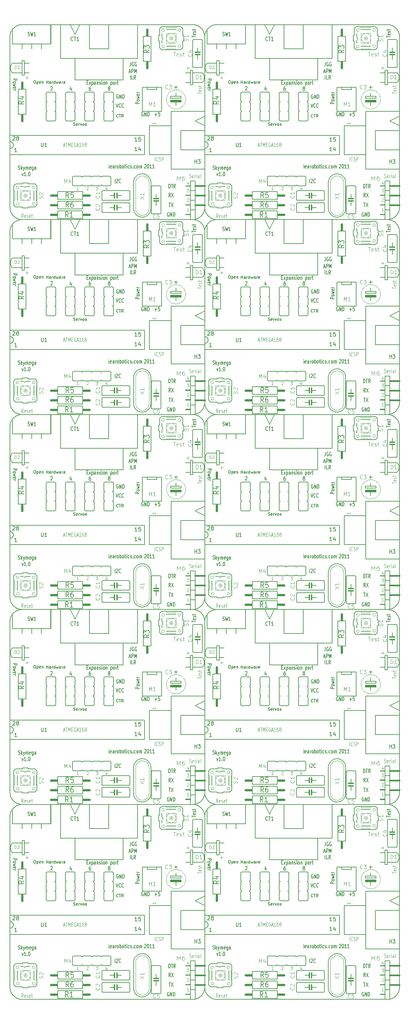
<source format=gto>
G04 CAM350 PRO V7.5.1 (Build 197) Date:  Wed Jun 01 08:59:29 2011 *
G04 Database: (Untitled) *
G04 Layer 6: skymega-SilkS_F *
%FSLAX34Y34*%
%MOIN*%
%SFA1.000B1.000*%

%MIA0B0*%
%IPPOS*%
%ADD11C,0.01000*%
%ADD12C,0.00500*%
%ADD22C,0.01200*%
%ADD30C,0.00350*%
%ADD32C,0.01500*%
%ADD33C,0.00200*%
%ADD34C,0.00250*%
%ADD35C,0.00100*%
%ADD36C,0.02400*%
%LNskymega-SilkS_F*%
%LPD*%
G54D12*
X61662Y-25321D02*
G01Y-25150D01*
X62062Y-25236D02*
G01X61662D01*
X62043Y-24935D02*
G01X62062Y-24964D01*
Y-25021*
X62043Y-25050*
X62005Y-25064*
X61852*
X61814Y-25050*
X61795Y-25021*
Y-24964*
X61814Y-24935*
X61852Y-24921*
X61890*
X61929Y-25064*
X62043Y-24807D02*
G01X62062Y-24778D01*
Y-24721*
X62043Y-24693*
X62005Y-24678*
X61986*
X61948Y-24693*
X61929Y-24721*
Y-24764*
X61910Y-24793*
X61871Y-24807*
X61852*
X61814Y-24793*
X61795Y-24764*
Y-24721*
X61814Y-24693*
X61795Y-24592D02*
G01Y-24478D01*
X61662Y-24550D02*
G01X62005D01*
X62043Y-24535*
X62062Y-24507*
Y-24478*
X59257Y-40962D02*
G01Y-40562D01*
X59329*
X59372Y-40581*
X59400Y-40619*
X59415Y-40657*
X59429Y-40733*
Y-40790*
X59415Y-40867*
X59400Y-40905*
X59372Y-40943*
X59329Y-40962*
X59257*
X59515Y-40562D02*
G01X59686D01*
X59600Y-40962D02*
G01Y-40562D01*
X59958Y-40962D02*
G01X59858Y-40771D01*
X59786Y-40962D02*
G01Y-40562D01*
X59901*
X59929Y-40581*
X59944Y-40600*
X59958Y-40638*
Y-40695*
X59944Y-40733*
X59929Y-40752*
X59901Y-40771*
X59786*
G54D30*
X57871Y-34164D02*
G01Y-34336D01*
Y-34250D02*
G01X57571D01*
X57614Y-34279*
X57643Y-34307*
X57657Y-34336*
X61307Y-40421D02*
G01Y-40621D01*
X61236Y-40307D02*
G01X61164Y-40521D01*
X61350*
G54D12*
X43991Y-39455D02*
G01X44062Y-39722D01*
X44134Y-39455*
X44406Y-39722D02*
G01X44234D01*
X44320D02*
G01Y-39322D01*
X44291Y-39379*
X44263Y-39417*
X44234Y-39436*
X44534Y-39684D02*
G01X44549Y-39703D01*
X44534Y-39722*
X44520Y-39703*
X44534Y-39684*
Y-39722*
X44735Y-39322D02*
G01X44763D01*
X44792Y-39341*
X44806Y-39360*
X44820Y-39398*
X44835Y-39474*
Y-39570*
X44820Y-39646*
X44806Y-39684*
X44792Y-39703*
X44763Y-39722*
X44735*
X44706Y-39703*
X44692Y-39684*
X44677Y-39646*
X44663Y-39570*
Y-39474*
X44677Y-39398*
X44692Y-39360*
X44706Y-39341*
X44735Y-39322*
X44000Y-24000D02*
G01X61750D01*
X42750Y-25250D02*
G01Y-43000D01*
X44000Y-24000D02*
G01X43892Y-24005D01*
X43783Y-24019*
X43677Y-24043*
X43573Y-24076*
X43472Y-24118*
X43376Y-24168*
X43284Y-24227*
X43197Y-24293*
X43117Y-24367*
X43043Y-24447*
X42977Y-24534*
X42918Y-24626*
X42868Y-24722*
X42826Y-24823*
X42793Y-24927*
X42769Y-25033*
X42755Y-25142*
X42750Y-25250*
X63000Y-43000D02*
G01Y-25250D01*
Y-25250D02*
G01X62995Y-25142D01*
X62981Y-25033*
X62957Y-24927*
X62924Y-24823*
X62882Y-24722*
X62832Y-24626*
X62773Y-24534*
X62707Y-24447*
X62633Y-24367*
X62553Y-24293*
X62466Y-24227*
X62375Y-24168*
X62278Y-24118*
X62177Y-24076*
X62073Y-24043*
X61967Y-24019*
X61858Y-24005*
X61750Y-24000*
X44000Y-44250D02*
G01X61750D01*
Y-44250D02*
G01X61858Y-44245D01*
X61967Y-44231*
X62073Y-44207*
X62177Y-44174*
X62278Y-44132*
X62375Y-44082*
X62466Y-44023*
X62553Y-43957*
X62633Y-43883*
X62707Y-43803*
X62773Y-43716*
X62832Y-43624*
X62882Y-43528*
X62924Y-43427*
X62957Y-43323*
X62981Y-43217*
X62995Y-43108*
X63000Y-43000*
X42750D02*
G01X42755Y-43108D01*
X42769Y-43217*
X42793Y-43323*
X42826Y-43427*
X42868Y-43528*
X42918Y-43624*
X42977Y-43716*
X43043Y-43803*
X43117Y-43883*
X43197Y-43957*
X43284Y-44023*
X43376Y-44082*
X43472Y-44132*
X43573Y-44174*
X43677Y-44207*
X43783Y-44231*
X43892Y-44245*
X44000Y-44250*
X49351Y-34467D02*
G01X49394Y-34481D01*
X49465*
X49494Y-34467*
X49508Y-34453*
X49523Y-34424*
Y-34396*
X49508Y-34367*
X49494Y-34353*
X49465Y-34339*
X49408Y-34324*
X49380Y-34310*
X49365Y-34296*
X49351Y-34267*
Y-34239*
X49365Y-34210*
X49380Y-34196*
X49408Y-34181*
X49480*
X49523Y-34196*
X49766Y-34467D02*
G01X49737Y-34481D01*
X49680*
X49651Y-34467*
X49637Y-34439*
Y-34324*
X49651Y-34296*
X49680Y-34281*
X49737*
X49766Y-34296*
X49780Y-34324*
Y-34353*
X49637Y-34381*
X49908Y-34481D02*
G01Y-34281D01*
Y-34339D02*
G01X49923Y-34310D01*
X49937Y-34296*
X49966Y-34281*
X49994*
X50066D02*
G01X50137Y-34481D01*
X50209Y-34281*
X50366Y-34481D02*
G01X50338Y-34467D01*
X50323Y-34453*
X50309Y-34424*
Y-34339*
X50323Y-34310*
X50338Y-34296*
X50366Y-34281*
X50409*
X50438Y-34296*
X50452Y-34310*
X50466Y-34339*
Y-34424*
X50452Y-34453*
X50438Y-34467*
X50409Y-34481*
X50366*
X50580Y-34467D02*
G01X50609Y-34481D01*
X50666*
X50694Y-34467*
X50709Y-34439*
Y-34424*
X50694Y-34396*
X50666Y-34381*
X50623*
X50594Y-34367*
X50580Y-34339*
Y-34324*
X50594Y-34296*
X50623Y-34281*
X50666*
X50694Y-34296*
X46536Y-30121D02*
G01Y-29821D01*
Y-29964D02*
G01X46708D01*
Y-30121D02*
G01Y-29821D01*
X46979Y-30121D02*
G01Y-29964D01*
X46965Y-29936*
X46936Y-29921*
X46879*
X46850Y-29936*
X46979Y-30107D02*
G01X46950Y-30121D01*
X46879*
X46850Y-30107*
X46836Y-30079*
Y-30050*
X46850Y-30021*
X46879Y-30007*
X46950*
X46979Y-29993*
X47121Y-30121D02*
G01Y-29921D01*
Y-29979D02*
G01X47136Y-29950D01*
X47150Y-29936*
X47179Y-29921*
X47207*
X47436Y-30121D02*
G01Y-29821D01*
Y-30107D02*
G01X47407Y-30121D01*
X47350*
X47322Y-30107*
X47307Y-30093*
X47293Y-30064*
Y-29979*
X47307Y-29950*
X47322Y-29936*
X47350Y-29921*
X47407*
X47436Y-29936*
X47550Y-29921D02*
G01X47607Y-30121D01*
X47664Y-29979*
X47721Y-30121*
X47778Y-29921*
X48021Y-30121D02*
G01Y-29964D01*
X48007Y-29936*
X47978Y-29921*
X47921*
X47892Y-29936*
X48021Y-30107D02*
G01X47992Y-30121D01*
X47921*
X47892Y-30107*
X47878Y-30079*
Y-30050*
X47892Y-30021*
X47921Y-30007*
X47992*
X48021Y-29993*
X48163Y-30121D02*
G01Y-29921D01*
Y-29979D02*
G01X48178Y-29950D01*
X48192Y-29936*
X48221Y-29921*
X48249*
X48464Y-30107D02*
G01X48435Y-30121D01*
X48378*
X48349Y-30107*
X48335Y-30079*
Y-29964*
X48349Y-29936*
X48378Y-29921*
X48435*
X48464Y-29936*
X48478Y-29964*
Y-29993*
X48335Y-30021*
X45293Y-29801D02*
G01X45350D01*
X45378Y-29816*
X45407Y-29844*
X45421Y-29901*
Y-30001*
X45407Y-30059*
X45378Y-30087*
X45350Y-30101*
X45293*
X45264Y-30087*
X45235Y-30059*
X45221Y-30001*
Y-29901*
X45235Y-29844*
X45264Y-29816*
X45293Y-29801*
X45549Y-29901D02*
G01Y-30201D01*
Y-29916D02*
G01X45578Y-29901D01*
X45635*
X45664Y-29916*
X45678Y-29930*
X45692Y-29959*
Y-30044*
X45678Y-30073*
X45664Y-30087*
X45635Y-30101*
X45578*
X45549Y-30087*
X45935D02*
G01X45906Y-30101D01*
X45849*
X45820Y-30087*
X45806Y-30059*
Y-29944*
X45820Y-29916*
X45849Y-29901*
X45906*
X45935Y-29916*
X45949Y-29944*
Y-29973*
X45806Y-30001*
X46077Y-29901D02*
G01Y-30101D01*
Y-29930D02*
G01X46092Y-29916D01*
X46120Y-29901*
X46163*
X46192Y-29916*
X46206Y-29944*
Y-30101*
X53999Y-33593D02*
G01X53985Y-33607D01*
X53942Y-33621*
X53913*
X53870Y-33607*
X53842Y-33579*
X53827Y-33550*
X53813Y-33493*
Y-33450*
X53827Y-33393*
X53842Y-33364*
X53870Y-33336*
X53913Y-33321*
X53942*
X53985Y-33336*
X53999Y-33350*
X54085Y-33321D02*
G01X54256D01*
X54170Y-33621D02*
G01Y-33321D01*
X54528Y-33621D02*
G01X54428Y-33479D01*
X54356Y-33621D02*
G01Y-33321D01*
X54471*
X54499Y-33336*
X54514Y-33350*
X54528Y-33379*
Y-33421*
X54514Y-33450*
X54499Y-33464*
X54471Y-33479*
X54356*
X53791Y-32202D02*
G01X53891Y-32602D01*
X53991Y-32202*
X54262Y-32564D02*
G01X54248Y-32583D01*
X54205Y-32602*
X54176*
X54133Y-32583*
X54105Y-32545*
X54090Y-32507*
X54076Y-32430*
Y-32373*
X54090Y-32297*
X54105Y-32259*
X54133Y-32221*
X54176Y-32202*
X54205*
X54248Y-32221*
X54262Y-32240*
X54562Y-32564D02*
G01X54548Y-32583D01*
X54505Y-32602*
X54476*
X54433Y-32583*
X54405Y-32545*
X54390Y-32507*
X54376Y-32430*
Y-32373*
X54390Y-32297*
X54405Y-32259*
X54433Y-32221*
X54476Y-32202*
X54505*
X54548Y-32221*
X54562Y-32240*
X54002Y-31281D02*
G01X53973Y-31262D01*
X53930*
X53887Y-31281*
X53859Y-31319*
X53844Y-31357*
X53830Y-31433*
Y-31490*
X53844Y-31567*
X53859Y-31605*
X53887Y-31643*
X53930Y-31662*
X53959*
X54002Y-31643*
X54016Y-31624*
Y-31490*
X53959*
X54144Y-31662D02*
G01Y-31262D01*
X54316Y-31662*
Y-31262*
X54458Y-31662D02*
G01Y-31262D01*
X54530*
X54573Y-31281*
X54601Y-31319*
X54616Y-31357*
X54630Y-31433*
Y-31490*
X54616Y-31567*
X54601Y-31605*
X54573Y-31643*
X54530Y-31662*
X54458*
X55268Y-29672D02*
G01Y-29272D01*
X55554Y-29672D02*
G01X55411D01*
Y-29272*
X55826Y-29672D02*
G01X55726Y-29481D01*
X55654Y-29672D02*
G01Y-29272D01*
X55769*
X55797Y-29291*
X55812Y-29310*
X55826Y-29348*
Y-29405*
X55812Y-29443*
X55797Y-29462*
X55769Y-29481*
X55654*
X55137Y-28908D02*
G01X55280D01*
X55109Y-29022D02*
G01X55209Y-28622D01*
X55309Y-29022*
X55408D02*
G01Y-28622D01*
X55523*
X55551Y-28641*
X55566Y-28660*
X55580Y-28698*
Y-28755*
X55566Y-28793*
X55551Y-28812*
X55523Y-28831*
X55408*
X55708Y-29022D02*
G01Y-28622D01*
X55808Y-28908*
X55908Y-28622*
Y-29022*
X55303Y-27902D02*
G01Y-28188D01*
X55289Y-28245*
X55260Y-28283*
X55217Y-28302*
X55189*
X55604Y-27921D02*
G01X55575Y-27902D01*
X55532*
X55489Y-27921*
X55461Y-27959*
X55446Y-27997*
X55432Y-28073*
Y-28130*
X55446Y-28207*
X55461Y-28245*
X55489Y-28283*
X55532Y-28302*
X55561*
X55604Y-28283*
X55618Y-28264*
Y-28130*
X55561*
X55904Y-27921D02*
G01X55875Y-27902D01*
X55832*
X55789Y-27921*
X55761Y-27959*
X55746Y-27997*
X55732Y-28073*
Y-28130*
X55746Y-28207*
X55761Y-28245*
X55789Y-28283*
X55832Y-28302*
X55861*
X55904Y-28283*
X55918Y-28264*
Y-28130*
X55861*
X56735Y-38550D02*
G01X56749Y-38531D01*
X56778Y-38512*
X56849*
X56878Y-38531*
X56892Y-38550*
X56907Y-38588*
Y-38626*
X56892Y-38683*
X56721Y-38912*
X56907*
X57093Y-38512D02*
G01X57121D01*
X57150Y-38531*
X57164Y-38550*
X57178Y-38588*
X57193Y-38664*
Y-38760*
X57178Y-38836*
X57164Y-38874*
X57150Y-38893*
X57121Y-38912*
X57093*
X57064Y-38893*
X57050Y-38874*
X57035Y-38836*
X57021Y-38760*
Y-38664*
X57035Y-38588*
X57050Y-38550*
X57064Y-38531*
X57093Y-38512*
X57479Y-38912D02*
G01X57307D01*
X57393D02*
G01Y-38512D01*
X57364Y-38569*
X57336Y-38607*
X57307Y-38626*
X57765Y-38912D02*
G01X57593D01*
X57679D02*
G01Y-38512D01*
X57650Y-38569*
X57622Y-38607*
X57593Y-38626*
X53044Y-38912D02*
G01Y-38645D01*
Y-38512D02*
G01X53030Y-38531D01*
X53044Y-38550*
X53059Y-38531*
X53044Y-38512*
Y-38550*
X53302Y-38893D02*
G01X53273Y-38912D01*
X53216*
X53187Y-38893*
X53173Y-38855*
Y-38702*
X53187Y-38664*
X53216Y-38645*
X53273*
X53302Y-38664*
X53316Y-38702*
Y-38740*
X53173Y-38779*
X53573Y-38912D02*
G01Y-38702D01*
X53559Y-38664*
X53530Y-38645*
X53473*
X53444Y-38664*
X53573Y-38893D02*
G01X53544Y-38912D01*
X53473*
X53444Y-38893*
X53430Y-38855*
Y-38817*
X53444Y-38779*
X53473Y-38760*
X53544*
X53573Y-38740*
X53715Y-38912D02*
G01Y-38645D01*
Y-38721D02*
G01X53730Y-38683D01*
X53744Y-38664*
X53773Y-38645*
X53801*
X53944Y-38912D02*
G01X53916Y-38893D01*
X53901Y-38874*
X53887Y-38836*
Y-38721*
X53901Y-38683*
X53916Y-38664*
X53944Y-38645*
X53987*
X54016Y-38664*
X54030Y-38683*
X54044Y-38721*
Y-38836*
X54030Y-38874*
X54016Y-38893*
X53987Y-38912*
X53944*
X54172D02*
G01Y-38512D01*
Y-38664D02*
G01X54201Y-38645D01*
X54258*
X54287Y-38664*
X54301Y-38683*
X54315Y-38721*
Y-38836*
X54301Y-38874*
X54287Y-38893*
X54258Y-38912*
X54201*
X54172Y-38893*
X54486Y-38912D02*
G01X54458Y-38893D01*
X54443Y-38874*
X54429Y-38836*
Y-38721*
X54443Y-38683*
X54458Y-38664*
X54486Y-38645*
X54529*
X54558Y-38664*
X54572Y-38683*
X54586Y-38721*
Y-38836*
X54572Y-38874*
X54558Y-38893*
X54529Y-38912*
X54486*
X54672Y-38645D02*
G01X54786D01*
X54714Y-38512D02*
G01Y-38855D01*
X54729Y-38893*
X54757Y-38912*
X54786*
X54885D02*
G01Y-38645D01*
Y-38512D02*
G01X54871Y-38531D01*
X54885Y-38550*
X54900Y-38531*
X54885Y-38512*
Y-38550*
X55157Y-38893D02*
G01X55128Y-38912D01*
X55071*
X55043Y-38893*
X55028Y-38874*
X55014Y-38836*
Y-38721*
X55028Y-38683*
X55043Y-38664*
X55071Y-38645*
X55128*
X55157Y-38664*
X55271Y-38893D02*
G01X55300Y-38912D01*
X55357*
X55385Y-38893*
X55400Y-38855*
Y-38836*
X55385Y-38798*
X55357Y-38779*
X55314*
X55285Y-38760*
X55271Y-38721*
Y-38702*
X55285Y-38664*
X55314Y-38645*
X55357*
X55385Y-38664*
X55528Y-38874D02*
G01X55543Y-38893D01*
X55528Y-38912*
X55514Y-38893*
X55528Y-38874*
Y-38912*
X55800Y-38893D02*
G01X55771Y-38912D01*
X55714*
X55686Y-38893*
X55671Y-38874*
X55657Y-38836*
Y-38721*
X55671Y-38683*
X55686Y-38664*
X55714Y-38645*
X55771*
X55800Y-38664*
X55971Y-38912D02*
G01X55943Y-38893D01*
X55928Y-38874*
X55914Y-38836*
Y-38721*
X55928Y-38683*
X55943Y-38664*
X55971Y-38645*
X56014*
X56043Y-38664*
X56057Y-38683*
X56071Y-38721*
Y-38836*
X56057Y-38874*
X56043Y-38893*
X56014Y-38912*
X55971*
X56199D02*
G01Y-38645D01*
Y-38683D02*
G01X56214Y-38664D01*
X56242Y-38645*
X56285*
X56314Y-38664*
X56328Y-38702*
Y-38912*
Y-38702D02*
G01X56342Y-38664D01*
X56371Y-38645*
X56414*
X56442Y-38664*
X56457Y-38702*
Y-38912*
X43609Y-39023D02*
G01X43652Y-39042D01*
X43723*
X43752Y-39023*
X43766Y-39004*
X43781Y-38966*
Y-38928*
X43766Y-38890*
X43752Y-38870*
X43723Y-38851*
X43666Y-38832*
X43638Y-38813*
X43623Y-38794*
X43609Y-38756*
Y-38718*
X43623Y-38680*
X43638Y-38661*
X43666Y-38642*
X43738*
X43781Y-38661*
X43909Y-39042D02*
G01Y-38642D01*
X43938Y-38890D02*
G01X44024Y-39042D01*
Y-38775D02*
G01X43909Y-38928D01*
X44124Y-38775D02*
G01X44195Y-39042D01*
X44267Y-38775D02*
G01X44195Y-39042D01*
X44167Y-39137*
X44152Y-39156*
X44124Y-39175*
X44381Y-39042D02*
G01Y-38775D01*
Y-38813D02*
G01X44396Y-38794D01*
X44424Y-38775*
X44467*
X44496Y-38794*
X44510Y-38832*
Y-39042*
Y-38832D02*
G01X44524Y-38794D01*
X44553Y-38775*
X44596*
X44624Y-38794*
X44639Y-38832*
Y-39042*
X44896Y-39023D02*
G01X44867Y-39042D01*
X44810*
X44781Y-39023*
X44767Y-38985*
Y-38832*
X44781Y-38794*
X44810Y-38775*
X44867*
X44896Y-38794*
X44910Y-38832*
Y-38870*
X44767Y-38909*
X45167Y-38775D02*
G01Y-39099D01*
X45153Y-39137*
X45138Y-39156*
X45110Y-39175*
X45067*
X45038Y-39156*
X45167Y-39023D02*
G01X45138Y-39042D01*
X45081*
X45053Y-39023*
X45038Y-39004*
X45024Y-38966*
Y-38851*
X45038Y-38813*
X45053Y-38794*
X45081Y-38775*
X45138*
X45167Y-38794*
X45438Y-39042D02*
G01Y-38832D01*
X45424Y-38794*
X45395Y-38775*
X45338*
X45309Y-38794*
X45438Y-39023D02*
G01X45409Y-39042D01*
X45338*
X45309Y-39023*
X45295Y-38985*
Y-38947*
X45309Y-38909*
X45338Y-38890*
X45409*
X45438Y-38870*
X57803Y-33340D02*
G01X58032D01*
X57918Y-33492D02*
G01Y-33187D01*
X58317Y-33092D02*
G01X58174D01*
X58160Y-33282*
X58174Y-33263*
X58203Y-33244*
X58274*
X58303Y-33263*
X58317Y-33282*
X58332Y-33320*
Y-33416*
X58317Y-33454*
X58303Y-33473*
X58274Y-33492*
X58203*
X58174Y-33473*
X58160Y-33454*
X56602Y-33111D02*
G01X56573Y-33092D01*
X56530*
X56487Y-33111*
X56459Y-33149*
X56444Y-33187*
X56430Y-33263*
Y-33320*
X56444Y-33397*
X56459Y-33435*
X56487Y-33473*
X56530Y-33492*
X56559*
X56602Y-33473*
X56616Y-33454*
Y-33320*
X56559*
X56744Y-33492D02*
G01Y-33092D01*
X56916Y-33492*
Y-33092*
X57058Y-33492D02*
G01Y-33092D01*
X57130*
X57173Y-33111*
X57201Y-33149*
X57216Y-33187*
X57230Y-33263*
Y-33320*
X57216Y-33397*
X57201Y-33435*
X57173Y-33473*
X57130Y-33492*
X57058*
X56222Y-32223D02*
G01X55822D01*
Y-32108*
X55841Y-32080*
X55860Y-32065*
X55898Y-32051*
X55955*
X55993Y-32065*
X56012Y-32080*
X56031Y-32108*
Y-32223*
X56222Y-31880D02*
G01X56203Y-31908D01*
X56184Y-31923*
X56146Y-31937*
X56031*
X55993Y-31923*
X55974Y-31908*
X55955Y-31880*
Y-31837*
X55974Y-31808*
X55993Y-31794*
X56031Y-31780*
X56146*
X56184Y-31794*
X56203Y-31808*
X56222Y-31837*
Y-31880*
X55955Y-31680D02*
G01X56222Y-31623D01*
X56031Y-31566*
X56222Y-31509*
X55955Y-31452*
X56203Y-31223D02*
G01X56222Y-31252D01*
Y-31309*
X56203Y-31338*
X56165Y-31352*
X56012*
X55974Y-31338*
X55955Y-31309*
Y-31252*
X55974Y-31223*
X56012Y-31209*
X56050*
X56089Y-31352*
X56222Y-31081D02*
G01X55955D01*
X56031D02*
G01X55993Y-31066D01*
X55974Y-31052*
X55955Y-31023*
Y-30995*
X43068Y-29627D02*
G01X43468D01*
Y-29742*
X43449Y-29770*
X43430Y-29785*
X43392Y-29799*
X43335*
X43297Y-29785*
X43278Y-29770*
X43259Y-29742*
Y-29627*
X43068Y-29970D02*
G01X43087Y-29942D01*
X43106Y-29927*
X43144Y-29913*
X43259*
X43297Y-29927*
X43316Y-29942*
X43335Y-29970*
Y-30013*
X43316Y-30042*
X43297Y-30056*
X43259Y-30070*
X43144*
X43106Y-30056*
X43087Y-30042*
X43068Y-30013*
Y-29970*
X43335Y-30170D02*
G01X43068Y-30227D01*
X43259Y-30284*
X43068Y-30341*
X43335Y-30398*
X43087Y-30627D02*
G01X43068Y-30598D01*
Y-30541*
X43087Y-30512*
X43125Y-30498*
X43278*
X43316Y-30512*
X43335Y-30541*
Y-30598*
X43316Y-30627*
X43278Y-30641*
X43240*
X43201Y-30498*
X43068Y-30769D02*
G01X43335D01*
X43259D02*
G01X43297Y-30784D01*
X43316Y-30798*
X43335Y-30827*
Y-30855*
X53667Y-40432D02*
G01Y-40032D01*
X53796Y-40070D02*
G01X53810Y-40051D01*
X53839Y-40032*
X53910*
X53939Y-40051*
X53953Y-40070*
X53968Y-40108*
Y-40146*
X53953Y-40203*
X53782Y-40432*
X53968*
X54268Y-40394D02*
G01X54254Y-40413D01*
X54211Y-40432*
X54182*
X54139Y-40413*
X54111Y-40375*
X54096Y-40337*
X54082Y-40260*
Y-40203*
X54096Y-40127*
X54111Y-40089*
X54139Y-40051*
X54182Y-40032*
X54211*
X54254Y-40051*
X54268Y-40070*
X59272Y-43531D02*
G01X59243Y-43512D01*
X59200*
X59157Y-43531*
X59129Y-43569*
X59114Y-43607*
X59100Y-43683*
Y-43740*
X59114Y-43817*
X59129Y-43855*
X59157Y-43893*
X59200Y-43912*
X59229*
X59272Y-43893*
X59286Y-43874*
Y-43740*
X59229*
X59414Y-43912D02*
G01Y-43512D01*
X59586Y-43912*
Y-43512*
X59728Y-43912D02*
G01Y-43512D01*
X59800*
X59843Y-43531*
X59871Y-43569*
X59886Y-43607*
X59900Y-43683*
Y-43740*
X59886Y-43817*
X59871Y-43855*
X59843Y-43893*
X59800Y-43912*
X59728*
X59450Y-41912D02*
G01X59350Y-41721D01*
X59278Y-41912D02*
G01Y-41512D01*
X59393*
X59421Y-41531*
X59436Y-41550*
X59450Y-41588*
Y-41645*
X59436Y-41683*
X59421Y-41702*
X59393Y-41721*
X59278*
X59550Y-41512D02*
G01X59750Y-41912D01*
Y-41512D02*
G01X59550Y-41912D01*
X59272Y-42512D02*
G01X59443D01*
X59357Y-42912D02*
G01Y-42512D01*
X59515D02*
G01X59715Y-42912D01*
Y-42512D02*
G01X59515Y-42912D01*
G54D30*
X61407Y-39893D02*
G01X61450Y-39912D01*
X61521*
X61550Y-39893*
X61564Y-39874*
X61579Y-39836*
Y-39798*
X61564Y-39760*
X61550Y-39740*
X61521Y-39721*
X61464Y-39702*
X61436Y-39683*
X61421Y-39664*
X61407Y-39626*
Y-39588*
X61421Y-39550*
X61436Y-39531*
X61464Y-39512*
X61536*
X61579Y-39531*
X61822Y-39893D02*
G01X61793Y-39912D01*
X61736*
X61707Y-39893*
X61693Y-39855*
Y-39702*
X61707Y-39664*
X61736Y-39645*
X61793*
X61822Y-39664*
X61836Y-39702*
Y-39740*
X61693Y-39779*
X61964Y-39912D02*
G01Y-39645D01*
Y-39721D02*
G01X61979Y-39683D01*
X61993Y-39664*
X62022Y-39645*
X62050*
X62150Y-39912D02*
G01Y-39645D01*
Y-39512D02*
G01X62136Y-39531D01*
X62150Y-39550*
X62165Y-39531*
X62150Y-39512*
Y-39550*
X62422Y-39912D02*
G01Y-39702D01*
X62408Y-39664*
X62379Y-39645*
X62322*
X62293Y-39664*
X62422Y-39893D02*
G01X62393Y-39912D01*
X62322*
X62293Y-39893*
X62279Y-39855*
Y-39817*
X62293Y-39779*
X62322Y-39760*
X62393*
X62422Y-39740*
X62607Y-39912D02*
G01X62579Y-39893D01*
X62564Y-39855*
Y-39512*
X57807Y-38162D02*
G01Y-37762D01*
X58122Y-38124D02*
G01X58108Y-38143D01*
X58065Y-38162*
X58036*
X57993Y-38143*
X57965Y-38105*
X57950Y-38067*
X57936Y-37990*
Y-37933*
X57950Y-37857*
X57965Y-37819*
X57993Y-37781*
X58036Y-37762*
X58065*
X58108Y-37781*
X58122Y-37800*
X58236Y-38143D02*
G01X58279Y-38162D01*
X58350*
X58379Y-38143*
X58393Y-38124*
X58408Y-38086*
Y-38048*
X58393Y-38010*
X58379Y-37990*
X58350Y-37971*
X58293Y-37952*
X58265Y-37933*
X58250Y-37914*
X58236Y-37876*
Y-37838*
X58250Y-37800*
X58265Y-37781*
X58293Y-37762*
X58365*
X58408Y-37781*
X58536Y-38162D02*
G01Y-37762D01*
X58651*
X58679Y-37781*
X58694Y-37800*
X58708Y-37838*
Y-37895*
X58694Y-37933*
X58679Y-37952*
X58651Y-37971*
X58536*
G54D12*
X50740Y-30012D02*
G01X50840D01*
X50883Y-30222D02*
G01X50740D01*
Y-29822*
X50883*
X50983Y-30222D02*
G01X51140Y-29955D01*
X50983D02*
G01X51140Y-30222D01*
X51254Y-29955D02*
G01Y-30355D01*
Y-29974D02*
G01X51283Y-29955D01*
X51340*
X51369Y-29974*
X51383Y-29993*
X51397Y-30031*
Y-30146*
X51383Y-30184*
X51369Y-30203*
X51340Y-30222*
X51283*
X51254Y-30203*
X51654Y-30222D02*
G01Y-30012D01*
X51640Y-29974*
X51611Y-29955*
X51554*
X51525Y-29974*
X51654Y-30203D02*
G01X51625Y-30222D01*
X51554*
X51525Y-30203*
X51511Y-30165*
Y-30127*
X51525Y-30089*
X51554Y-30070*
X51625*
X51654Y-30050*
X51796Y-29955D02*
G01Y-30222D01*
Y-29993D02*
G01X51811Y-29974D01*
X51839Y-29955*
X51882*
X51911Y-29974*
X51925Y-30012*
Y-30222*
X52053Y-30203D02*
G01X52082Y-30222D01*
X52139*
X52167Y-30203*
X52182Y-30165*
Y-30146*
X52167Y-30108*
X52139Y-30089*
X52096*
X52067Y-30070*
X52053Y-30031*
Y-30012*
X52067Y-29974*
X52096Y-29955*
X52139*
X52167Y-29974*
X52310Y-30222D02*
G01Y-29955D01*
Y-29822D02*
G01X52296Y-29841D01*
X52310Y-29860*
X52325Y-29841*
X52310Y-29822*
Y-29860*
X52496Y-30222D02*
G01X52468Y-30203D01*
X52453Y-30184*
X52439Y-30146*
Y-30031*
X52453Y-29993*
X52468Y-29974*
X52496Y-29955*
X52539*
X52568Y-29974*
X52582Y-29993*
X52596Y-30031*
Y-30146*
X52582Y-30184*
X52568Y-30203*
X52539Y-30222*
X52496*
X52724Y-29955D02*
G01Y-30222D01*
Y-29993D02*
G01X52739Y-29974D01*
X52767Y-29955*
X52810*
X52839Y-29974*
X52853Y-30012*
Y-30222*
X53224Y-29955D02*
G01Y-30355D01*
Y-29974D02*
G01X53253Y-29955D01*
X53310*
X53339Y-29974*
X53353Y-29993*
X53367Y-30031*
Y-30146*
X53353Y-30184*
X53339Y-30203*
X53310Y-30222*
X53253*
X53224Y-30203*
X53538Y-30222D02*
G01X53510Y-30203D01*
X53495Y-30184*
X53481Y-30146*
Y-30031*
X53495Y-29993*
X53510Y-29974*
X53538Y-29955*
X53581*
X53610Y-29974*
X53624Y-29993*
X53638Y-30031*
Y-30146*
X53624Y-30184*
X53610Y-30203*
X53581Y-30222*
X53538*
X53766D02*
G01Y-29955D01*
Y-30031D02*
G01X53781Y-29993D01*
X53795Y-29974*
X53824Y-29955*
X53852*
X53910D02*
G01X54024D01*
X53952Y-29822D02*
G01Y-30165D01*
X53967Y-30203*
X53995Y-30222*
X54024*
G54D30*
X62262Y-31171D02*
G01Y-31000D01*
X62662Y-31086D02*
G01X62262D01*
X62643Y-30785D02*
G01X62662Y-30814D01*
Y-30871*
X62643Y-30900*
X62605Y-30914*
X62452*
X62414Y-30900*
X62395Y-30871*
Y-30814*
X62414Y-30785*
X62452Y-30771*
X62490*
X62529Y-30914*
X62643Y-30657D02*
G01X62662Y-30628D01*
Y-30571*
X62643Y-30543*
X62605Y-30528*
X62586*
X62548Y-30543*
X62529Y-30571*
Y-30614*
X62510Y-30643*
X62471Y-30657*
X62452*
X62414Y-30643*
X62395Y-30614*
Y-30571*
X62414Y-30543*
X62395Y-30442D02*
G01Y-30328D01*
X62262Y-30400D02*
G01X62605D01*
X62643Y-30385*
X62662Y-30357*
Y-30328*
X61150Y-41071D02*
G01X61336D01*
X61236Y-41186*
X61278*
X61307Y-41200*
X61321Y-41214*
X61336Y-41243*
Y-41314*
X61321Y-41343*
X61307Y-41357*
X61278Y-41371*
X61193*
X61164Y-41357*
X61150Y-41343*
X61164Y-42100D02*
G01X61178Y-42086D01*
X61207Y-42071*
X61278*
X61307Y-42086*
X61321Y-42100*
X61336Y-42129*
Y-42157*
X61321Y-42200*
X61150Y-42371*
X61336*
Y-43371D02*
G01X61164D01*
X61250D02*
G01Y-43071D01*
X61221Y-43114*
X61193Y-43143*
X61164Y-43157*
X52817Y-40961D02*
G01Y-41161D01*
X52746Y-40847D02*
G01X52674Y-41061D01*
X52860*
X51690Y-40861D02*
G01X51876D01*
X51776Y-40976*
X51818*
X51847Y-40990*
X51861Y-41004*
X51876Y-41033*
Y-41104*
X51861Y-41133*
X51847Y-41147*
X51818Y-41161*
X51733*
X51704Y-41147*
X51690Y-41133*
X50734Y-40890D02*
G01X50748Y-40876D01*
X50777Y-40861*
X50848*
X50877Y-40876*
X50891Y-40890*
X50906Y-40919*
Y-40947*
X50891Y-40990*
X50720Y-41161*
X50906*
X49876D02*
G01X49704D01*
X49790D02*
G01Y-40861D01*
X49761Y-40904*
X49733Y-40933*
X49704Y-40947*
G54D12*
X53031Y-30603D02*
G01X53003Y-30584D01*
X52988Y-30565*
X52974Y-30527*
Y-30508*
X52988Y-30470*
X53003Y-30451*
X53031Y-30432*
X53088*
X53117Y-30451*
X53131Y-30470*
X53146Y-30508*
Y-30527*
X53131Y-30565*
X53117Y-30584*
X53088Y-30603*
X53031*
X53003Y-30622*
X52988Y-30641*
X52974Y-30680*
Y-30756*
X52988Y-30794*
X53003Y-30813*
X53031Y-30832*
X53088*
X53117Y-30813*
X53131Y-30794*
X53146Y-30756*
Y-30680*
X53131Y-30641*
X53117Y-30622*
X53088Y-30603*
X51117Y-30452D02*
G01X51060D01*
X51031Y-30471*
X51017Y-30490*
X50988Y-30547*
X50974Y-30623*
Y-30776*
X50988Y-30814*
X51003Y-30833*
X51031Y-30852*
X51088*
X51117Y-30833*
X51131Y-30814*
X51146Y-30776*
Y-30680*
X51131Y-30642*
X51117Y-30623*
X51088Y-30604*
X51031*
X51003Y-30623*
X50988Y-30642*
X50974Y-30680*
X49127Y-30575D02*
G01Y-30842D01*
X49056Y-30423D02*
G01X48984Y-30709D01*
X49170*
X46974Y-30460D02*
G01X46988Y-30441D01*
X47017Y-30422*
X47088*
X47117Y-30441*
X47131Y-30460*
X47146Y-30498*
Y-30536*
X47131Y-30593*
X46960Y-30822*
X47146*
G54D32*
X62000Y-42750D02*
G01X63000D01*
X62000Y-41750D02*
G01X63000D01*
X62000Y-40750D02*
G01X63000D01*
G54D12*
X61500Y-40250D02*
G01X62000D01*
Y-40250D02*
G01Y-41250D01*
X61500D02*
G01Y-40250D01*
G54D11*
Y-40750D02*
G01X61000D01*
G54D12*
X62000Y-41250D02*
G01Y-44250D01*
X61500D02*
G01Y-41250D01*
X61000Y-43700D02*
G01Y-43750D01*
Y-43700D02*
G01X61500D01*
X61000Y-42700D02*
G01Y-42750D01*
Y-42700D02*
G01X61500D01*
X61000Y-41700D02*
G01Y-41750D01*
Y-41700D02*
G01X61500D01*
Y-43250D02*
G01X62000D01*
X61500Y-42250D02*
G01X62000D01*
X61500Y-41250D02*
G01X62000D01*
X61000Y-43750D02*
G01X61500D01*
X61000Y-42750D02*
G01X61500D01*
X61000Y-41750D02*
G01X61500D01*
Y-44250D02*
G01X62000D01*
X42750Y-36850D02*
G01Y-37500D01*
Y-35500D02*
G01Y-36150D01*
Y-36850D02*
G01X42780Y-36848D01*
X42810Y-36844*
X42840Y-36838*
X42869Y-36828*
X42897Y-36817*
X42925Y-36803*
X42950Y-36786*
X42974Y-36768*
X42997Y-36747*
X43018Y-36724*
X43036Y-36700*
X43053Y-36674*
X43067Y-36647*
X43078Y-36619*
X43088Y-36590*
X43094Y-36560*
X43098Y-36530*
X43100Y-36500*
Y-36500D02*
G01X43098Y-36470D01*
X43094Y-36440*
X43088Y-36410*
X43078Y-36381*
X43067Y-36353*
X43053Y-36326*
X43036Y-36300*
X43018Y-36276*
X42997Y-36253*
X42974Y-36232*
X42950Y-36214*
X42925Y-36197*
X42897Y-36183*
X42869Y-36172*
X42840Y-36162*
X42810Y-36156*
X42780Y-36152*
X42750Y-36150*
Y-37500D02*
G01X56750D01*
Y-37500D02*
G01Y-35500D01*
X42750D02*
G01X56750D01*
X56000Y-27500D02*
G01Y-24000D01*
X48000Y-27500D02*
G01Y-24000D01*
X51000D02*
G01Y-26500D01*
Y-26500D02*
G01X53000D01*
Y-26500D02*
G01Y-24000D01*
X49500Y-25000D02*
G01X50000Y-24000D01*
X49000D02*
G01X49500Y-25000D01*
X48000Y-24000D02*
G01X56000D01*
X49500Y-27500D02*
G01X48000D01*
X54500D02*
G01X56000D01*
X49500D02*
G01X54500D01*
Y-27750D02*
G01Y-27500D01*
X49500Y-27750D02*
G01Y-27500D01*
Y-29750D02*
G01Y-27750D01*
Y-29750D02*
G01X54500D01*
Y-29750D02*
G01Y-27750D01*
X60800Y-25700D02*
G01X60700D01*
X60800D02*
G01Y-25100D01*
X60700D02*
G01X60800D01*
X60700Y-25000D02*
G01Y-24400D01*
X58200Y-25100D02*
G01X58300D01*
X58200D02*
G01Y-25700D01*
X58300D02*
G01X58200D01*
X60700Y-24400D02*
G01X60500Y-24200D01*
Y-26600D02*
G01X60700Y-26400D01*
Y-26400D02*
G01Y-25800D01*
X58500Y-24200D02*
G01X58300Y-24400D01*
Y-24400D02*
G01Y-25000D01*
X58500Y-26600D02*
G01X58300Y-26400D01*
Y-26400D02*
G01Y-25800D01*
G54D33*
X59000Y-24900D02*
G01Y-25900D01*
X60000D02*
G01X59000D01*
X60000D02*
G01Y-24900D01*
X59000D02*
G01X60000D01*
X59000Y-24200D02*
G01Y-24300D01*
X60000D02*
G01X59000D01*
X60000D02*
G01Y-24200D01*
X59950Y-26500D02*
G01X59000D01*
X59950D02*
G01Y-26600D01*
X59000Y-26500D02*
G01Y-26600D01*
G54D12*
X60500D02*
G01X60350D01*
X58500D02*
G01X58650D01*
Y-26600D02*
G01X59000D01*
X58500Y-24200D02*
G01X58650D01*
X60500D02*
G01X60350D01*
Y-24200D02*
G01X60000D01*
Y-24200D02*
G01X59000D01*
Y-24200D02*
G01X58650D01*
X59000Y-26600D02*
G01X59950D01*
Y-26600D02*
G01X60350D01*
X60700Y-25700D02*
G01Y-25800D01*
Y-25100D02*
G01Y-25000D01*
X58300Y-25700D02*
G01Y-25800D01*
Y-25100D02*
G01Y-25000D01*
X59000Y-26250D02*
G01X60000D01*
Y-24500D02*
G01X59000D01*
X58550Y-24900D02*
G01Y-25200D01*
Y-25600D02*
G01Y-25900D01*
Y-25200D02*
G01X58650Y-25550D01*
G54D34*
X59994Y-25400D02*
G01X59984Y-25495D01*
X59956Y-25588*
X59911Y-25673*
X59850Y-25748*
X59776Y-25809*
X59691Y-25855*
X59599Y-25883*
X59503Y-25893*
X59408Y-25885*
X59315Y-25858*
X59230Y-25813*
X59155Y-25752*
X59093Y-25679*
X59046Y-25594*
X59017Y-25502*
X59007Y-25406*
X59015Y-25311*
X59041Y-25219*
X59085Y-25133*
X59145Y-25057*
X59219Y-24995*
X59303Y-24948*
X59394Y-24918*
X59490Y-24907*
X59585Y-24914*
X59678Y-24940*
X59764Y-24983*
X59840Y-25043*
X59903Y-25116*
X59951Y-25200*
X59981Y-25291*
X59993Y-25387*
X59994Y-25400*
X58791Y-26250D02*
G01X58788Y-26277D01*
X58780Y-26303*
X58767Y-26328*
X58750Y-26349*
X58728Y-26366*
X58704Y-26379*
X58678Y-26388*
X58650Y-26390*
X58624Y-26388*
X58598Y-26380*
X58573Y-26367*
X58552Y-26350*
X58534Y-26329*
X58521Y-26305*
X58513Y-26279*
X58510Y-26251*
X58512Y-26225*
X58519Y-26199*
X58532Y-26174*
X58549Y-26153*
X58570Y-26135*
X58594Y-26121*
X58620Y-26113*
X58648Y-26110*
X58674Y-26112*
X58700Y-26119*
X58725Y-26131*
X58747Y-26148*
X58765Y-26169*
X58778Y-26193*
X58787Y-26219*
X58790Y-26247*
X58791Y-26250*
X60491Y-26200D02*
G01X60488Y-26227D01*
X60480Y-26253*
X60467Y-26278*
X60450Y-26299*
X60428Y-26316*
X60404Y-26329*
X60378Y-26338*
X60350Y-26340*
X60324Y-26338*
X60298Y-26330*
X60273Y-26317*
X60252Y-26300*
X60234Y-26279*
X60221Y-26255*
X60213Y-26229*
X60210Y-26201*
X60212Y-26175*
X60219Y-26149*
X60232Y-26124*
X60249Y-26103*
X60270Y-26085*
X60294Y-26071*
X60320Y-26063*
X60348Y-26060*
X60374Y-26062*
X60400Y-26069*
X60425Y-26081*
X60447Y-26098*
X60465Y-26119*
X60478Y-26143*
X60487Y-26169*
X60490Y-26197*
X60491Y-26200*
Y-24550D02*
G01X60488Y-24577D01*
X60480Y-24603*
X60467Y-24628*
X60450Y-24649*
X60428Y-24666*
X60404Y-24679*
X60378Y-24688*
X60350Y-24690*
X60324Y-24688*
X60298Y-24680*
X60273Y-24667*
X60252Y-24650*
X60234Y-24629*
X60221Y-24605*
X60213Y-24579*
X60210Y-24551*
X60212Y-24525*
X60219Y-24499*
X60232Y-24474*
X60249Y-24453*
X60270Y-24435*
X60294Y-24421*
X60320Y-24413*
X60348Y-24410*
X60374Y-24412*
X60400Y-24419*
X60425Y-24431*
X60447Y-24448*
X60465Y-24469*
X60478Y-24493*
X60487Y-24519*
X60490Y-24547*
X60491Y-24550*
X58791D02*
G01X58788Y-24577D01*
X58780Y-24603*
X58767Y-24628*
X58750Y-24649*
X58728Y-24666*
X58704Y-24679*
X58678Y-24688*
X58650Y-24690*
X58624Y-24688*
X58598Y-24680*
X58573Y-24667*
X58552Y-24650*
X58534Y-24629*
X58521Y-24605*
X58513Y-24579*
X58510Y-24551*
X58512Y-24525*
X58519Y-24499*
X58532Y-24474*
X58549Y-24453*
X58570Y-24435*
X58594Y-24421*
X58620Y-24413*
X58648Y-24410*
X58674Y-24412*
X58700Y-24419*
X58725Y-24431*
X58747Y-24448*
X58765Y-24469*
X58778Y-24493*
X58787Y-24519*
X58790Y-24547*
X58791Y-24550*
G54D35*
X59676Y-25400D02*
G01X59672Y-25434D01*
X59662Y-25467*
X59646Y-25497*
X59624Y-25524*
X59598Y-25545*
X59568Y-25562*
X59535Y-25572*
X59501Y-25575*
X59468Y-25572*
X59435Y-25563*
X59404Y-25547*
X59377Y-25525*
X59355Y-25499*
X59339Y-25469*
X59328Y-25436*
X59325Y-25402*
X59327Y-25369*
X59337Y-25336*
X59353Y-25305*
X59374Y-25278*
X59400Y-25256*
X59430Y-25239*
X59463Y-25229*
X59497Y-25225*
X59530Y-25227*
X59563Y-25236*
X59594Y-25252*
X59621Y-25273*
X59643Y-25299*
X59660Y-25329*
X59671Y-25362*
X59675Y-25396*
X59676Y-25400*
G54D34*
X59570D02*
G01X59568Y-25413D01*
X59564Y-25426*
X59558Y-25438*
X59549Y-25449*
X59539Y-25458*
X59527Y-25464*
X59514Y-25468*
X59500Y-25469*
X59487Y-25468*
X59474Y-25464*
X59462Y-25458*
X59452Y-25450*
X59443Y-25439*
X59436Y-25427*
X59432Y-25414*
X59431Y-25400*
X59432Y-25388*
X59435Y-25375*
X59442Y-25363*
X59450Y-25352*
X59461Y-25343*
X59472Y-25336*
X59485Y-25332*
X59499Y-25331*
X59512Y-25332*
X59525Y-25335*
X59537Y-25341*
X59548Y-25350*
X59557Y-25360*
X59563Y-25372*
X59568Y-25385*
X59569Y-25399*
X59570Y-25400*
G54D12*
X44050Y-43050D02*
G01Y-42950D01*
Y-43050D02*
G01X44650D01*
Y-42950D02*
G01Y-43050D01*
X44750Y-42950D02*
G01X45350D01*
X44650Y-40450D02*
G01Y-40550D01*
Y-40450D02*
G01X44050D01*
Y-40550D02*
G01Y-40450D01*
X45350Y-42950D02*
G01X45550Y-42750D01*
X43150D02*
G01X43350Y-42950D01*
Y-42950D02*
G01X43950D01*
X45550Y-40750D02*
G01X45350Y-40550D01*
Y-40550D02*
G01X44750D01*
X43150Y-40750D02*
G01X43350Y-40550D01*
Y-40550D02*
G01X43950D01*
G54D33*
X44850Y-41250D02*
G01X43850D01*
Y-42250D02*
G01Y-41250D01*
Y-42250D02*
G01X44850D01*
Y-41250D02*
G01Y-42250D01*
X45550Y-41250D02*
G01X45450D01*
Y-42250D02*
G01Y-41250D01*
Y-42250D02*
G01X45550D01*
X43250Y-42200D02*
G01Y-41250D01*
Y-42200D02*
G01X43150D01*
X43250Y-41250D02*
G01X43150D01*
G54D12*
Y-42750D02*
G01Y-42600D01*
Y-40750D02*
G01Y-40900D01*
Y-40900D02*
G01Y-41250D01*
X45550Y-40750D02*
G01Y-40900D01*
Y-42750D02*
G01Y-42600D01*
Y-42600D02*
G01Y-42250D01*
Y-42250D02*
G01Y-41250D01*
Y-41250D02*
G01Y-40900D01*
X43150Y-41250D02*
G01Y-42200D01*
Y-42200D02*
G01Y-42600D01*
X44050Y-42950D02*
G01X43950D01*
X44650D02*
G01X44750D01*
X44050Y-40550D02*
G01X43950D01*
X44650D02*
G01X44750D01*
X43500Y-41250D02*
G01Y-42250D01*
X45250D02*
G01Y-41250D01*
X44850Y-40800D02*
G01X44550D01*
X44150D02*
G01X43850D01*
X44550D02*
G01X44200Y-40900D01*
G54D34*
X44844Y-41750D02*
G01X44834Y-41845D01*
X44806Y-41938*
X44761Y-42023*
X44700Y-42098*
X44626Y-42159*
X44541Y-42205*
X44449Y-42233*
X44353Y-42243*
X44258Y-42235*
X44165Y-42208*
X44080Y-42163*
X44005Y-42102*
X43943Y-42029*
X43896Y-41944*
X43867Y-41852*
X43857Y-41756*
X43865Y-41661*
X43891Y-41569*
X43935Y-41483*
X43995Y-41407*
X44069Y-41345*
X44153Y-41298*
X44244Y-41268*
X44340Y-41257*
X44435Y-41264*
X44528Y-41290*
X44614Y-41333*
X44690Y-41393*
X44753Y-41466*
X44801Y-41550*
X44831Y-41641*
X44843Y-41737*
X44844Y-41750*
X43641Y-40900D02*
G01X43638Y-40927D01*
X43630Y-40953*
X43617Y-40978*
X43600Y-40999*
X43578Y-41016*
X43554Y-41029*
X43528Y-41038*
X43500Y-41040*
X43474Y-41038*
X43448Y-41030*
X43423Y-41017*
X43402Y-41000*
X43384Y-40979*
X43371Y-40955*
X43363Y-40929*
X43360Y-40901*
X43362Y-40875*
X43369Y-40849*
X43382Y-40824*
X43399Y-40803*
X43420Y-40785*
X43444Y-40771*
X43470Y-40763*
X43498Y-40760*
X43524Y-40762*
X43550Y-40769*
X43575Y-40781*
X43597Y-40798*
X43615Y-40819*
X43628Y-40843*
X43637Y-40869*
X43640Y-40897*
X43641Y-40900*
X43691Y-42600D02*
G01X43688Y-42627D01*
X43680Y-42653*
X43667Y-42678*
X43650Y-42699*
X43628Y-42716*
X43604Y-42729*
X43578Y-42738*
X43550Y-42740*
X43524Y-42738*
X43498Y-42730*
X43473Y-42717*
X43452Y-42700*
X43434Y-42679*
X43421Y-42655*
X43413Y-42629*
X43410Y-42601*
X43412Y-42575*
X43419Y-42549*
X43432Y-42524*
X43449Y-42503*
X43470Y-42485*
X43494Y-42471*
X43520Y-42463*
X43548Y-42460*
X43574Y-42462*
X43600Y-42469*
X43625Y-42481*
X43647Y-42498*
X43665Y-42519*
X43678Y-42543*
X43687Y-42569*
X43690Y-42597*
X43691Y-42600*
X45341D02*
G01X45338Y-42627D01*
X45330Y-42653*
X45317Y-42678*
X45300Y-42699*
X45278Y-42716*
X45254Y-42729*
X45228Y-42738*
X45200Y-42740*
X45174Y-42738*
X45148Y-42730*
X45123Y-42717*
X45102Y-42700*
X45084Y-42679*
X45071Y-42655*
X45063Y-42629*
X45060Y-42601*
X45062Y-42575*
X45069Y-42549*
X45082Y-42524*
X45099Y-42503*
X45120Y-42485*
X45144Y-42471*
X45170Y-42463*
X45198Y-42460*
X45224Y-42462*
X45250Y-42469*
X45275Y-42481*
X45297Y-42498*
X45315Y-42519*
X45328Y-42543*
X45337Y-42569*
X45340Y-42597*
X45341Y-42600*
Y-40900D02*
G01X45338Y-40927D01*
X45330Y-40953*
X45317Y-40978*
X45300Y-40999*
X45278Y-41016*
X45254Y-41029*
X45228Y-41038*
X45200Y-41040*
X45174Y-41038*
X45148Y-41030*
X45123Y-41017*
X45102Y-41000*
X45084Y-40979*
X45071Y-40955*
X45063Y-40929*
X45060Y-40901*
X45062Y-40875*
X45069Y-40849*
X45082Y-40824*
X45099Y-40803*
X45120Y-40785*
X45144Y-40771*
X45170Y-40763*
X45198Y-40760*
X45224Y-40762*
X45250Y-40769*
X45275Y-40781*
X45297Y-40798*
X45315Y-40819*
X45328Y-40843*
X45337Y-40869*
X45340Y-40897*
X45341Y-40900*
G54D35*
X44526Y-41750D02*
G01X44522Y-41784D01*
X44512Y-41817*
X44496Y-41847*
X44474Y-41874*
X44448Y-41895*
X44418Y-41912*
X44385Y-41922*
X44351Y-41925*
X44318Y-41922*
X44285Y-41913*
X44254Y-41897*
X44227Y-41875*
X44205Y-41849*
X44189Y-41819*
X44178Y-41786*
X44175Y-41752*
X44177Y-41719*
X44187Y-41686*
X44203Y-41655*
X44224Y-41628*
X44250Y-41606*
X44280Y-41589*
X44313Y-41579*
X44347Y-41575*
X44380Y-41577*
X44413Y-41586*
X44444Y-41602*
X44471Y-41623*
X44493Y-41649*
X44510Y-41679*
X44521Y-41712*
X44525Y-41746*
X44526Y-41750*
G54D34*
X44420D02*
G01X44418Y-41763D01*
X44414Y-41776*
X44408Y-41788*
X44399Y-41799*
X44389Y-41808*
X44377Y-41814*
X44364Y-41818*
X44350Y-41819*
X44337Y-41818*
X44324Y-41814*
X44312Y-41808*
X44302Y-41800*
X44293Y-41789*
X44286Y-41777*
X44282Y-41764*
X44281Y-41750*
X44282Y-41738*
X44285Y-41725*
X44292Y-41713*
X44300Y-41702*
X44311Y-41693*
X44322Y-41686*
X44335Y-41682*
X44349Y-41681*
X44362Y-41682*
X44375Y-41685*
X44387Y-41691*
X44398Y-41700*
X44407Y-41710*
X44413Y-41722*
X44418Y-41735*
X44419Y-41749*
X44420Y-41750*
G54D12*
X46600Y-34000D02*
G01X46500Y-33900D01*
Y-33900D02*
G01Y-33100D01*
X47500Y-33900D02*
G01X47400Y-34000D01*
Y-34000D02*
G01X46600D01*
X47400Y-31000D02*
G01X47500Y-31100D01*
Y-31100D02*
G01Y-31900D01*
Y-31900D02*
G01X47400Y-32000D01*
Y-32000D02*
G01X47500Y-32100D01*
Y-32100D02*
G01Y-32900D01*
Y-32900D02*
G01X47400Y-33000D01*
Y-33000D02*
G01X47500Y-33100D01*
Y-33100D02*
G01Y-33900D01*
X46500Y-31100D02*
G01X46600Y-31000D01*
Y-31000D02*
G01X47400D01*
X46500Y-33100D02*
G01X46600Y-33000D01*
Y-33000D02*
G01X46500Y-32900D01*
Y-32900D02*
G01Y-32100D01*
Y-32100D02*
G01X46600Y-32000D01*
Y-32000D02*
G01X46500Y-31900D01*
Y-31900D02*
G01Y-31100D01*
X48600Y-34000D02*
G01X48500Y-33900D01*
Y-33900D02*
G01Y-33100D01*
X49500Y-33900D02*
G01X49400Y-34000D01*
Y-34000D02*
G01X48600D01*
X49400Y-31000D02*
G01X49500Y-31100D01*
Y-31100D02*
G01Y-31900D01*
Y-31900D02*
G01X49400Y-32000D01*
Y-32000D02*
G01X49500Y-32100D01*
Y-32100D02*
G01Y-32900D01*
Y-32900D02*
G01X49400Y-33000D01*
Y-33000D02*
G01X49500Y-33100D01*
Y-33100D02*
G01Y-33900D01*
X48500Y-31100D02*
G01X48600Y-31000D01*
Y-31000D02*
G01X49400D01*
X48500Y-33100D02*
G01X48600Y-33000D01*
Y-33000D02*
G01X48500Y-32900D01*
Y-32900D02*
G01Y-32100D01*
Y-32100D02*
G01X48600Y-32000D01*
Y-32000D02*
G01X48500Y-31900D01*
Y-31900D02*
G01Y-31100D01*
X50600Y-34000D02*
G01X50500Y-33900D01*
Y-33900D02*
G01Y-33100D01*
X51500Y-33900D02*
G01X51400Y-34000D01*
Y-34000D02*
G01X50600D01*
X51400Y-31000D02*
G01X51500Y-31100D01*
Y-31100D02*
G01Y-31900D01*
Y-31900D02*
G01X51400Y-32000D01*
Y-32000D02*
G01X51500Y-32100D01*
Y-32100D02*
G01Y-32900D01*
Y-32900D02*
G01X51400Y-33000D01*
Y-33000D02*
G01X51500Y-33100D01*
Y-33100D02*
G01Y-33900D01*
X50500Y-31100D02*
G01X50600Y-31000D01*
Y-31000D02*
G01X51400D01*
X50500Y-33100D02*
G01X50600Y-33000D01*
Y-33000D02*
G01X50500Y-32900D01*
Y-32900D02*
G01Y-32100D01*
Y-32100D02*
G01X50600Y-32000D01*
Y-32000D02*
G01X50500Y-31900D01*
Y-31900D02*
G01Y-31100D01*
X52600Y-34000D02*
G01X52500Y-33900D01*
Y-33900D02*
G01Y-33100D01*
X53500Y-33900D02*
G01X53400Y-34000D01*
Y-34000D02*
G01X52600D01*
X53400Y-31000D02*
G01X53500Y-31100D01*
Y-31100D02*
G01Y-31900D01*
Y-31900D02*
G01X53400Y-32000D01*
Y-32000D02*
G01X53500Y-32100D01*
Y-32100D02*
G01Y-32900D01*
Y-32900D02*
G01X53400Y-33000D01*
Y-33000D02*
G01X53500Y-33100D01*
Y-33100D02*
G01Y-33900D01*
X52500Y-31100D02*
G01X52600Y-31000D01*
Y-31000D02*
G01X53400D01*
X52500Y-33100D02*
G01X52600Y-33000D01*
Y-33000D02*
G01X52500Y-32900D01*
Y-32900D02*
G01Y-32100D01*
Y-32100D02*
G01X52600Y-32000D01*
Y-32000D02*
G01X52500Y-31900D01*
Y-31900D02*
G01Y-31100D01*
G54D36*
X47000Y-43750D02*
G01X47600D01*
X51000D02*
G01X50400D01*
G54D12*
X50300Y-44150D02*
G01Y-43350D01*
Y-43350D02*
G01X47700D01*
Y-43350D02*
G01Y-44150D01*
Y-44150D02*
G01X50300D01*
G54D36*
X47000Y-41750D02*
G01X47600D01*
X51000D02*
G01X50400D01*
G54D12*
X50300Y-42150D02*
G01Y-41350D01*
Y-41350D02*
G01X47700D01*
Y-41350D02*
G01Y-42150D01*
Y-42150D02*
G01X50300D01*
G54D36*
X47000Y-42750D02*
G01X47600D01*
X51000D02*
G01X50400D01*
G54D12*
X50300Y-43150D02*
G01Y-42350D01*
Y-42350D02*
G01X47700D01*
Y-42350D02*
G01Y-43150D01*
Y-43150D02*
G01X50300D01*
G54D36*
X57000Y-28500D02*
G01Y-27900D01*
Y-24500D02*
G01Y-25100D01*
G54D12*
X57400Y-25200D02*
G01X56600D01*
Y-25200D02*
G01Y-27800D01*
Y-27800D02*
G01X57400D01*
Y-27800D02*
G01Y-25200D01*
G54D36*
X44000Y-30000D02*
G01Y-30600D01*
Y-34000D02*
G01Y-33400D01*
G54D12*
X43600Y-33300D02*
G01X44400D01*
Y-33300D02*
G01Y-30700D01*
Y-30700D02*
G01X43600D01*
Y-30700D02*
G01Y-33300D01*
X53250Y-40650D02*
G01X53150Y-40750D01*
Y-40750D02*
G01X52350D01*
Y-40750D02*
G01X52250Y-40650D01*
Y-39850D02*
G01X52350Y-39750D01*
Y-39750D02*
G01X53150D01*
Y-39750D02*
G01X53250Y-39850D01*
X52250Y-40650D02*
G01X52150Y-40750D01*
Y-40750D02*
G01X51350D01*
X52150Y-39750D02*
G01X52250Y-39850D01*
X53250D02*
G01Y-40650D01*
X49250Y-39850D02*
G01X49350Y-39750D01*
Y-39750D02*
G01X50150D01*
Y-39750D02*
G01X50250Y-39850D01*
Y-39850D02*
G01X50350Y-39750D01*
Y-39750D02*
G01X51150D01*
Y-39750D02*
G01X51250Y-39850D01*
Y-39850D02*
G01X51350Y-39750D01*
Y-39750D02*
G01X52150D01*
X49350Y-40750D02*
G01X49250Y-40650D01*
Y-40650D02*
G01Y-39850D01*
X51350Y-40750D02*
G01X51250Y-40650D01*
Y-40650D02*
G01X51150Y-40750D01*
Y-40750D02*
G01X50350D01*
Y-40750D02*
G01X50250Y-40650D01*
Y-40650D02*
G01X50150Y-40750D01*
Y-40750D02*
G01X49350D01*
X55600Y-40400D02*
G01Y-43100D01*
X57400D02*
G01Y-40400D01*
G54D33*
X55800D02*
G01Y-43100D01*
X57200D02*
G01Y-40400D01*
X56500Y-43800D02*
G01X56561Y-43797D01*
X56621Y-43789*
X56681Y-43776*
X56739Y-43757*
X56795Y-43734*
X56850Y-43706*
X56901Y-43673*
X56949Y-43636*
X56994Y-43594*
X57036Y-43549*
X57073Y-43501*
X57106Y-43449*
X57134Y-43395*
X57157Y-43339*
X57176Y-43281*
X57189Y-43221*
X57197Y-43161*
X57200Y-43100*
G54D12*
X56500Y-44000D02*
G01X56578Y-43996D01*
X56656Y-43986*
X56732Y-43969*
X56807Y-43945*
X56880Y-43915*
X56950Y-43879*
X57016Y-43837*
X57078Y-43789*
X57136Y-43736*
X57189Y-43678*
X57237Y-43616*
X57279Y-43549*
X57315Y-43480*
X57345Y-43407*
X57369Y-43332*
X57386Y-43256*
X57396Y-43178*
X57400Y-43100*
G54D33*
X55800D02*
G01X55803Y-43161D01*
X55811Y-43221*
X55824Y-43281*
X55843Y-43339*
X55866Y-43395*
X55894Y-43449*
X55927Y-43501*
X55964Y-43549*
X56006Y-43594*
X56051Y-43636*
X56099Y-43673*
X56151Y-43706*
X56205Y-43734*
X56261Y-43757*
X56319Y-43776*
X56379Y-43789*
X56439Y-43797*
X56500Y-43800*
G54D12*
X55600Y-43100D02*
G01X55604Y-43178D01*
X55614Y-43256*
X55631Y-43332*
X55655Y-43407*
X55685Y-43480*
X55721Y-43549*
X55763Y-43616*
X55811Y-43678*
X55864Y-43736*
X55922Y-43789*
X55984Y-43837*
X56051Y-43879*
X56120Y-43915*
X56193Y-43945*
X56268Y-43969*
X56344Y-43986*
X56422Y-43996*
X56500Y-44000*
Y-39500D02*
G01X56422Y-39504D01*
X56344Y-39514*
X56268Y-39531*
X56193Y-39555*
X56120Y-39585*
X56051Y-39621*
X55984Y-39663*
X55922Y-39711*
X55864Y-39764*
X55811Y-39822*
X55763Y-39884*
X55721Y-39951*
X55685Y-40020*
X55655Y-40093*
X55631Y-40168*
X55614Y-40244*
X55604Y-40322*
X55600Y-40400*
G54D33*
X56500Y-39700D02*
G01X56439Y-39703D01*
X56379Y-39711*
X56319Y-39724*
X56261Y-39743*
X56205Y-39766*
X56151Y-39794*
X56099Y-39827*
X56051Y-39864*
X56006Y-39906*
X55964Y-39951*
X55927Y-39999*
X55894Y-40051*
X55866Y-40105*
X55843Y-40161*
X55824Y-40219*
X55811Y-40279*
X55803Y-40339*
X55800Y-40400*
X57200D02*
G01X57197Y-40339D01*
X57189Y-40279*
X57176Y-40219*
X57157Y-40161*
X57134Y-40105*
X57106Y-40051*
X57073Y-39999*
X57036Y-39951*
X56994Y-39906*
X56949Y-39864*
X56901Y-39827*
X56850Y-39794*
X56795Y-39766*
X56739Y-39743*
X56681Y-39724*
X56621Y-39711*
X56561Y-39703*
X56500Y-39700*
G54D12*
X57400Y-40400D02*
G01X57396Y-40322D01*
X57386Y-40244*
X57369Y-40168*
X57345Y-40093*
X57315Y-40020*
X57279Y-39951*
X57237Y-39884*
X57189Y-39822*
X57136Y-39764*
X57078Y-39711*
X57016Y-39663*
X56950Y-39621*
X56880Y-39585*
X56807Y-39555*
X56732Y-39531*
X56656Y-39514*
X56578Y-39504*
X56500Y-39500*
X52400Y-42500D02*
G01X52392Y-42501D01*
X52383Y-42502*
X52375Y-42504*
X52366Y-42507*
X52358Y-42510*
X52351Y-42514*
X52343Y-42519*
X52336Y-42524*
X52330Y-42530*
X52324Y-42536*
X52319Y-42543*
X52314Y-42551*
X52310Y-42558*
X52307Y-42566*
X52304Y-42575*
X52302Y-42583*
X52301Y-42592*
X52300Y-42600*
Y-43400D02*
G01X52301Y-43408D01*
X52302Y-43417*
X52304Y-43425*
X52307Y-43434*
X52310Y-43442*
X52314Y-43449*
X52319Y-43457*
X52324Y-43464*
X52330Y-43470*
X52336Y-43476*
X52343Y-43481*
X52351Y-43486*
X52358Y-43490*
X52366Y-43493*
X52375Y-43496*
X52383Y-43498*
X52392Y-43499*
X52400Y-43500*
X55100D02*
G01X55108Y-43499D01*
X55117Y-43498*
X55125Y-43496*
X55134Y-43493*
X55142Y-43490*
X55150Y-43486*
X55157Y-43481*
X55164Y-43476*
X55170Y-43470*
X55176Y-43464*
X55181Y-43457*
X55186Y-43449*
X55190Y-43442*
X55193Y-43434*
X55196Y-43425*
X55198Y-43417*
X55199Y-43408*
X55200Y-43400*
Y-42600D02*
G01X55199Y-42592D01*
X55198Y-42583*
X55196Y-42575*
X55193Y-42566*
X55190Y-42558*
X55186Y-42551*
X55181Y-42543*
X55176Y-42536*
X55170Y-42530*
X55164Y-42524*
X55157Y-42519*
X55150Y-42514*
X55142Y-42510*
X55134Y-42507*
X55125Y-42504*
X55117Y-42502*
X55108Y-42501*
X55100Y-42500*
G54D22*
X53870Y-43250D02*
G01Y-43000D01*
Y-43000D02*
G01Y-42750D01*
G54D12*
Y-43000D02*
G01X54350D01*
G54D22*
X53620Y-43250D02*
G01Y-43000D01*
Y-43000D02*
G01Y-42750D01*
G54D12*
Y-43000D02*
G01X53150D01*
X55200Y-43400D02*
G01Y-42600D01*
X55100Y-42500D02*
G01X52400D01*
X52300Y-42600D02*
G01Y-43400D01*
X52400Y-43500D02*
G01X55100D01*
X52400Y-41250D02*
G01X52392Y-41251D01*
X52383Y-41252*
X52375Y-41254*
X52366Y-41257*
X52358Y-41260*
X52351Y-41264*
X52343Y-41269*
X52336Y-41274*
X52330Y-41280*
X52324Y-41286*
X52319Y-41293*
X52314Y-41301*
X52310Y-41308*
X52307Y-41316*
X52304Y-41325*
X52302Y-41333*
X52301Y-41342*
X52300Y-41350*
Y-42150D02*
G01X52301Y-42158D01*
X52302Y-42167*
X52304Y-42175*
X52307Y-42184*
X52310Y-42192*
X52314Y-42199*
X52319Y-42207*
X52324Y-42214*
X52330Y-42220*
X52336Y-42226*
X52343Y-42231*
X52351Y-42236*
X52358Y-42240*
X52366Y-42243*
X52375Y-42246*
X52383Y-42248*
X52392Y-42249*
X52400Y-42250*
X55100D02*
G01X55108Y-42249D01*
X55117Y-42248*
X55125Y-42246*
X55134Y-42243*
X55142Y-42240*
X55150Y-42236*
X55157Y-42231*
X55164Y-42226*
X55170Y-42220*
X55176Y-42214*
X55181Y-42207*
X55186Y-42199*
X55190Y-42192*
X55193Y-42184*
X55196Y-42175*
X55198Y-42167*
X55199Y-42158*
X55200Y-42150*
Y-41350D02*
G01X55199Y-41342D01*
X55198Y-41333*
X55196Y-41325*
X55193Y-41316*
X55190Y-41308*
X55186Y-41301*
X55181Y-41293*
X55176Y-41286*
X55170Y-41280*
X55164Y-41274*
X55157Y-41269*
X55150Y-41264*
X55142Y-41260*
X55134Y-41257*
X55125Y-41254*
X55117Y-41252*
X55108Y-41251*
X55100Y-41250*
G54D22*
X53870Y-42000D02*
G01Y-41750D01*
Y-41750D02*
G01Y-41500D01*
G54D12*
Y-41750D02*
G01X54350D01*
G54D22*
X53620Y-42000D02*
G01Y-41750D01*
Y-41750D02*
G01Y-41500D01*
G54D12*
Y-41750D02*
G01X53150D01*
X55200Y-42150D02*
G01Y-41350D01*
X55100Y-41250D02*
G01X52400D01*
X52300Y-41350D02*
G01Y-42150D01*
X52400Y-42250D02*
G01X55100D01*
X60500Y-32050D02*
G01Y-31850D01*
X59500Y-31900D02*
G01Y-31850D01*
Y-32050D02*
G01Y-31900D01*
X60550Y-32000D02*
G01X59500D01*
Y-32000D02*
G01Y-31950D01*
Y-31950D02*
G01X60500D01*
Y-31950D02*
G01Y-31900D01*
Y-31900D02*
G01X59500D01*
X60000Y-31450D02*
G01Y-31100D01*
X59450Y-32050D02*
G01X60550D01*
Y-32050D02*
G01Y-31850D01*
Y-31850D02*
G01X59450D01*
Y-31850D02*
G01Y-32050D01*
X60000Y-31650D02*
G01X59450D01*
Y-31650D02*
G01Y-31450D01*
Y-31450D02*
G01X60550D01*
Y-31450D02*
G01Y-31650D01*
X60000D02*
G01X60550D01*
X60000Y-32400D02*
G01Y-32050D01*
X60100Y-30500D02*
G01X60150D01*
X60000Y-30650D02*
G01Y-30350D01*
X59850Y-30500D02*
G01X60100D01*
G54D30*
X61000Y-31750D02*
G01X60980Y-31944D01*
X60924Y-32131*
X60832Y-32303*
X60709Y-32454*
X60559Y-32579*
X60387Y-32671*
X60201Y-32729*
X60006Y-32749*
X59813Y-32732*
X59626Y-32677*
X59453Y-32586*
X59301Y-32464*
X59175Y-32314*
X59081Y-32143*
X59022Y-31957*
X59001Y-31763*
X59017Y-31570*
X59071Y-31382*
X59160Y-31209*
X59281Y-31056*
X59430Y-30929*
X59600Y-30834*
X59786Y-30774*
X59980Y-30751*
X60173Y-30766*
X60361Y-30818*
X60535Y-30906*
X60689Y-31026*
X60817Y-31174*
X60913Y-31344*
X60975Y-31529*
X60999Y-31723*
X61000Y-31750*
G54D12*
X62750Y-25650D02*
G01X62749Y-25642D01*
X62748Y-25633*
X62746Y-25625*
X62743Y-25616*
X62740Y-25608*
X62736Y-25601*
X62731Y-25593*
X62726Y-25586*
X62720Y-25580*
X62714Y-25574*
X62707Y-25569*
X62700Y-25564*
X62692Y-25560*
X62684Y-25557*
X62675Y-25554*
X62667Y-25552*
X62658Y-25551*
X62650Y-25550*
X61850D02*
G01X61842Y-25551D01*
X61833Y-25552*
X61825Y-25554*
X61816Y-25557*
X61808Y-25560*
X61801Y-25564*
X61793Y-25569*
X61786Y-25574*
X61780Y-25580*
X61774Y-25586*
X61769Y-25593*
X61764Y-25601*
X61760Y-25608*
X61757Y-25616*
X61754Y-25625*
X61752Y-25633*
X61751Y-25642*
X61750Y-25650*
Y-28350D02*
G01X61751Y-28358D01*
X61752Y-28367*
X61754Y-28375*
X61757Y-28384*
X61760Y-28392*
X61764Y-28399*
X61769Y-28407*
X61774Y-28414*
X61780Y-28420*
X61786Y-28426*
X61793Y-28431*
X61801Y-28436*
X61808Y-28440*
X61816Y-28443*
X61825Y-28446*
X61833Y-28448*
X61842Y-28449*
X61850Y-28450*
X62650D02*
G01X62658Y-28449D01*
X62667Y-28448*
X62675Y-28446*
X62684Y-28443*
X62692Y-28440*
X62700Y-28436*
X62707Y-28431*
X62714Y-28426*
X62720Y-28420*
X62726Y-28414*
X62731Y-28407*
X62736Y-28399*
X62740Y-28392*
X62743Y-28384*
X62746Y-28375*
X62748Y-28367*
X62749Y-28358*
X62750Y-28350*
G54D22*
X62000Y-27120D02*
G01X62250D01*
Y-27120D02*
G01X62500D01*
G54D12*
X62250D02*
G01Y-27600D01*
G54D22*
X62000Y-26870D02*
G01X62250D01*
Y-26870D02*
G01X62500D01*
G54D12*
X62250D02*
G01Y-26400D01*
X61850Y-28450D02*
G01X62650D01*
X62750Y-28350D02*
G01Y-25650D01*
X62650Y-25550D02*
G01X61850D01*
X61750Y-25650D02*
G01Y-28350D01*
X57000Y-30500D02*
G01Y-30750D01*
Y-30750D02*
G01X58000D01*
Y-30750D02*
G01Y-30500D01*
X56500D02*
G01X58500D01*
Y-30500D02*
G01Y-33000D01*
Y-33000D02*
G01X56500D01*
Y-33000D02*
G01Y-30500D01*
X62749Y-29999D02*
G01X62791Y-29954D01*
X62829Y-29905*
X62862Y-29853*
X62890Y-29798*
X62914Y-29741*
X62932Y-29682*
X62946Y-29622*
X62954Y-29561*
X62957Y-29500*
X62954Y-29439*
X62946Y-29378*
X62932Y-29318*
X62914Y-29259*
X62890Y-29202*
X62862Y-29147*
X62829Y-29095*
X62791Y-29046*
X62749Y-29001*
X61750Y-30000D02*
G01X62750D01*
X61750Y-29000D02*
G01X62750D01*
X61000Y-30000D02*
G01X61500D01*
X61000Y-29000D02*
G01X61500D01*
Y-28750D02*
G01Y-30250D01*
Y-30250D02*
G01X61750D01*
Y-30250D02*
G01Y-28750D01*
Y-28750D02*
G01X61500D01*
X43001Y-28001D02*
G01X42959Y-28046D01*
X42921Y-28095*
X42888Y-28147*
X42860Y-28202*
X42836Y-28259*
X42818Y-28318*
X42804Y-28378*
X42796Y-28439*
X42793Y-28500*
X42796Y-28561*
X42804Y-28622*
X42818Y-28682*
X42836Y-28741*
X42860Y-28798*
X42888Y-28853*
X42921Y-28905*
X42959Y-28954*
X43001Y-28999*
X44000Y-28000D02*
G01X43000D01*
X44000Y-29000D02*
G01X43000D01*
X44750Y-28000D02*
G01X44250D01*
X44750Y-29000D02*
G01X44250D01*
Y-29250D02*
G01Y-27750D01*
Y-27750D02*
G01X44000D01*
Y-27750D02*
G01Y-29250D01*
Y-29250D02*
G01X44250D01*
X46000Y-26500D02*
G01Y-26000D01*
X45000Y-26500D02*
G01Y-26000D01*
X44000Y-26500D02*
G01Y-26000D01*
X47000Y-24000D02*
G01Y-26000D01*
X43000D02*
G01X47000D01*
X59500Y-34500D02*
G01Y-39000D01*
X63000Y-33000D02*
G01Y-39000D01*
X59500D02*
G01X63000D01*
X57250Y-34500D02*
G01Y-37500D01*
Y-37500D02*
G01X59500D01*
Y-33000D02*
G01X63000D01*
Y-35000D02*
G01X60500D01*
Y-35000D02*
G01Y-37000D01*
Y-37000D02*
G01X63000D01*
X62000Y-34000D02*
G01X63000Y-34500D01*
Y-33500D02*
G01X62000Y-34000D01*
X59500Y-34500D02*
G01Y-33000D01*
X59250Y-34500D02*
G01X59500D01*
X57250D02*
G01X59250D01*
X58450Y-40850D02*
G01X58449Y-40842D01*
X58448Y-40833*
X58446Y-40825*
X58443Y-40816*
X58440Y-40808*
X58436Y-40801*
X58431Y-40793*
X58426Y-40786*
X58420Y-40780*
X58414Y-40774*
X58407Y-40769*
X58400Y-40764*
X58392Y-40760*
X58384Y-40757*
X58375Y-40754*
X58367Y-40752*
X58358Y-40751*
X58350Y-40750*
X57550D02*
G01X57542Y-40751D01*
X57533Y-40752*
X57525Y-40754*
X57516Y-40757*
X57508Y-40760*
X57501Y-40764*
X57493Y-40769*
X57486Y-40774*
X57480Y-40780*
X57474Y-40786*
X57469Y-40793*
X57464Y-40801*
X57460Y-40808*
X57457Y-40816*
X57454Y-40825*
X57452Y-40833*
X57451Y-40842*
X57450Y-40850*
Y-43550D02*
G01X57451Y-43558D01*
X57452Y-43567*
X57454Y-43575*
X57457Y-43584*
X57460Y-43592*
X57464Y-43599*
X57469Y-43607*
X57474Y-43614*
X57480Y-43620*
X57486Y-43626*
X57493Y-43631*
X57501Y-43636*
X57508Y-43640*
X57516Y-43643*
X57525Y-43646*
X57533Y-43648*
X57542Y-43649*
X57550Y-43650*
X58350D02*
G01X58358Y-43649D01*
X58367Y-43648*
X58375Y-43646*
X58384Y-43643*
X58392Y-43640*
X58400Y-43636*
X58407Y-43631*
X58414Y-43626*
X58420Y-43620*
X58426Y-43614*
X58431Y-43607*
X58436Y-43599*
X58440Y-43592*
X58443Y-43584*
X58446Y-43575*
X58448Y-43567*
X58449Y-43558*
X58450Y-43550*
G54D22*
X57700Y-42320D02*
G01X57950D01*
Y-42320D02*
G01X58200D01*
G54D12*
X57950D02*
G01Y-42800D01*
G54D22*
X57700Y-42070D02*
G01X57950D01*
Y-42070D02*
G01X58200D01*
G54D12*
X57950D02*
G01Y-41600D01*
X57550Y-43650D02*
G01X58350D01*
X58450Y-43550D02*
G01Y-40850D01*
X58350Y-40750D02*
G01X57550D01*
X57450Y-40850D02*
G01Y-43550D01*
G54D30*
X60096Y-40162D02*
G01Y-39762D01*
X60263Y-40048*
X60429Y-39762*
Y-40162*
X60881Y-39762D02*
G01X60786D01*
X60738Y-39781*
X60715Y-39800*
X60667Y-39857*
X60643Y-39933*
Y-40086*
X60667Y-40124*
X60691Y-40143*
X60738Y-40162*
X60834*
X60881Y-40143*
X60905Y-40124*
X60929Y-40086*
Y-39990*
X60905Y-39952*
X60881Y-39933*
X60834Y-39914*
X60738*
X60691Y-39933*
X60667Y-39952*
X60643Y-39990*
G54D12*
X46023Y-36282D02*
G01Y-36606D01*
X46040Y-36644*
X46057Y-36663*
X46090Y-36682*
X46157*
X46190Y-36663*
X46207Y-36644*
X46223Y-36606*
Y-36282*
X46574Y-36682D02*
G01X46374D01*
X46474D02*
G01Y-36282D01*
X46440Y-36339*
X46407Y-36377*
X46374Y-36396*
G54D30*
X48300Y-36548D02*
G01X48443D01*
X48272Y-36662D02*
G01X48372Y-36262D01*
X48472Y-36662*
X48529Y-36262D02*
G01X48700D01*
X48614Y-36662D02*
G01Y-36262D01*
X48800Y-36662D02*
G01Y-36262D01*
X48900Y-36548*
X49000Y-36262*
Y-36662*
X49143Y-36452D02*
G01X49243D01*
X49286Y-36662D02*
G01X49143D01*
Y-36262*
X49286*
X49572Y-36281D02*
G01X49543Y-36262D01*
X49500*
X49457Y-36281*
X49429Y-36319*
X49414Y-36357*
X49400Y-36433*
Y-36490*
X49414Y-36567*
X49429Y-36605*
X49457Y-36643*
X49500Y-36662*
X49529*
X49572Y-36643*
X49586Y-36624*
Y-36490*
X49529*
X49700Y-36548D02*
G01X49843D01*
X49672Y-36662D02*
G01X49772Y-36262D01*
X49872Y-36662*
X50129D02*
G01X49957D01*
X50043D02*
G01Y-36262D01*
X50014Y-36319*
X49986Y-36357*
X49957Y-36376*
X50386Y-36262D02*
G01X50329D01*
X50300Y-36281*
X50286Y-36300*
X50257Y-36357*
X50243Y-36433*
Y-36586*
X50257Y-36624*
X50272Y-36643*
X50300Y-36662*
X50357*
X50386Y-36643*
X50400Y-36624*
X50415Y-36586*
Y-36490*
X50400Y-36452*
X50386Y-36433*
X50357Y-36414*
X50300*
X50272Y-36433*
X50257Y-36452*
X50243Y-36490*
X50586Y-36433D02*
G01X50558Y-36414D01*
X50543Y-36395*
X50529Y-36357*
Y-36338*
X50543Y-36300*
X50558Y-36281*
X50586Y-36262*
X50643*
X50672Y-36281*
X50686Y-36300*
X50701Y-36338*
Y-36357*
X50686Y-36395*
X50672Y-36414*
X50643Y-36433*
X50586*
X50558Y-36452*
X50543Y-36471*
X50529Y-36510*
Y-36586*
X50543Y-36624*
X50558Y-36643*
X50586Y-36662*
X50643*
X50672Y-36643*
X50686Y-36624*
X50701Y-36586*
Y-36510*
X50686Y-36471*
X50672Y-36452*
X50643Y-36433*
G54D12*
X43045Y-35650D02*
G01X43064Y-35631D01*
X43102Y-35612*
X43198*
X43236Y-35631*
X43255Y-35650*
X43274Y-35688*
Y-35726*
X43255Y-35783*
X43026Y-36012*
X43274*
X43502Y-35783D02*
G01X43464Y-35764D01*
X43445Y-35745*
X43426Y-35707*
Y-35688*
X43445Y-35650*
X43464Y-35631*
X43502Y-35612*
X43579*
X43617Y-35631*
X43636Y-35650*
X43655Y-35688*
Y-35707*
X43636Y-35745*
X43617Y-35764*
X43579Y-35783*
X43502*
X43464Y-35802*
X43445Y-35821*
X43426Y-35860*
Y-35936*
X43445Y-35974*
X43464Y-35993*
X43502Y-36012*
X43579*
X43617Y-35993*
X43636Y-35974*
X43655Y-35936*
Y-35860*
X43636Y-35821*
X43617Y-35802*
X43579Y-35783*
X55974Y-36112D02*
G01X55745D01*
X55859D02*
G01Y-35712D01*
X55821Y-35769*
X55783Y-35807*
X55745Y-35826*
X56336Y-35712D02*
G01X56145D01*
X56126Y-35902*
X56145Y-35883*
X56183Y-35864*
X56279*
X56317Y-35883*
X56336Y-35902*
X56355Y-35940*
Y-36036*
X56336Y-36074*
X56317Y-36093*
X56279Y-36112*
X56183*
X56145Y-36093*
X56126Y-36074*
X55974Y-37112D02*
G01X55745D01*
X55859D02*
G01Y-36712D01*
X55821Y-36769*
X55783Y-36807*
X55745Y-36826*
X56317Y-36845D02*
G01Y-37112D01*
X56221Y-36693D02*
G01X56126Y-36979D01*
X56374*
X43465Y-37212D02*
G01X43236D01*
X43350D02*
G01Y-36812D01*
X43312Y-36869*
X43274Y-36907*
X43236Y-36926*
X49308Y-25624D02*
G01X49292Y-25643D01*
X49242Y-25662*
X49208*
X49158Y-25643*
X49125Y-25605*
X49108Y-25567*
X49092Y-25490*
Y-25433*
X49108Y-25357*
X49125Y-25319*
X49158Y-25281*
X49208Y-25262*
X49242*
X49292Y-25281*
X49308Y-25300*
X49408Y-25262D02*
G01X49608D01*
X49508Y-25662D02*
G01Y-25262D01*
X49909Y-25662D02*
G01X49709D01*
X49809D02*
G01Y-25262D01*
X49775Y-25319*
X49742Y-25357*
X49709Y-25376*
G54D30*
X61243Y-25695D02*
G01X61262Y-25638D01*
Y-25542*
X61243Y-25504*
X61224Y-25485*
X61186Y-25466*
X61148*
X61110Y-25485*
X61090Y-25504*
X61071Y-25542*
X61052Y-25619*
X61033Y-25657*
X61014Y-25676*
X60976Y-25695*
X60938*
X60900Y-25676*
X60881Y-25657*
X60862Y-25619*
Y-25523*
X60881Y-25466*
X61262Y-25085D02*
G01Y-25314D01*
Y-25200D02*
G01X60862D01*
X60919Y-25238*
X60957Y-25276*
X60976Y-25314*
X59738Y-26862D02*
G01X59967D01*
X59852Y-27262D02*
G01Y-26862D01*
X60253Y-27243D02*
G01X60215Y-27262D01*
X60138*
X60100Y-27243*
X60081Y-27205*
Y-27052*
X60100Y-27014*
X60138Y-26995*
X60215*
X60253Y-27014*
X60272Y-27052*
Y-27090*
X60081Y-27129*
X60424Y-27243D02*
G01X60462Y-27262D01*
X60538*
X60577Y-27243*
X60596Y-27205*
Y-27186*
X60577Y-27148*
X60538Y-27129*
X60481*
X60443Y-27110*
X60424Y-27071*
Y-27052*
X60443Y-27014*
X60481Y-26995*
X60538*
X60577Y-27014*
X60710Y-26995D02*
G01X60862D01*
X60767Y-26862D02*
G01Y-27205D01*
X60786Y-27243*
X60824Y-27262*
X60862*
X46143Y-42055D02*
G01X46162Y-41998D01*
Y-41902*
X46143Y-41864*
X46124Y-41845*
X46086Y-41826*
X46048*
X46010Y-41845*
X45990Y-41864*
X45971Y-41902*
X45952Y-41979*
X45933Y-42017*
X45914Y-42036*
X45876Y-42055*
X45838*
X45800Y-42036*
X45781Y-42017*
X45762Y-41979*
Y-41883*
X45781Y-41826*
X45800Y-41674D02*
G01X45781Y-41655D01*
X45762Y-41617*
Y-41521*
X45781Y-41483*
X45800Y-41464*
X45838Y-41445*
X45876*
X45933Y-41464*
X46162Y-41693*
Y-41445*
X44119Y-44052D02*
G01X44019Y-43861D01*
X43947Y-44052D02*
G01Y-43652D01*
X44062*
X44090Y-43671*
X44105Y-43690*
X44119Y-43728*
Y-43785*
X44105Y-43823*
X44090Y-43842*
X44062Y-43861*
X43947*
X44362Y-44033D02*
G01X44333Y-44052D01*
X44276*
X44247Y-44033*
X44233Y-43995*
Y-43842*
X44247Y-43804*
X44276Y-43785*
X44333*
X44362Y-43804*
X44376Y-43842*
Y-43880*
X44233Y-43919*
X44490Y-44033D02*
G01X44519Y-44052D01*
X44576*
X44604Y-44033*
X44619Y-43995*
Y-43976*
X44604Y-43938*
X44576Y-43919*
X44533*
X44504Y-43900*
X44490Y-43861*
Y-43842*
X44504Y-43804*
X44533Y-43785*
X44576*
X44604Y-43804*
X44862Y-44033D02*
G01X44833Y-44052D01*
X44776*
X44747Y-44033*
X44733Y-43995*
Y-43842*
X44747Y-43804*
X44776Y-43785*
X44833*
X44862Y-43804*
X44876Y-43842*
Y-43880*
X44733Y-43919*
X44962Y-43785D02*
G01X45076D01*
X45004Y-43652D02*
G01Y-43995D01*
X45019Y-44033*
X45047Y-44052*
X45076*
G54D12*
X48807Y-44003D02*
G01X48640Y-43741D01*
X48521Y-44003D02*
G01Y-43453D01*
X48712*
X48759Y-43479*
X48783Y-43505*
X48807Y-43557*
Y-43636*
X48783Y-43688*
X48759Y-43715*
X48712Y-43741*
X48521*
X49283Y-44003D02*
G01X48997D01*
X49140D02*
G01Y-43453D01*
X49092Y-43531*
X49045Y-43584*
X48997Y-43610*
X48877Y-41983D02*
G01X48710Y-41721D01*
X48591Y-41983D02*
G01Y-41433D01*
X48782*
X48829Y-41459*
X48853Y-41485*
X48877Y-41537*
Y-41616*
X48853Y-41668*
X48829Y-41695*
X48782Y-41721*
X48591*
X49329Y-41433D02*
G01X49091D01*
X49067Y-41695*
X49091Y-41668*
X49139Y-41642*
X49258*
X49305Y-41668*
X49329Y-41695*
X49353Y-41747*
Y-41878*
X49329Y-41930*
X49305Y-41956*
X49258Y-41983*
X49139*
X49091Y-41956*
X49067Y-41930*
X48867Y-42983D02*
G01X48700Y-42721D01*
X48581Y-42983D02*
G01Y-42433D01*
X48772*
X48819Y-42459*
X48843Y-42485*
X48867Y-42537*
Y-42616*
X48843Y-42668*
X48819Y-42695*
X48772Y-42721*
X48581*
X49295Y-42433D02*
G01X49200D01*
X49152Y-42459*
X49129Y-42485*
X49081Y-42564*
X49057Y-42668*
Y-42878*
X49081Y-42930*
X49105Y-42956*
X49152Y-42983*
X49248*
X49295Y-42956*
X49319Y-42930*
X49343Y-42878*
Y-42747*
X49319Y-42695*
X49295Y-42668*
X49248Y-42642*
X49152*
X49105Y-42668*
X49081Y-42695*
X49057Y-42747*
X57233Y-26633D02*
G01X56971Y-26800D01*
X57233Y-26919D02*
G01X56683D01*
Y-26728*
X56709Y-26681*
X56735Y-26657*
X56787Y-26633*
X56866*
X56918Y-26657*
X56945Y-26681*
X56971Y-26728*
Y-26919*
X56683Y-26467D02*
G01Y-26157D01*
X56892Y-26324*
Y-26252*
X56918Y-26205*
X56945Y-26181*
X56997Y-26157*
X57128*
X57180Y-26181*
X57206Y-26205*
X57233Y-26252*
Y-26395*
X57206Y-26443*
X57180Y-26467*
X44213Y-31943D02*
G01X43951Y-32110D01*
X44213Y-32229D02*
G01X43663D01*
Y-32038*
X43689Y-31991*
X43715Y-31967*
X43767Y-31943*
X43846*
X43898Y-31967*
X43925Y-31991*
X43951Y-32038*
Y-32229*
X43846Y-31515D02*
G01X44213D01*
X43636Y-31634D02*
G01X44029Y-31753D01*
Y-31443*
G54D30*
X48396Y-40452D02*
G01Y-40052D01*
X48530Y-40338*
X48663Y-40052*
Y-40452*
X49025Y-40185D02*
G01Y-40452D01*
X48929Y-40033D02*
G01X48834Y-40319D01*
X49082*
X56282Y-42124D02*
G01X56682Y-41857D01*
X56282D02*
G01X56682Y-42124D01*
Y-41495D02*
G01Y-41724D01*
Y-41610D02*
G01X56282D01*
X56339Y-41648*
X56377Y-41686*
X56396Y-41724*
X52034Y-43026D02*
G01X52053Y-43045D01*
X52072Y-43102*
Y-43140*
X52053Y-43198*
X52015Y-43236*
X51977Y-43255*
X51900Y-43274*
X51843*
X51767Y-43255*
X51729Y-43236*
X51691Y-43198*
X51672Y-43140*
Y-43102*
X51691Y-43045*
X51710Y-43026*
Y-42874D02*
G01X51691Y-42855D01*
X51672Y-42817*
Y-42721*
X51691Y-42683*
X51710Y-42664*
X51748Y-42645*
X51786*
X51843Y-42664*
X52072Y-42893*
Y-42645*
X52024Y-41766D02*
G01X52043Y-41785D01*
X52062Y-41842*
Y-41880*
X52043Y-41938*
X52005Y-41976*
X51967Y-41995*
X51890Y-42014*
X51833*
X51757Y-41995*
X51719Y-41976*
X51681Y-41938*
X51662Y-41880*
Y-41842*
X51681Y-41785*
X51700Y-41766*
X52062Y-41385D02*
G01Y-41614D01*
Y-41500D02*
G01X51662D01*
X51719Y-41538*
X51757Y-41576*
X51776Y-41614*
X59154Y-30644D02*
G01X59135Y-30663D01*
X59078Y-30682*
X59040*
X58982Y-30663*
X58944Y-30625*
X58925Y-30587*
X58906Y-30510*
Y-30453*
X58925Y-30377*
X58944Y-30339*
X58982Y-30301*
X59040Y-30282*
X59078*
X59135Y-30301*
X59154Y-30320*
X59287Y-30282D02*
G01X59535D01*
X59401Y-30434*
X59459*
X59497Y-30453*
X59516Y-30472*
X59535Y-30510*
Y-30606*
X59516Y-30644*
X59497Y-30663*
X59459Y-30682*
X59344*
X59306Y-30663*
X59287Y-30644*
X61624Y-27066D02*
G01X61643Y-27085D01*
X61662Y-27142*
Y-27180*
X61643Y-27238*
X61605Y-27276*
X61567Y-27295*
X61490Y-27314*
X61433*
X61357Y-27295*
X61319Y-27276*
X61281Y-27238*
X61262Y-27180*
Y-27142*
X61281Y-27085*
X61300Y-27066*
X61395Y-26723D02*
G01X61662D01*
X61243Y-26819D02*
G01X61529Y-26914D01*
Y-26666*
X57216Y-32452D02*
G01Y-32052D01*
X57350Y-32338*
X57483Y-32052*
Y-32452*
X57883D02*
G01X57654D01*
X57768D02*
G01Y-32052D01*
X57730Y-32109*
X57692Y-32147*
X57654Y-32166*
X62085Y-29632D02*
G01Y-29232D01*
X62180*
X62238Y-29251*
X62276Y-29289*
X62295Y-29327*
X62314Y-29403*
Y-29460*
X62295Y-29537*
X62276Y-29575*
X62238Y-29613*
X62180Y-29632*
X62085*
X62695D02*
G01X62466D01*
X62580D02*
G01Y-29232D01*
X62542Y-29289*
X62504Y-29327*
X62466Y-29346*
X61098Y-28510D02*
G01X61403D01*
X61251Y-28662D02*
G01Y-28357D01*
X43258Y-28561D02*
G01Y-28261D01*
X43330*
X43373Y-28276*
X43401Y-28304*
X43416Y-28333*
X43430Y-28390*
Y-28433*
X43416Y-28490*
X43401Y-28519*
X43373Y-28547*
X43330Y-28561*
X43258*
X43544Y-28290D02*
G01X43558Y-28276D01*
X43587Y-28261*
X43658*
X43687Y-28276*
X43701Y-28290*
X43716Y-28319*
Y-28347*
X43701Y-28390*
X43530Y-28561*
X43716*
X44348Y-29510D02*
G01X44653D01*
X44501Y-29662D02*
G01Y-29357D01*
G54D12*
X44620Y-25153D02*
G01X44663Y-25172D01*
X44734*
X44763Y-25153*
X44777Y-25134*
X44792Y-25096*
Y-25058*
X44777Y-25020*
X44763Y-25000*
X44734Y-24981*
X44677Y-24962*
X44649Y-24943*
X44634Y-24924*
X44620Y-24886*
Y-24848*
X44634Y-24810*
X44649Y-24791*
X44677Y-24772*
X44749*
X44792Y-24791*
X44892Y-24772D02*
G01X44963Y-25172D01*
X45020Y-24886*
X45078Y-25172*
X45149Y-24772*
X45421Y-25172D02*
G01X45249D01*
X45335D02*
G01Y-24772D01*
X45306Y-24829*
X45278Y-24867*
X45249Y-24886*
X61983Y-38412D02*
G01Y-38012D01*
Y-38202D02*
G01X62183D01*
Y-38412D02*
G01Y-38012D01*
X62317D02*
G01X62534D01*
X62417Y-38164*
X62467*
X62500Y-38183*
X62517Y-38202*
X62534Y-38240*
Y-38336*
X62517Y-38374*
X62500Y-38393*
X62467Y-38412*
X62367*
X62334Y-38393*
X62317Y-38374*
G54D30*
X57884Y-44074D02*
G01X57865Y-44093D01*
X57808Y-44112*
X57770*
X57712Y-44093*
X57674Y-44055*
X57655Y-44017*
X57636Y-43940*
Y-43883*
X57655Y-43807*
X57674Y-43769*
X57712Y-43731*
X57770Y-43712*
X57808*
X57865Y-43731*
X57884Y-43750*
X58246Y-43712D02*
G01X58055D01*
X58036Y-43902*
X58055Y-43883*
X58093Y-43864*
X58189*
X58227Y-43883*
X58246Y-43902*
X58265Y-43940*
Y-44036*
X58246Y-44074*
X58227Y-44093*
X58189Y-44112*
X58093*
X58055Y-44093*
X58036Y-44074*
G54D12*
X42995Y-24601D02*
G01Y-26006D01*
X44040*
X46985*
Y-24011*
X81912Y-25321D02*
G01Y-25150D01*
X82312Y-25236D02*
G01X81912D01*
X82293Y-24935D02*
G01X82312Y-24964D01*
Y-25021*
X82293Y-25050*
X82255Y-25064*
X82102*
X82064Y-25050*
X82045Y-25021*
Y-24964*
X82064Y-24935*
X82102Y-24921*
X82140*
X82179Y-25064*
X82293Y-24807D02*
G01X82312Y-24778D01*
Y-24721*
X82293Y-24693*
X82255Y-24678*
X82236*
X82198Y-24693*
X82179Y-24721*
Y-24764*
X82160Y-24793*
X82121Y-24807*
X82102*
X82064Y-24793*
X82045Y-24764*
Y-24721*
X82064Y-24693*
X82045Y-24592D02*
G01Y-24478D01*
X81912Y-24550D02*
G01X82255D01*
X82293Y-24535*
X82312Y-24507*
Y-24478*
X79507Y-40962D02*
G01Y-40562D01*
X79579*
X79622Y-40581*
X79650Y-40619*
X79665Y-40657*
X79679Y-40733*
Y-40790*
X79665Y-40867*
X79650Y-40905*
X79622Y-40943*
X79579Y-40962*
X79507*
X79765Y-40562D02*
G01X79936D01*
X79850Y-40962D02*
G01Y-40562D01*
X80208Y-40962D02*
G01X80108Y-40771D01*
X80036Y-40962D02*
G01Y-40562D01*
X80151*
X80179Y-40581*
X80194Y-40600*
X80208Y-40638*
Y-40695*
X80194Y-40733*
X80179Y-40752*
X80151Y-40771*
X80036*
G54D30*
X78121Y-34164D02*
G01Y-34336D01*
Y-34250D02*
G01X77821D01*
X77864Y-34279*
X77893Y-34307*
X77907Y-34336*
X81557Y-40421D02*
G01Y-40621D01*
X81486Y-40307D02*
G01X81414Y-40521D01*
X81600*
G54D12*
X64241Y-39455D02*
G01X64312Y-39722D01*
X64384Y-39455*
X64656Y-39722D02*
G01X64484D01*
X64570D02*
G01Y-39322D01*
X64541Y-39379*
X64513Y-39417*
X64484Y-39436*
X64784Y-39684D02*
G01X64799Y-39703D01*
X64784Y-39722*
X64770Y-39703*
X64784Y-39684*
Y-39722*
X64985Y-39322D02*
G01X65013D01*
X65042Y-39341*
X65056Y-39360*
X65070Y-39398*
X65085Y-39474*
Y-39570*
X65070Y-39646*
X65056Y-39684*
X65042Y-39703*
X65013Y-39722*
X64985*
X64956Y-39703*
X64942Y-39684*
X64927Y-39646*
X64913Y-39570*
Y-39474*
X64927Y-39398*
X64942Y-39360*
X64956Y-39341*
X64985Y-39322*
X64250Y-24000D02*
G01X82000D01*
X63000Y-25250D02*
G01Y-43000D01*
X64250Y-24000D02*
G01X64142Y-24005D01*
X64033Y-24019*
X63927Y-24043*
X63823Y-24076*
X63722Y-24118*
X63626Y-24168*
X63534Y-24227*
X63447Y-24293*
X63367Y-24367*
X63293Y-24447*
X63227Y-24534*
X63168Y-24626*
X63118Y-24722*
X63076Y-24823*
X63043Y-24927*
X63019Y-25033*
X63005Y-25142*
X63000Y-25250*
X83250Y-43000D02*
G01Y-25250D01*
Y-25250D02*
G01X83245Y-25142D01*
X83231Y-25033*
X83207Y-24927*
X83174Y-24823*
X83132Y-24722*
X83082Y-24626*
X83023Y-24534*
X82957Y-24447*
X82883Y-24367*
X82803Y-24293*
X82716Y-24227*
X82625Y-24168*
X82528Y-24118*
X82427Y-24076*
X82323Y-24043*
X82217Y-24019*
X82108Y-24005*
X82000Y-24000*
X64250Y-44250D02*
G01X82000D01*
Y-44250D02*
G01X82108Y-44245D01*
X82217Y-44231*
X82323Y-44207*
X82427Y-44174*
X82528Y-44132*
X82625Y-44082*
X82716Y-44023*
X82803Y-43957*
X82883Y-43883*
X82957Y-43803*
X83023Y-43716*
X83082Y-43624*
X83132Y-43528*
X83174Y-43427*
X83207Y-43323*
X83231Y-43217*
X83245Y-43108*
X83250Y-43000*
X63000D02*
G01X63005Y-43108D01*
X63019Y-43217*
X63043Y-43323*
X63076Y-43427*
X63118Y-43528*
X63168Y-43624*
X63227Y-43716*
X63293Y-43803*
X63367Y-43883*
X63447Y-43957*
X63534Y-44023*
X63626Y-44082*
X63722Y-44132*
X63823Y-44174*
X63927Y-44207*
X64033Y-44231*
X64142Y-44245*
X64250Y-44250*
X69601Y-34467D02*
G01X69644Y-34481D01*
X69715*
X69744Y-34467*
X69758Y-34453*
X69773Y-34424*
Y-34396*
X69758Y-34367*
X69744Y-34353*
X69715Y-34339*
X69658Y-34324*
X69630Y-34310*
X69615Y-34296*
X69601Y-34267*
Y-34239*
X69615Y-34210*
X69630Y-34196*
X69658Y-34181*
X69730*
X69773Y-34196*
X70016Y-34467D02*
G01X69987Y-34481D01*
X69930*
X69901Y-34467*
X69887Y-34439*
Y-34324*
X69901Y-34296*
X69930Y-34281*
X69987*
X70016Y-34296*
X70030Y-34324*
Y-34353*
X69887Y-34381*
X70158Y-34481D02*
G01Y-34281D01*
Y-34339D02*
G01X70173Y-34310D01*
X70187Y-34296*
X70216Y-34281*
X70244*
X70316D02*
G01X70387Y-34481D01*
X70459Y-34281*
X70616Y-34481D02*
G01X70588Y-34467D01*
X70573Y-34453*
X70559Y-34424*
Y-34339*
X70573Y-34310*
X70588Y-34296*
X70616Y-34281*
X70659*
X70688Y-34296*
X70702Y-34310*
X70716Y-34339*
Y-34424*
X70702Y-34453*
X70688Y-34467*
X70659Y-34481*
X70616*
X70830Y-34467D02*
G01X70859Y-34481D01*
X70916*
X70944Y-34467*
X70959Y-34439*
Y-34424*
X70944Y-34396*
X70916Y-34381*
X70873*
X70844Y-34367*
X70830Y-34339*
Y-34324*
X70844Y-34296*
X70873Y-34281*
X70916*
X70944Y-34296*
X66786Y-30121D02*
G01Y-29821D01*
Y-29964D02*
G01X66958D01*
Y-30121D02*
G01Y-29821D01*
X67229Y-30121D02*
G01Y-29964D01*
X67215Y-29936*
X67186Y-29921*
X67129*
X67100Y-29936*
X67229Y-30107D02*
G01X67200Y-30121D01*
X67129*
X67100Y-30107*
X67086Y-30079*
Y-30050*
X67100Y-30021*
X67129Y-30007*
X67200*
X67229Y-29993*
X67371Y-30121D02*
G01Y-29921D01*
Y-29979D02*
G01X67386Y-29950D01*
X67400Y-29936*
X67429Y-29921*
X67457*
X67686Y-30121D02*
G01Y-29821D01*
Y-30107D02*
G01X67657Y-30121D01*
X67600*
X67572Y-30107*
X67557Y-30093*
X67543Y-30064*
Y-29979*
X67557Y-29950*
X67572Y-29936*
X67600Y-29921*
X67657*
X67686Y-29936*
X67800Y-29921D02*
G01X67857Y-30121D01*
X67914Y-29979*
X67971Y-30121*
X68028Y-29921*
X68271Y-30121D02*
G01Y-29964D01*
X68257Y-29936*
X68228Y-29921*
X68171*
X68142Y-29936*
X68271Y-30107D02*
G01X68242Y-30121D01*
X68171*
X68142Y-30107*
X68128Y-30079*
Y-30050*
X68142Y-30021*
X68171Y-30007*
X68242*
X68271Y-29993*
X68413Y-30121D02*
G01Y-29921D01*
Y-29979D02*
G01X68428Y-29950D01*
X68442Y-29936*
X68471Y-29921*
X68499*
X68714Y-30107D02*
G01X68685Y-30121D01*
X68628*
X68599Y-30107*
X68585Y-30079*
Y-29964*
X68599Y-29936*
X68628Y-29921*
X68685*
X68714Y-29936*
X68728Y-29964*
Y-29993*
X68585Y-30021*
X65543Y-29801D02*
G01X65600D01*
X65628Y-29816*
X65657Y-29844*
X65671Y-29901*
Y-30001*
X65657Y-30059*
X65628Y-30087*
X65600Y-30101*
X65543*
X65514Y-30087*
X65485Y-30059*
X65471Y-30001*
Y-29901*
X65485Y-29844*
X65514Y-29816*
X65543Y-29801*
X65799Y-29901D02*
G01Y-30201D01*
Y-29916D02*
G01X65828Y-29901D01*
X65885*
X65914Y-29916*
X65928Y-29930*
X65942Y-29959*
Y-30044*
X65928Y-30073*
X65914Y-30087*
X65885Y-30101*
X65828*
X65799Y-30087*
X66185D02*
G01X66156Y-30101D01*
X66099*
X66070Y-30087*
X66056Y-30059*
Y-29944*
X66070Y-29916*
X66099Y-29901*
X66156*
X66185Y-29916*
X66199Y-29944*
Y-29973*
X66056Y-30001*
X66327Y-29901D02*
G01Y-30101D01*
Y-29930D02*
G01X66342Y-29916D01*
X66370Y-29901*
X66413*
X66442Y-29916*
X66456Y-29944*
Y-30101*
X74249Y-33593D02*
G01X74235Y-33607D01*
X74192Y-33621*
X74163*
X74120Y-33607*
X74092Y-33579*
X74077Y-33550*
X74063Y-33493*
Y-33450*
X74077Y-33393*
X74092Y-33364*
X74120Y-33336*
X74163Y-33321*
X74192*
X74235Y-33336*
X74249Y-33350*
X74335Y-33321D02*
G01X74506D01*
X74420Y-33621D02*
G01Y-33321D01*
X74778Y-33621D02*
G01X74678Y-33479D01*
X74606Y-33621D02*
G01Y-33321D01*
X74721*
X74749Y-33336*
X74764Y-33350*
X74778Y-33379*
Y-33421*
X74764Y-33450*
X74749Y-33464*
X74721Y-33479*
X74606*
X74041Y-32202D02*
G01X74141Y-32602D01*
X74241Y-32202*
X74512Y-32564D02*
G01X74498Y-32583D01*
X74455Y-32602*
X74426*
X74383Y-32583*
X74355Y-32545*
X74340Y-32507*
X74326Y-32430*
Y-32373*
X74340Y-32297*
X74355Y-32259*
X74383Y-32221*
X74426Y-32202*
X74455*
X74498Y-32221*
X74512Y-32240*
X74812Y-32564D02*
G01X74798Y-32583D01*
X74755Y-32602*
X74726*
X74683Y-32583*
X74655Y-32545*
X74640Y-32507*
X74626Y-32430*
Y-32373*
X74640Y-32297*
X74655Y-32259*
X74683Y-32221*
X74726Y-32202*
X74755*
X74798Y-32221*
X74812Y-32240*
X74252Y-31281D02*
G01X74223Y-31262D01*
X74180*
X74137Y-31281*
X74109Y-31319*
X74094Y-31357*
X74080Y-31433*
Y-31490*
X74094Y-31567*
X74109Y-31605*
X74137Y-31643*
X74180Y-31662*
X74209*
X74252Y-31643*
X74266Y-31624*
Y-31490*
X74209*
X74394Y-31662D02*
G01Y-31262D01*
X74566Y-31662*
Y-31262*
X74708Y-31662D02*
G01Y-31262D01*
X74780*
X74823Y-31281*
X74851Y-31319*
X74866Y-31357*
X74880Y-31433*
Y-31490*
X74866Y-31567*
X74851Y-31605*
X74823Y-31643*
X74780Y-31662*
X74708*
X75518Y-29672D02*
G01Y-29272D01*
X75804Y-29672D02*
G01X75661D01*
Y-29272*
X76076Y-29672D02*
G01X75976Y-29481D01*
X75904Y-29672D02*
G01Y-29272D01*
X76019*
X76047Y-29291*
X76062Y-29310*
X76076Y-29348*
Y-29405*
X76062Y-29443*
X76047Y-29462*
X76019Y-29481*
X75904*
X75387Y-28908D02*
G01X75530D01*
X75359Y-29022D02*
G01X75459Y-28622D01*
X75559Y-29022*
X75658D02*
G01Y-28622D01*
X75773*
X75801Y-28641*
X75816Y-28660*
X75830Y-28698*
Y-28755*
X75816Y-28793*
X75801Y-28812*
X75773Y-28831*
X75658*
X75958Y-29022D02*
G01Y-28622D01*
X76058Y-28908*
X76158Y-28622*
Y-29022*
X75553Y-27902D02*
G01Y-28188D01*
X75539Y-28245*
X75510Y-28283*
X75467Y-28302*
X75439*
X75854Y-27921D02*
G01X75825Y-27902D01*
X75782*
X75739Y-27921*
X75711Y-27959*
X75696Y-27997*
X75682Y-28073*
Y-28130*
X75696Y-28207*
X75711Y-28245*
X75739Y-28283*
X75782Y-28302*
X75811*
X75854Y-28283*
X75868Y-28264*
Y-28130*
X75811*
X76154Y-27921D02*
G01X76125Y-27902D01*
X76082*
X76039Y-27921*
X76011Y-27959*
X75996Y-27997*
X75982Y-28073*
Y-28130*
X75996Y-28207*
X76011Y-28245*
X76039Y-28283*
X76082Y-28302*
X76111*
X76154Y-28283*
X76168Y-28264*
Y-28130*
X76111*
X76985Y-38550D02*
G01X76999Y-38531D01*
X77028Y-38512*
X77099*
X77128Y-38531*
X77142Y-38550*
X77157Y-38588*
Y-38626*
X77142Y-38683*
X76971Y-38912*
X77157*
X77343Y-38512D02*
G01X77371D01*
X77400Y-38531*
X77414Y-38550*
X77428Y-38588*
X77443Y-38664*
Y-38760*
X77428Y-38836*
X77414Y-38874*
X77400Y-38893*
X77371Y-38912*
X77343*
X77314Y-38893*
X77300Y-38874*
X77285Y-38836*
X77271Y-38760*
Y-38664*
X77285Y-38588*
X77300Y-38550*
X77314Y-38531*
X77343Y-38512*
X77729Y-38912D02*
G01X77557D01*
X77643D02*
G01Y-38512D01*
X77614Y-38569*
X77586Y-38607*
X77557Y-38626*
X78015Y-38912D02*
G01X77843D01*
X77929D02*
G01Y-38512D01*
X77900Y-38569*
X77872Y-38607*
X77843Y-38626*
X73294Y-38912D02*
G01Y-38645D01*
Y-38512D02*
G01X73280Y-38531D01*
X73294Y-38550*
X73309Y-38531*
X73294Y-38512*
Y-38550*
X73552Y-38893D02*
G01X73523Y-38912D01*
X73466*
X73437Y-38893*
X73423Y-38855*
Y-38702*
X73437Y-38664*
X73466Y-38645*
X73523*
X73552Y-38664*
X73566Y-38702*
Y-38740*
X73423Y-38779*
X73823Y-38912D02*
G01Y-38702D01*
X73809Y-38664*
X73780Y-38645*
X73723*
X73694Y-38664*
X73823Y-38893D02*
G01X73794Y-38912D01*
X73723*
X73694Y-38893*
X73680Y-38855*
Y-38817*
X73694Y-38779*
X73723Y-38760*
X73794*
X73823Y-38740*
X73965Y-38912D02*
G01Y-38645D01*
Y-38721D02*
G01X73980Y-38683D01*
X73994Y-38664*
X74023Y-38645*
X74051*
X74194Y-38912D02*
G01X74166Y-38893D01*
X74151Y-38874*
X74137Y-38836*
Y-38721*
X74151Y-38683*
X74166Y-38664*
X74194Y-38645*
X74237*
X74266Y-38664*
X74280Y-38683*
X74294Y-38721*
Y-38836*
X74280Y-38874*
X74266Y-38893*
X74237Y-38912*
X74194*
X74422D02*
G01Y-38512D01*
Y-38664D02*
G01X74451Y-38645D01*
X74508*
X74537Y-38664*
X74551Y-38683*
X74565Y-38721*
Y-38836*
X74551Y-38874*
X74537Y-38893*
X74508Y-38912*
X74451*
X74422Y-38893*
X74736Y-38912D02*
G01X74708Y-38893D01*
X74693Y-38874*
X74679Y-38836*
Y-38721*
X74693Y-38683*
X74708Y-38664*
X74736Y-38645*
X74779*
X74808Y-38664*
X74822Y-38683*
X74836Y-38721*
Y-38836*
X74822Y-38874*
X74808Y-38893*
X74779Y-38912*
X74736*
X74922Y-38645D02*
G01X75036D01*
X74964Y-38512D02*
G01Y-38855D01*
X74979Y-38893*
X75007Y-38912*
X75036*
X75135D02*
G01Y-38645D01*
Y-38512D02*
G01X75121Y-38531D01*
X75135Y-38550*
X75150Y-38531*
X75135Y-38512*
Y-38550*
X75407Y-38893D02*
G01X75378Y-38912D01*
X75321*
X75293Y-38893*
X75278Y-38874*
X75264Y-38836*
Y-38721*
X75278Y-38683*
X75293Y-38664*
X75321Y-38645*
X75378*
X75407Y-38664*
X75521Y-38893D02*
G01X75550Y-38912D01*
X75607*
X75635Y-38893*
X75650Y-38855*
Y-38836*
X75635Y-38798*
X75607Y-38779*
X75564*
X75535Y-38760*
X75521Y-38721*
Y-38702*
X75535Y-38664*
X75564Y-38645*
X75607*
X75635Y-38664*
X75778Y-38874D02*
G01X75793Y-38893D01*
X75778Y-38912*
X75764Y-38893*
X75778Y-38874*
Y-38912*
X76050Y-38893D02*
G01X76021Y-38912D01*
X75964*
X75936Y-38893*
X75921Y-38874*
X75907Y-38836*
Y-38721*
X75921Y-38683*
X75936Y-38664*
X75964Y-38645*
X76021*
X76050Y-38664*
X76221Y-38912D02*
G01X76193Y-38893D01*
X76178Y-38874*
X76164Y-38836*
Y-38721*
X76178Y-38683*
X76193Y-38664*
X76221Y-38645*
X76264*
X76293Y-38664*
X76307Y-38683*
X76321Y-38721*
Y-38836*
X76307Y-38874*
X76293Y-38893*
X76264Y-38912*
X76221*
X76449D02*
G01Y-38645D01*
Y-38683D02*
G01X76464Y-38664D01*
X76492Y-38645*
X76535*
X76564Y-38664*
X76578Y-38702*
Y-38912*
Y-38702D02*
G01X76592Y-38664D01*
X76621Y-38645*
X76664*
X76692Y-38664*
X76707Y-38702*
Y-38912*
X63859Y-39023D02*
G01X63902Y-39042D01*
X63973*
X64002Y-39023*
X64016Y-39004*
X64031Y-38966*
Y-38928*
X64016Y-38890*
X64002Y-38870*
X63973Y-38851*
X63916Y-38832*
X63888Y-38813*
X63873Y-38794*
X63859Y-38756*
Y-38718*
X63873Y-38680*
X63888Y-38661*
X63916Y-38642*
X63988*
X64031Y-38661*
X64159Y-39042D02*
G01Y-38642D01*
X64188Y-38890D02*
G01X64274Y-39042D01*
Y-38775D02*
G01X64159Y-38928D01*
X64374Y-38775D02*
G01X64445Y-39042D01*
X64517Y-38775D02*
G01X64445Y-39042D01*
X64417Y-39137*
X64402Y-39156*
X64374Y-39175*
X64631Y-39042D02*
G01Y-38775D01*
Y-38813D02*
G01X64646Y-38794D01*
X64674Y-38775*
X64717*
X64746Y-38794*
X64760Y-38832*
Y-39042*
Y-38832D02*
G01X64774Y-38794D01*
X64803Y-38775*
X64846*
X64874Y-38794*
X64889Y-38832*
Y-39042*
X65146Y-39023D02*
G01X65117Y-39042D01*
X65060*
X65031Y-39023*
X65017Y-38985*
Y-38832*
X65031Y-38794*
X65060Y-38775*
X65117*
X65146Y-38794*
X65160Y-38832*
Y-38870*
X65017Y-38909*
X65417Y-38775D02*
G01Y-39099D01*
X65403Y-39137*
X65388Y-39156*
X65360Y-39175*
X65317*
X65288Y-39156*
X65417Y-39023D02*
G01X65388Y-39042D01*
X65331*
X65303Y-39023*
X65288Y-39004*
X65274Y-38966*
Y-38851*
X65288Y-38813*
X65303Y-38794*
X65331Y-38775*
X65388*
X65417Y-38794*
X65688Y-39042D02*
G01Y-38832D01*
X65674Y-38794*
X65645Y-38775*
X65588*
X65559Y-38794*
X65688Y-39023D02*
G01X65659Y-39042D01*
X65588*
X65559Y-39023*
X65545Y-38985*
Y-38947*
X65559Y-38909*
X65588Y-38890*
X65659*
X65688Y-38870*
X78053Y-33340D02*
G01X78282D01*
X78168Y-33492D02*
G01Y-33187D01*
X78567Y-33092D02*
G01X78424D01*
X78410Y-33282*
X78424Y-33263*
X78453Y-33244*
X78524*
X78553Y-33263*
X78567Y-33282*
X78582Y-33320*
Y-33416*
X78567Y-33454*
X78553Y-33473*
X78524Y-33492*
X78453*
X78424Y-33473*
X78410Y-33454*
X76852Y-33111D02*
G01X76823Y-33092D01*
X76780*
X76737Y-33111*
X76709Y-33149*
X76694Y-33187*
X76680Y-33263*
Y-33320*
X76694Y-33397*
X76709Y-33435*
X76737Y-33473*
X76780Y-33492*
X76809*
X76852Y-33473*
X76866Y-33454*
Y-33320*
X76809*
X76994Y-33492D02*
G01Y-33092D01*
X77166Y-33492*
Y-33092*
X77308Y-33492D02*
G01Y-33092D01*
X77380*
X77423Y-33111*
X77451Y-33149*
X77466Y-33187*
X77480Y-33263*
Y-33320*
X77466Y-33397*
X77451Y-33435*
X77423Y-33473*
X77380Y-33492*
X77308*
X76472Y-32223D02*
G01X76072D01*
Y-32108*
X76091Y-32080*
X76110Y-32065*
X76148Y-32051*
X76205*
X76243Y-32065*
X76262Y-32080*
X76281Y-32108*
Y-32223*
X76472Y-31880D02*
G01X76453Y-31908D01*
X76434Y-31923*
X76396Y-31937*
X76281*
X76243Y-31923*
X76224Y-31908*
X76205Y-31880*
Y-31837*
X76224Y-31808*
X76243Y-31794*
X76281Y-31780*
X76396*
X76434Y-31794*
X76453Y-31808*
X76472Y-31837*
Y-31880*
X76205Y-31680D02*
G01X76472Y-31623D01*
X76281Y-31566*
X76472Y-31509*
X76205Y-31452*
X76453Y-31223D02*
G01X76472Y-31252D01*
Y-31309*
X76453Y-31338*
X76415Y-31352*
X76262*
X76224Y-31338*
X76205Y-31309*
Y-31252*
X76224Y-31223*
X76262Y-31209*
X76300*
X76339Y-31352*
X76472Y-31081D02*
G01X76205D01*
X76281D02*
G01X76243Y-31066D01*
X76224Y-31052*
X76205Y-31023*
Y-30995*
X63318Y-29627D02*
G01X63718D01*
Y-29742*
X63699Y-29770*
X63680Y-29785*
X63642Y-29799*
X63585*
X63547Y-29785*
X63528Y-29770*
X63509Y-29742*
Y-29627*
X63318Y-29970D02*
G01X63337Y-29942D01*
X63356Y-29927*
X63394Y-29913*
X63509*
X63547Y-29927*
X63566Y-29942*
X63585Y-29970*
Y-30013*
X63566Y-30042*
X63547Y-30056*
X63509Y-30070*
X63394*
X63356Y-30056*
X63337Y-30042*
X63318Y-30013*
Y-29970*
X63585Y-30170D02*
G01X63318Y-30227D01*
X63509Y-30284*
X63318Y-30341*
X63585Y-30398*
X63337Y-30627D02*
G01X63318Y-30598D01*
Y-30541*
X63337Y-30512*
X63375Y-30498*
X63528*
X63566Y-30512*
X63585Y-30541*
Y-30598*
X63566Y-30627*
X63528Y-30641*
X63490*
X63451Y-30498*
X63318Y-30769D02*
G01X63585D01*
X63509D02*
G01X63547Y-30784D01*
X63566Y-30798*
X63585Y-30827*
Y-30855*
X73917Y-40432D02*
G01Y-40032D01*
X74046Y-40070D02*
G01X74060Y-40051D01*
X74089Y-40032*
X74160*
X74189Y-40051*
X74203Y-40070*
X74218Y-40108*
Y-40146*
X74203Y-40203*
X74032Y-40432*
X74218*
X74518Y-40394D02*
G01X74504Y-40413D01*
X74461Y-40432*
X74432*
X74389Y-40413*
X74361Y-40375*
X74346Y-40337*
X74332Y-40260*
Y-40203*
X74346Y-40127*
X74361Y-40089*
X74389Y-40051*
X74432Y-40032*
X74461*
X74504Y-40051*
X74518Y-40070*
X79522Y-43531D02*
G01X79493Y-43512D01*
X79450*
X79407Y-43531*
X79379Y-43569*
X79364Y-43607*
X79350Y-43683*
Y-43740*
X79364Y-43817*
X79379Y-43855*
X79407Y-43893*
X79450Y-43912*
X79479*
X79522Y-43893*
X79536Y-43874*
Y-43740*
X79479*
X79664Y-43912D02*
G01Y-43512D01*
X79836Y-43912*
Y-43512*
X79978Y-43912D02*
G01Y-43512D01*
X80050*
X80093Y-43531*
X80121Y-43569*
X80136Y-43607*
X80150Y-43683*
Y-43740*
X80136Y-43817*
X80121Y-43855*
X80093Y-43893*
X80050Y-43912*
X79978*
X79700Y-41912D02*
G01X79600Y-41721D01*
X79528Y-41912D02*
G01Y-41512D01*
X79643*
X79671Y-41531*
X79686Y-41550*
X79700Y-41588*
Y-41645*
X79686Y-41683*
X79671Y-41702*
X79643Y-41721*
X79528*
X79800Y-41512D02*
G01X80000Y-41912D01*
Y-41512D02*
G01X79800Y-41912D01*
X79522Y-42512D02*
G01X79693D01*
X79607Y-42912D02*
G01Y-42512D01*
X79765D02*
G01X79965Y-42912D01*
Y-42512D02*
G01X79765Y-42912D01*
G54D30*
X81657Y-39893D02*
G01X81700Y-39912D01*
X81771*
X81800Y-39893*
X81814Y-39874*
X81829Y-39836*
Y-39798*
X81814Y-39760*
X81800Y-39740*
X81771Y-39721*
X81714Y-39702*
X81686Y-39683*
X81671Y-39664*
X81657Y-39626*
Y-39588*
X81671Y-39550*
X81686Y-39531*
X81714Y-39512*
X81786*
X81829Y-39531*
X82072Y-39893D02*
G01X82043Y-39912D01*
X81986*
X81957Y-39893*
X81943Y-39855*
Y-39702*
X81957Y-39664*
X81986Y-39645*
X82043*
X82072Y-39664*
X82086Y-39702*
Y-39740*
X81943Y-39779*
X82214Y-39912D02*
G01Y-39645D01*
Y-39721D02*
G01X82229Y-39683D01*
X82243Y-39664*
X82272Y-39645*
X82300*
X82400Y-39912D02*
G01Y-39645D01*
Y-39512D02*
G01X82386Y-39531D01*
X82400Y-39550*
X82415Y-39531*
X82400Y-39512*
Y-39550*
X82672Y-39912D02*
G01Y-39702D01*
X82658Y-39664*
X82629Y-39645*
X82572*
X82543Y-39664*
X82672Y-39893D02*
G01X82643Y-39912D01*
X82572*
X82543Y-39893*
X82529Y-39855*
Y-39817*
X82543Y-39779*
X82572Y-39760*
X82643*
X82672Y-39740*
X82857Y-39912D02*
G01X82829Y-39893D01*
X82814Y-39855*
Y-39512*
X78057Y-38162D02*
G01Y-37762D01*
X78372Y-38124D02*
G01X78358Y-38143D01*
X78315Y-38162*
X78286*
X78243Y-38143*
X78215Y-38105*
X78200Y-38067*
X78186Y-37990*
Y-37933*
X78200Y-37857*
X78215Y-37819*
X78243Y-37781*
X78286Y-37762*
X78315*
X78358Y-37781*
X78372Y-37800*
X78486Y-38143D02*
G01X78529Y-38162D01*
X78600*
X78629Y-38143*
X78643Y-38124*
X78658Y-38086*
Y-38048*
X78643Y-38010*
X78629Y-37990*
X78600Y-37971*
X78543Y-37952*
X78515Y-37933*
X78500Y-37914*
X78486Y-37876*
Y-37838*
X78500Y-37800*
X78515Y-37781*
X78543Y-37762*
X78615*
X78658Y-37781*
X78786Y-38162D02*
G01Y-37762D01*
X78901*
X78929Y-37781*
X78944Y-37800*
X78958Y-37838*
Y-37895*
X78944Y-37933*
X78929Y-37952*
X78901Y-37971*
X78786*
G54D12*
X70990Y-30012D02*
G01X71090D01*
X71133Y-30222D02*
G01X70990D01*
Y-29822*
X71133*
X71233Y-30222D02*
G01X71390Y-29955D01*
X71233D02*
G01X71390Y-30222D01*
X71504Y-29955D02*
G01Y-30355D01*
Y-29974D02*
G01X71533Y-29955D01*
X71590*
X71619Y-29974*
X71633Y-29993*
X71647Y-30031*
Y-30146*
X71633Y-30184*
X71619Y-30203*
X71590Y-30222*
X71533*
X71504Y-30203*
X71904Y-30222D02*
G01Y-30012D01*
X71890Y-29974*
X71861Y-29955*
X71804*
X71775Y-29974*
X71904Y-30203D02*
G01X71875Y-30222D01*
X71804*
X71775Y-30203*
X71761Y-30165*
Y-30127*
X71775Y-30089*
X71804Y-30070*
X71875*
X71904Y-30050*
X72046Y-29955D02*
G01Y-30222D01*
Y-29993D02*
G01X72061Y-29974D01*
X72089Y-29955*
X72132*
X72161Y-29974*
X72175Y-30012*
Y-30222*
X72303Y-30203D02*
G01X72332Y-30222D01*
X72389*
X72417Y-30203*
X72432Y-30165*
Y-30146*
X72417Y-30108*
X72389Y-30089*
X72346*
X72317Y-30070*
X72303Y-30031*
Y-30012*
X72317Y-29974*
X72346Y-29955*
X72389*
X72417Y-29974*
X72560Y-30222D02*
G01Y-29955D01*
Y-29822D02*
G01X72546Y-29841D01*
X72560Y-29860*
X72575Y-29841*
X72560Y-29822*
Y-29860*
X72746Y-30222D02*
G01X72718Y-30203D01*
X72703Y-30184*
X72689Y-30146*
Y-30031*
X72703Y-29993*
X72718Y-29974*
X72746Y-29955*
X72789*
X72818Y-29974*
X72832Y-29993*
X72846Y-30031*
Y-30146*
X72832Y-30184*
X72818Y-30203*
X72789Y-30222*
X72746*
X72974Y-29955D02*
G01Y-30222D01*
Y-29993D02*
G01X72989Y-29974D01*
X73017Y-29955*
X73060*
X73089Y-29974*
X73103Y-30012*
Y-30222*
X73474Y-29955D02*
G01Y-30355D01*
Y-29974D02*
G01X73503Y-29955D01*
X73560*
X73589Y-29974*
X73603Y-29993*
X73617Y-30031*
Y-30146*
X73603Y-30184*
X73589Y-30203*
X73560Y-30222*
X73503*
X73474Y-30203*
X73788Y-30222D02*
G01X73760Y-30203D01*
X73745Y-30184*
X73731Y-30146*
Y-30031*
X73745Y-29993*
X73760Y-29974*
X73788Y-29955*
X73831*
X73860Y-29974*
X73874Y-29993*
X73888Y-30031*
Y-30146*
X73874Y-30184*
X73860Y-30203*
X73831Y-30222*
X73788*
X74016D02*
G01Y-29955D01*
Y-30031D02*
G01X74031Y-29993D01*
X74045Y-29974*
X74074Y-29955*
X74102*
X74160D02*
G01X74274D01*
X74202Y-29822D02*
G01Y-30165D01*
X74217Y-30203*
X74245Y-30222*
X74274*
G54D30*
X82512Y-31171D02*
G01Y-31000D01*
X82912Y-31086D02*
G01X82512D01*
X82893Y-30785D02*
G01X82912Y-30814D01*
Y-30871*
X82893Y-30900*
X82855Y-30914*
X82702*
X82664Y-30900*
X82645Y-30871*
Y-30814*
X82664Y-30785*
X82702Y-30771*
X82740*
X82779Y-30914*
X82893Y-30657D02*
G01X82912Y-30628D01*
Y-30571*
X82893Y-30543*
X82855Y-30528*
X82836*
X82798Y-30543*
X82779Y-30571*
Y-30614*
X82760Y-30643*
X82721Y-30657*
X82702*
X82664Y-30643*
X82645Y-30614*
Y-30571*
X82664Y-30543*
X82645Y-30442D02*
G01Y-30328D01*
X82512Y-30400D02*
G01X82855D01*
X82893Y-30385*
X82912Y-30357*
Y-30328*
X81400Y-41071D02*
G01X81586D01*
X81486Y-41186*
X81528*
X81557Y-41200*
X81571Y-41214*
X81586Y-41243*
Y-41314*
X81571Y-41343*
X81557Y-41357*
X81528Y-41371*
X81443*
X81414Y-41357*
X81400Y-41343*
X81414Y-42100D02*
G01X81428Y-42086D01*
X81457Y-42071*
X81528*
X81557Y-42086*
X81571Y-42100*
X81586Y-42129*
Y-42157*
X81571Y-42200*
X81400Y-42371*
X81586*
Y-43371D02*
G01X81414D01*
X81500D02*
G01Y-43071D01*
X81471Y-43114*
X81443Y-43143*
X81414Y-43157*
X73067Y-40961D02*
G01Y-41161D01*
X72996Y-40847D02*
G01X72924Y-41061D01*
X73110*
X71940Y-40861D02*
G01X72126D01*
X72026Y-40976*
X72068*
X72097Y-40990*
X72111Y-41004*
X72126Y-41033*
Y-41104*
X72111Y-41133*
X72097Y-41147*
X72068Y-41161*
X71983*
X71954Y-41147*
X71940Y-41133*
X70984Y-40890D02*
G01X70998Y-40876D01*
X71027Y-40861*
X71098*
X71127Y-40876*
X71141Y-40890*
X71156Y-40919*
Y-40947*
X71141Y-40990*
X70970Y-41161*
X71156*
X70126D02*
G01X69954D01*
X70040D02*
G01Y-40861D01*
X70011Y-40904*
X69983Y-40933*
X69954Y-40947*
G54D12*
X73281Y-30603D02*
G01X73253Y-30584D01*
X73238Y-30565*
X73224Y-30527*
Y-30508*
X73238Y-30470*
X73253Y-30451*
X73281Y-30432*
X73338*
X73367Y-30451*
X73381Y-30470*
X73396Y-30508*
Y-30527*
X73381Y-30565*
X73367Y-30584*
X73338Y-30603*
X73281*
X73253Y-30622*
X73238Y-30641*
X73224Y-30680*
Y-30756*
X73238Y-30794*
X73253Y-30813*
X73281Y-30832*
X73338*
X73367Y-30813*
X73381Y-30794*
X73396Y-30756*
Y-30680*
X73381Y-30641*
X73367Y-30622*
X73338Y-30603*
X71367Y-30452D02*
G01X71310D01*
X71281Y-30471*
X71267Y-30490*
X71238Y-30547*
X71224Y-30623*
Y-30776*
X71238Y-30814*
X71253Y-30833*
X71281Y-30852*
X71338*
X71367Y-30833*
X71381Y-30814*
X71396Y-30776*
Y-30680*
X71381Y-30642*
X71367Y-30623*
X71338Y-30604*
X71281*
X71253Y-30623*
X71238Y-30642*
X71224Y-30680*
X69377Y-30575D02*
G01Y-30842D01*
X69306Y-30423D02*
G01X69234Y-30709D01*
X69420*
X67224Y-30460D02*
G01X67238Y-30441D01*
X67267Y-30422*
X67338*
X67367Y-30441*
X67381Y-30460*
X67396Y-30498*
Y-30536*
X67381Y-30593*
X67210Y-30822*
X67396*
G54D32*
X82250Y-42750D02*
G01X83250D01*
X82250Y-41750D02*
G01X83250D01*
X82250Y-40750D02*
G01X83250D01*
G54D12*
X81750Y-40250D02*
G01X82250D01*
Y-40250D02*
G01Y-41250D01*
X81750D02*
G01Y-40250D01*
G54D11*
Y-40750D02*
G01X81250D01*
G54D12*
X82250Y-41250D02*
G01Y-44250D01*
X81750D02*
G01Y-41250D01*
X81250Y-43700D02*
G01Y-43750D01*
Y-43700D02*
G01X81750D01*
X81250Y-42700D02*
G01Y-42750D01*
Y-42700D02*
G01X81750D01*
X81250Y-41700D02*
G01Y-41750D01*
Y-41700D02*
G01X81750D01*
Y-43250D02*
G01X82250D01*
X81750Y-42250D02*
G01X82250D01*
X81750Y-41250D02*
G01X82250D01*
X81250Y-43750D02*
G01X81750D01*
X81250Y-42750D02*
G01X81750D01*
X81250Y-41750D02*
G01X81750D01*
Y-44250D02*
G01X82250D01*
X63000Y-36850D02*
G01Y-37500D01*
Y-35500D02*
G01Y-36150D01*
Y-36850D02*
G01X63030Y-36848D01*
X63060Y-36844*
X63090Y-36838*
X63119Y-36828*
X63147Y-36817*
X63175Y-36803*
X63200Y-36786*
X63224Y-36768*
X63247Y-36747*
X63268Y-36724*
X63286Y-36700*
X63303Y-36674*
X63317Y-36647*
X63328Y-36619*
X63338Y-36590*
X63344Y-36560*
X63348Y-36530*
X63350Y-36500*
Y-36500D02*
G01X63348Y-36470D01*
X63344Y-36440*
X63338Y-36410*
X63328Y-36381*
X63317Y-36353*
X63303Y-36326*
X63286Y-36300*
X63268Y-36276*
X63247Y-36253*
X63224Y-36232*
X63200Y-36214*
X63175Y-36197*
X63147Y-36183*
X63119Y-36172*
X63090Y-36162*
X63060Y-36156*
X63030Y-36152*
X63000Y-36150*
Y-37500D02*
G01X77000D01*
Y-37500D02*
G01Y-35500D01*
X63000D02*
G01X77000D01*
X76250Y-27500D02*
G01Y-24000D01*
X68250Y-27500D02*
G01Y-24000D01*
X71250D02*
G01Y-26500D01*
Y-26500D02*
G01X73250D01*
Y-26500D02*
G01Y-24000D01*
X69750Y-25000D02*
G01X70250Y-24000D01*
X69250D02*
G01X69750Y-25000D01*
X68250Y-24000D02*
G01X76250D01*
X69750Y-27500D02*
G01X68250D01*
X74750D02*
G01X76250D01*
X69750D02*
G01X74750D01*
Y-27750D02*
G01Y-27500D01*
X69750Y-27750D02*
G01Y-27500D01*
Y-29750D02*
G01Y-27750D01*
Y-29750D02*
G01X74750D01*
Y-29750D02*
G01Y-27750D01*
X81050Y-25700D02*
G01X80950D01*
X81050D02*
G01Y-25100D01*
X80950D02*
G01X81050D01*
X80950Y-25000D02*
G01Y-24400D01*
X78450Y-25100D02*
G01X78550D01*
X78450D02*
G01Y-25700D01*
X78550D02*
G01X78450D01*
X80950Y-24400D02*
G01X80750Y-24200D01*
Y-26600D02*
G01X80950Y-26400D01*
Y-26400D02*
G01Y-25800D01*
X78750Y-24200D02*
G01X78550Y-24400D01*
Y-24400D02*
G01Y-25000D01*
X78750Y-26600D02*
G01X78550Y-26400D01*
Y-26400D02*
G01Y-25800D01*
G54D33*
X79250Y-24900D02*
G01Y-25900D01*
X80250D02*
G01X79250D01*
X80250D02*
G01Y-24900D01*
X79250D02*
G01X80250D01*
X79250Y-24200D02*
G01Y-24300D01*
X80250D02*
G01X79250D01*
X80250D02*
G01Y-24200D01*
X80200Y-26500D02*
G01X79250D01*
X80200D02*
G01Y-26600D01*
X79250Y-26500D02*
G01Y-26600D01*
G54D12*
X80750D02*
G01X80600D01*
X78750D02*
G01X78900D01*
Y-26600D02*
G01X79250D01*
X78750Y-24200D02*
G01X78900D01*
X80750D02*
G01X80600D01*
Y-24200D02*
G01X80250D01*
Y-24200D02*
G01X79250D01*
Y-24200D02*
G01X78900D01*
X79250Y-26600D02*
G01X80200D01*
Y-26600D02*
G01X80600D01*
X80950Y-25700D02*
G01Y-25800D01*
Y-25100D02*
G01Y-25000D01*
X78550Y-25700D02*
G01Y-25800D01*
Y-25100D02*
G01Y-25000D01*
X79250Y-26250D02*
G01X80250D01*
Y-24500D02*
G01X79250D01*
X78800Y-24900D02*
G01Y-25200D01*
Y-25600D02*
G01Y-25900D01*
Y-25200D02*
G01X78900Y-25550D01*
G54D34*
X80244Y-25400D02*
G01X80234Y-25495D01*
X80206Y-25588*
X80161Y-25673*
X80100Y-25748*
X80026Y-25809*
X79941Y-25855*
X79849Y-25883*
X79753Y-25893*
X79658Y-25885*
X79565Y-25858*
X79480Y-25813*
X79405Y-25752*
X79343Y-25679*
X79296Y-25594*
X79267Y-25502*
X79257Y-25406*
X79265Y-25311*
X79291Y-25219*
X79335Y-25133*
X79395Y-25057*
X79469Y-24995*
X79553Y-24948*
X79644Y-24918*
X79740Y-24907*
X79835Y-24914*
X79928Y-24940*
X80014Y-24983*
X80090Y-25043*
X80153Y-25116*
X80201Y-25200*
X80231Y-25291*
X80243Y-25387*
X80244Y-25400*
X79041Y-26250D02*
G01X79038Y-26277D01*
X79030Y-26303*
X79017Y-26328*
X79000Y-26349*
X78978Y-26366*
X78954Y-26379*
X78928Y-26388*
X78900Y-26390*
X78874Y-26388*
X78848Y-26380*
X78823Y-26367*
X78802Y-26350*
X78784Y-26329*
X78771Y-26305*
X78763Y-26279*
X78760Y-26251*
X78762Y-26225*
X78769Y-26199*
X78782Y-26174*
X78799Y-26153*
X78820Y-26135*
X78844Y-26121*
X78870Y-26113*
X78898Y-26110*
X78924Y-26112*
X78950Y-26119*
X78975Y-26131*
X78997Y-26148*
X79015Y-26169*
X79028Y-26193*
X79037Y-26219*
X79040Y-26247*
X79041Y-26250*
X80741Y-26200D02*
G01X80738Y-26227D01*
X80730Y-26253*
X80717Y-26278*
X80700Y-26299*
X80678Y-26316*
X80654Y-26329*
X80628Y-26338*
X80600Y-26340*
X80574Y-26338*
X80548Y-26330*
X80523Y-26317*
X80502Y-26300*
X80484Y-26279*
X80471Y-26255*
X80463Y-26229*
X80460Y-26201*
X80462Y-26175*
X80469Y-26149*
X80482Y-26124*
X80499Y-26103*
X80520Y-26085*
X80544Y-26071*
X80570Y-26063*
X80598Y-26060*
X80624Y-26062*
X80650Y-26069*
X80675Y-26081*
X80697Y-26098*
X80715Y-26119*
X80728Y-26143*
X80737Y-26169*
X80740Y-26197*
X80741Y-26200*
Y-24550D02*
G01X80738Y-24577D01*
X80730Y-24603*
X80717Y-24628*
X80700Y-24649*
X80678Y-24666*
X80654Y-24679*
X80628Y-24688*
X80600Y-24690*
X80574Y-24688*
X80548Y-24680*
X80523Y-24667*
X80502Y-24650*
X80484Y-24629*
X80471Y-24605*
X80463Y-24579*
X80460Y-24551*
X80462Y-24525*
X80469Y-24499*
X80482Y-24474*
X80499Y-24453*
X80520Y-24435*
X80544Y-24421*
X80570Y-24413*
X80598Y-24410*
X80624Y-24412*
X80650Y-24419*
X80675Y-24431*
X80697Y-24448*
X80715Y-24469*
X80728Y-24493*
X80737Y-24519*
X80740Y-24547*
X80741Y-24550*
X79041D02*
G01X79038Y-24577D01*
X79030Y-24603*
X79017Y-24628*
X79000Y-24649*
X78978Y-24666*
X78954Y-24679*
X78928Y-24688*
X78900Y-24690*
X78874Y-24688*
X78848Y-24680*
X78823Y-24667*
X78802Y-24650*
X78784Y-24629*
X78771Y-24605*
X78763Y-24579*
X78760Y-24551*
X78762Y-24525*
X78769Y-24499*
X78782Y-24474*
X78799Y-24453*
X78820Y-24435*
X78844Y-24421*
X78870Y-24413*
X78898Y-24410*
X78924Y-24412*
X78950Y-24419*
X78975Y-24431*
X78997Y-24448*
X79015Y-24469*
X79028Y-24493*
X79037Y-24519*
X79040Y-24547*
X79041Y-24550*
G54D35*
X79926Y-25400D02*
G01X79922Y-25434D01*
X79912Y-25467*
X79896Y-25497*
X79874Y-25524*
X79848Y-25545*
X79818Y-25562*
X79785Y-25572*
X79751Y-25575*
X79718Y-25572*
X79685Y-25563*
X79654Y-25547*
X79627Y-25525*
X79605Y-25499*
X79589Y-25469*
X79578Y-25436*
X79575Y-25402*
X79577Y-25369*
X79587Y-25336*
X79603Y-25305*
X79624Y-25278*
X79650Y-25256*
X79680Y-25239*
X79713Y-25229*
X79747Y-25225*
X79780Y-25227*
X79813Y-25236*
X79844Y-25252*
X79871Y-25273*
X79893Y-25299*
X79910Y-25329*
X79921Y-25362*
X79925Y-25396*
X79926Y-25400*
G54D34*
X79820D02*
G01X79818Y-25413D01*
X79814Y-25426*
X79808Y-25438*
X79799Y-25449*
X79789Y-25458*
X79777Y-25464*
X79764Y-25468*
X79750Y-25469*
X79737Y-25468*
X79724Y-25464*
X79712Y-25458*
X79702Y-25450*
X79693Y-25439*
X79686Y-25427*
X79682Y-25414*
X79681Y-25400*
X79682Y-25388*
X79685Y-25375*
X79692Y-25363*
X79700Y-25352*
X79711Y-25343*
X79722Y-25336*
X79735Y-25332*
X79749Y-25331*
X79762Y-25332*
X79775Y-25335*
X79787Y-25341*
X79798Y-25350*
X79807Y-25360*
X79813Y-25372*
X79818Y-25385*
X79819Y-25399*
X79820Y-25400*
G54D12*
X64300Y-43050D02*
G01Y-42950D01*
Y-43050D02*
G01X64900D01*
Y-42950D02*
G01Y-43050D01*
X65000Y-42950D02*
G01X65600D01*
X64900Y-40450D02*
G01Y-40550D01*
Y-40450D02*
G01X64300D01*
Y-40550D02*
G01Y-40450D01*
X65600Y-42950D02*
G01X65800Y-42750D01*
X63400D02*
G01X63600Y-42950D01*
Y-42950D02*
G01X64200D01*
X65800Y-40750D02*
G01X65600Y-40550D01*
Y-40550D02*
G01X65000D01*
X63400Y-40750D02*
G01X63600Y-40550D01*
Y-40550D02*
G01X64200D01*
G54D33*
X65100Y-41250D02*
G01X64100D01*
Y-42250D02*
G01Y-41250D01*
Y-42250D02*
G01X65100D01*
Y-41250D02*
G01Y-42250D01*
X65800Y-41250D02*
G01X65700D01*
Y-42250D02*
G01Y-41250D01*
Y-42250D02*
G01X65800D01*
X63500Y-42200D02*
G01Y-41250D01*
Y-42200D02*
G01X63400D01*
X63500Y-41250D02*
G01X63400D01*
G54D12*
Y-42750D02*
G01Y-42600D01*
Y-40750D02*
G01Y-40900D01*
Y-40900D02*
G01Y-41250D01*
X65800Y-40750D02*
G01Y-40900D01*
Y-42750D02*
G01Y-42600D01*
Y-42600D02*
G01Y-42250D01*
Y-42250D02*
G01Y-41250D01*
Y-41250D02*
G01Y-40900D01*
X63400Y-41250D02*
G01Y-42200D01*
Y-42200D02*
G01Y-42600D01*
X64300Y-42950D02*
G01X64200D01*
X64900D02*
G01X65000D01*
X64300Y-40550D02*
G01X64200D01*
X64900D02*
G01X65000D01*
X63750Y-41250D02*
G01Y-42250D01*
X65500D02*
G01Y-41250D01*
X65100Y-40800D02*
G01X64800D01*
X64400D02*
G01X64100D01*
X64800D02*
G01X64450Y-40900D01*
G54D34*
X65094Y-41750D02*
G01X65084Y-41845D01*
X65056Y-41938*
X65011Y-42023*
X64950Y-42098*
X64876Y-42159*
X64791Y-42205*
X64699Y-42233*
X64603Y-42243*
X64508Y-42235*
X64415Y-42208*
X64330Y-42163*
X64255Y-42102*
X64193Y-42029*
X64146Y-41944*
X64117Y-41852*
X64107Y-41756*
X64115Y-41661*
X64141Y-41569*
X64185Y-41483*
X64245Y-41407*
X64319Y-41345*
X64403Y-41298*
X64494Y-41268*
X64590Y-41257*
X64685Y-41264*
X64778Y-41290*
X64864Y-41333*
X64940Y-41393*
X65003Y-41466*
X65051Y-41550*
X65081Y-41641*
X65093Y-41737*
X65094Y-41750*
X63891Y-40900D02*
G01X63888Y-40927D01*
X63880Y-40953*
X63867Y-40978*
X63850Y-40999*
X63828Y-41016*
X63804Y-41029*
X63778Y-41038*
X63750Y-41040*
X63724Y-41038*
X63698Y-41030*
X63673Y-41017*
X63652Y-41000*
X63634Y-40979*
X63621Y-40955*
X63613Y-40929*
X63610Y-40901*
X63612Y-40875*
X63619Y-40849*
X63632Y-40824*
X63649Y-40803*
X63670Y-40785*
X63694Y-40771*
X63720Y-40763*
X63748Y-40760*
X63774Y-40762*
X63800Y-40769*
X63825Y-40781*
X63847Y-40798*
X63865Y-40819*
X63878Y-40843*
X63887Y-40869*
X63890Y-40897*
X63891Y-40900*
X63941Y-42600D02*
G01X63938Y-42627D01*
X63930Y-42653*
X63917Y-42678*
X63900Y-42699*
X63878Y-42716*
X63854Y-42729*
X63828Y-42738*
X63800Y-42740*
X63774Y-42738*
X63748Y-42730*
X63723Y-42717*
X63702Y-42700*
X63684Y-42679*
X63671Y-42655*
X63663Y-42629*
X63660Y-42601*
X63662Y-42575*
X63669Y-42549*
X63682Y-42524*
X63699Y-42503*
X63720Y-42485*
X63744Y-42471*
X63770Y-42463*
X63798Y-42460*
X63824Y-42462*
X63850Y-42469*
X63875Y-42481*
X63897Y-42498*
X63915Y-42519*
X63928Y-42543*
X63937Y-42569*
X63940Y-42597*
X63941Y-42600*
X65591D02*
G01X65588Y-42627D01*
X65580Y-42653*
X65567Y-42678*
X65550Y-42699*
X65528Y-42716*
X65504Y-42729*
X65478Y-42738*
X65450Y-42740*
X65424Y-42738*
X65398Y-42730*
X65373Y-42717*
X65352Y-42700*
X65334Y-42679*
X65321Y-42655*
X65313Y-42629*
X65310Y-42601*
X65312Y-42575*
X65319Y-42549*
X65332Y-42524*
X65349Y-42503*
X65370Y-42485*
X65394Y-42471*
X65420Y-42463*
X65448Y-42460*
X65474Y-42462*
X65500Y-42469*
X65525Y-42481*
X65547Y-42498*
X65565Y-42519*
X65578Y-42543*
X65587Y-42569*
X65590Y-42597*
X65591Y-42600*
Y-40900D02*
G01X65588Y-40927D01*
X65580Y-40953*
X65567Y-40978*
X65550Y-40999*
X65528Y-41016*
X65504Y-41029*
X65478Y-41038*
X65450Y-41040*
X65424Y-41038*
X65398Y-41030*
X65373Y-41017*
X65352Y-41000*
X65334Y-40979*
X65321Y-40955*
X65313Y-40929*
X65310Y-40901*
X65312Y-40875*
X65319Y-40849*
X65332Y-40824*
X65349Y-40803*
X65370Y-40785*
X65394Y-40771*
X65420Y-40763*
X65448Y-40760*
X65474Y-40762*
X65500Y-40769*
X65525Y-40781*
X65547Y-40798*
X65565Y-40819*
X65578Y-40843*
X65587Y-40869*
X65590Y-40897*
X65591Y-40900*
G54D35*
X64776Y-41750D02*
G01X64772Y-41784D01*
X64762Y-41817*
X64746Y-41847*
X64724Y-41874*
X64698Y-41895*
X64668Y-41912*
X64635Y-41922*
X64601Y-41925*
X64568Y-41922*
X64535Y-41913*
X64504Y-41897*
X64477Y-41875*
X64455Y-41849*
X64439Y-41819*
X64428Y-41786*
X64425Y-41752*
X64427Y-41719*
X64437Y-41686*
X64453Y-41655*
X64474Y-41628*
X64500Y-41606*
X64530Y-41589*
X64563Y-41579*
X64597Y-41575*
X64630Y-41577*
X64663Y-41586*
X64694Y-41602*
X64721Y-41623*
X64743Y-41649*
X64760Y-41679*
X64771Y-41712*
X64775Y-41746*
X64776Y-41750*
G54D34*
X64670D02*
G01X64668Y-41763D01*
X64664Y-41776*
X64658Y-41788*
X64649Y-41799*
X64639Y-41808*
X64627Y-41814*
X64614Y-41818*
X64600Y-41819*
X64587Y-41818*
X64574Y-41814*
X64562Y-41808*
X64552Y-41800*
X64543Y-41789*
X64536Y-41777*
X64532Y-41764*
X64531Y-41750*
X64532Y-41738*
X64535Y-41725*
X64542Y-41713*
X64550Y-41702*
X64561Y-41693*
X64572Y-41686*
X64585Y-41682*
X64599Y-41681*
X64612Y-41682*
X64625Y-41685*
X64637Y-41691*
X64648Y-41700*
X64657Y-41710*
X64663Y-41722*
X64668Y-41735*
X64669Y-41749*
X64670Y-41750*
G54D12*
X66850Y-34000D02*
G01X66750Y-33900D01*
Y-33900D02*
G01Y-33100D01*
X67750Y-33900D02*
G01X67650Y-34000D01*
Y-34000D02*
G01X66850D01*
X67650Y-31000D02*
G01X67750Y-31100D01*
Y-31100D02*
G01Y-31900D01*
Y-31900D02*
G01X67650Y-32000D01*
Y-32000D02*
G01X67750Y-32100D01*
Y-32100D02*
G01Y-32900D01*
Y-32900D02*
G01X67650Y-33000D01*
Y-33000D02*
G01X67750Y-33100D01*
Y-33100D02*
G01Y-33900D01*
X66750Y-31100D02*
G01X66850Y-31000D01*
Y-31000D02*
G01X67650D01*
X66750Y-33100D02*
G01X66850Y-33000D01*
Y-33000D02*
G01X66750Y-32900D01*
Y-32900D02*
G01Y-32100D01*
Y-32100D02*
G01X66850Y-32000D01*
Y-32000D02*
G01X66750Y-31900D01*
Y-31900D02*
G01Y-31100D01*
X68850Y-34000D02*
G01X68750Y-33900D01*
Y-33900D02*
G01Y-33100D01*
X69750Y-33900D02*
G01X69650Y-34000D01*
Y-34000D02*
G01X68850D01*
X69650Y-31000D02*
G01X69750Y-31100D01*
Y-31100D02*
G01Y-31900D01*
Y-31900D02*
G01X69650Y-32000D01*
Y-32000D02*
G01X69750Y-32100D01*
Y-32100D02*
G01Y-32900D01*
Y-32900D02*
G01X69650Y-33000D01*
Y-33000D02*
G01X69750Y-33100D01*
Y-33100D02*
G01Y-33900D01*
X68750Y-31100D02*
G01X68850Y-31000D01*
Y-31000D02*
G01X69650D01*
X68750Y-33100D02*
G01X68850Y-33000D01*
Y-33000D02*
G01X68750Y-32900D01*
Y-32900D02*
G01Y-32100D01*
Y-32100D02*
G01X68850Y-32000D01*
Y-32000D02*
G01X68750Y-31900D01*
Y-31900D02*
G01Y-31100D01*
X70850Y-34000D02*
G01X70750Y-33900D01*
Y-33900D02*
G01Y-33100D01*
X71750Y-33900D02*
G01X71650Y-34000D01*
Y-34000D02*
G01X70850D01*
X71650Y-31000D02*
G01X71750Y-31100D01*
Y-31100D02*
G01Y-31900D01*
Y-31900D02*
G01X71650Y-32000D01*
Y-32000D02*
G01X71750Y-32100D01*
Y-32100D02*
G01Y-32900D01*
Y-32900D02*
G01X71650Y-33000D01*
Y-33000D02*
G01X71750Y-33100D01*
Y-33100D02*
G01Y-33900D01*
X70750Y-31100D02*
G01X70850Y-31000D01*
Y-31000D02*
G01X71650D01*
X70750Y-33100D02*
G01X70850Y-33000D01*
Y-33000D02*
G01X70750Y-32900D01*
Y-32900D02*
G01Y-32100D01*
Y-32100D02*
G01X70850Y-32000D01*
Y-32000D02*
G01X70750Y-31900D01*
Y-31900D02*
G01Y-31100D01*
X72850Y-34000D02*
G01X72750Y-33900D01*
Y-33900D02*
G01Y-33100D01*
X73750Y-33900D02*
G01X73650Y-34000D01*
Y-34000D02*
G01X72850D01*
X73650Y-31000D02*
G01X73750Y-31100D01*
Y-31100D02*
G01Y-31900D01*
Y-31900D02*
G01X73650Y-32000D01*
Y-32000D02*
G01X73750Y-32100D01*
Y-32100D02*
G01Y-32900D01*
Y-32900D02*
G01X73650Y-33000D01*
Y-33000D02*
G01X73750Y-33100D01*
Y-33100D02*
G01Y-33900D01*
X72750Y-31100D02*
G01X72850Y-31000D01*
Y-31000D02*
G01X73650D01*
X72750Y-33100D02*
G01X72850Y-33000D01*
Y-33000D02*
G01X72750Y-32900D01*
Y-32900D02*
G01Y-32100D01*
Y-32100D02*
G01X72850Y-32000D01*
Y-32000D02*
G01X72750Y-31900D01*
Y-31900D02*
G01Y-31100D01*
G54D36*
X67250Y-43750D02*
G01X67850D01*
X71250D02*
G01X70650D01*
G54D12*
X70550Y-44150D02*
G01Y-43350D01*
Y-43350D02*
G01X67950D01*
Y-43350D02*
G01Y-44150D01*
Y-44150D02*
G01X70550D01*
G54D36*
X67250Y-41750D02*
G01X67850D01*
X71250D02*
G01X70650D01*
G54D12*
X70550Y-42150D02*
G01Y-41350D01*
Y-41350D02*
G01X67950D01*
Y-41350D02*
G01Y-42150D01*
Y-42150D02*
G01X70550D01*
G54D36*
X67250Y-42750D02*
G01X67850D01*
X71250D02*
G01X70650D01*
G54D12*
X70550Y-43150D02*
G01Y-42350D01*
Y-42350D02*
G01X67950D01*
Y-42350D02*
G01Y-43150D01*
Y-43150D02*
G01X70550D01*
G54D36*
X77250Y-28500D02*
G01Y-27900D01*
Y-24500D02*
G01Y-25100D01*
G54D12*
X77650Y-25200D02*
G01X76850D01*
Y-25200D02*
G01Y-27800D01*
Y-27800D02*
G01X77650D01*
Y-27800D02*
G01Y-25200D01*
G54D36*
X64250Y-30000D02*
G01Y-30600D01*
Y-34000D02*
G01Y-33400D01*
G54D12*
X63850Y-33300D02*
G01X64650D01*
Y-33300D02*
G01Y-30700D01*
Y-30700D02*
G01X63850D01*
Y-30700D02*
G01Y-33300D01*
X73500Y-40650D02*
G01X73400Y-40750D01*
Y-40750D02*
G01X72600D01*
Y-40750D02*
G01X72500Y-40650D01*
Y-39850D02*
G01X72600Y-39750D01*
Y-39750D02*
G01X73400D01*
Y-39750D02*
G01X73500Y-39850D01*
X72500Y-40650D02*
G01X72400Y-40750D01*
Y-40750D02*
G01X71600D01*
X72400Y-39750D02*
G01X72500Y-39850D01*
X73500D02*
G01Y-40650D01*
X69500Y-39850D02*
G01X69600Y-39750D01*
Y-39750D02*
G01X70400D01*
Y-39750D02*
G01X70500Y-39850D01*
Y-39850D02*
G01X70600Y-39750D01*
Y-39750D02*
G01X71400D01*
Y-39750D02*
G01X71500Y-39850D01*
Y-39850D02*
G01X71600Y-39750D01*
Y-39750D02*
G01X72400D01*
X69600Y-40750D02*
G01X69500Y-40650D01*
Y-40650D02*
G01Y-39850D01*
X71600Y-40750D02*
G01X71500Y-40650D01*
Y-40650D02*
G01X71400Y-40750D01*
Y-40750D02*
G01X70600D01*
Y-40750D02*
G01X70500Y-40650D01*
Y-40650D02*
G01X70400Y-40750D01*
Y-40750D02*
G01X69600D01*
X75850Y-40400D02*
G01Y-43100D01*
X77650D02*
G01Y-40400D01*
G54D33*
X76050D02*
G01Y-43100D01*
X77450D02*
G01Y-40400D01*
X76750Y-43800D02*
G01X76811Y-43797D01*
X76871Y-43789*
X76931Y-43776*
X76989Y-43757*
X77045Y-43734*
X77100Y-43706*
X77151Y-43673*
X77199Y-43636*
X77244Y-43594*
X77286Y-43549*
X77323Y-43501*
X77356Y-43449*
X77384Y-43395*
X77407Y-43339*
X77426Y-43281*
X77439Y-43221*
X77447Y-43161*
X77450Y-43100*
G54D12*
X76750Y-44000D02*
G01X76828Y-43996D01*
X76906Y-43986*
X76982Y-43969*
X77057Y-43945*
X77130Y-43915*
X77200Y-43879*
X77266Y-43837*
X77328Y-43789*
X77386Y-43736*
X77439Y-43678*
X77487Y-43616*
X77529Y-43549*
X77565Y-43480*
X77595Y-43407*
X77619Y-43332*
X77636Y-43256*
X77646Y-43178*
X77650Y-43100*
G54D33*
X76050D02*
G01X76053Y-43161D01*
X76061Y-43221*
X76074Y-43281*
X76093Y-43339*
X76116Y-43395*
X76144Y-43449*
X76177Y-43501*
X76214Y-43549*
X76256Y-43594*
X76301Y-43636*
X76349Y-43673*
X76401Y-43706*
X76455Y-43734*
X76511Y-43757*
X76569Y-43776*
X76629Y-43789*
X76689Y-43797*
X76750Y-43800*
G54D12*
X75850Y-43100D02*
G01X75854Y-43178D01*
X75864Y-43256*
X75881Y-43332*
X75905Y-43407*
X75935Y-43480*
X75971Y-43549*
X76013Y-43616*
X76061Y-43678*
X76114Y-43736*
X76172Y-43789*
X76234Y-43837*
X76301Y-43879*
X76370Y-43915*
X76443Y-43945*
X76518Y-43969*
X76594Y-43986*
X76672Y-43996*
X76750Y-44000*
Y-39500D02*
G01X76672Y-39504D01*
X76594Y-39514*
X76518Y-39531*
X76443Y-39555*
X76370Y-39585*
X76301Y-39621*
X76234Y-39663*
X76172Y-39711*
X76114Y-39764*
X76061Y-39822*
X76013Y-39884*
X75971Y-39951*
X75935Y-40020*
X75905Y-40093*
X75881Y-40168*
X75864Y-40244*
X75854Y-40322*
X75850Y-40400*
G54D33*
X76750Y-39700D02*
G01X76689Y-39703D01*
X76629Y-39711*
X76569Y-39724*
X76511Y-39743*
X76455Y-39766*
X76401Y-39794*
X76349Y-39827*
X76301Y-39864*
X76256Y-39906*
X76214Y-39951*
X76177Y-39999*
X76144Y-40051*
X76116Y-40105*
X76093Y-40161*
X76074Y-40219*
X76061Y-40279*
X76053Y-40339*
X76050Y-40400*
X77450D02*
G01X77447Y-40339D01*
X77439Y-40279*
X77426Y-40219*
X77407Y-40161*
X77384Y-40105*
X77356Y-40051*
X77323Y-39999*
X77286Y-39951*
X77244Y-39906*
X77199Y-39864*
X77151Y-39827*
X77100Y-39794*
X77045Y-39766*
X76989Y-39743*
X76931Y-39724*
X76871Y-39711*
X76811Y-39703*
X76750Y-39700*
G54D12*
X77650Y-40400D02*
G01X77646Y-40322D01*
X77636Y-40244*
X77619Y-40168*
X77595Y-40093*
X77565Y-40020*
X77529Y-39951*
X77487Y-39884*
X77439Y-39822*
X77386Y-39764*
X77328Y-39711*
X77266Y-39663*
X77200Y-39621*
X77130Y-39585*
X77057Y-39555*
X76982Y-39531*
X76906Y-39514*
X76828Y-39504*
X76750Y-39500*
X72650Y-42500D02*
G01X72642Y-42501D01*
X72633Y-42502*
X72625Y-42504*
X72616Y-42507*
X72608Y-42510*
X72601Y-42514*
X72593Y-42519*
X72586Y-42524*
X72580Y-42530*
X72574Y-42536*
X72569Y-42543*
X72564Y-42551*
X72560Y-42558*
X72557Y-42566*
X72554Y-42575*
X72552Y-42583*
X72551Y-42592*
X72550Y-42600*
Y-43400D02*
G01X72551Y-43408D01*
X72552Y-43417*
X72554Y-43425*
X72557Y-43434*
X72560Y-43442*
X72564Y-43449*
X72569Y-43457*
X72574Y-43464*
X72580Y-43470*
X72586Y-43476*
X72593Y-43481*
X72601Y-43486*
X72608Y-43490*
X72616Y-43493*
X72625Y-43496*
X72633Y-43498*
X72642Y-43499*
X72650Y-43500*
X75350D02*
G01X75358Y-43499D01*
X75367Y-43498*
X75375Y-43496*
X75384Y-43493*
X75392Y-43490*
X75400Y-43486*
X75407Y-43481*
X75414Y-43476*
X75420Y-43470*
X75426Y-43464*
X75431Y-43457*
X75436Y-43449*
X75440Y-43442*
X75443Y-43434*
X75446Y-43425*
X75448Y-43417*
X75449Y-43408*
X75450Y-43400*
Y-42600D02*
G01X75449Y-42592D01*
X75448Y-42583*
X75446Y-42575*
X75443Y-42566*
X75440Y-42558*
X75436Y-42551*
X75431Y-42543*
X75426Y-42536*
X75420Y-42530*
X75414Y-42524*
X75407Y-42519*
X75400Y-42514*
X75392Y-42510*
X75384Y-42507*
X75375Y-42504*
X75367Y-42502*
X75358Y-42501*
X75350Y-42500*
G54D22*
X74120Y-43250D02*
G01Y-43000D01*
Y-43000D02*
G01Y-42750D01*
G54D12*
Y-43000D02*
G01X74600D01*
G54D22*
X73870Y-43250D02*
G01Y-43000D01*
Y-43000D02*
G01Y-42750D01*
G54D12*
Y-43000D02*
G01X73400D01*
X75450Y-43400D02*
G01Y-42600D01*
X75350Y-42500D02*
G01X72650D01*
X72550Y-42600D02*
G01Y-43400D01*
X72650Y-43500D02*
G01X75350D01*
X72650Y-41250D02*
G01X72642Y-41251D01*
X72633Y-41252*
X72625Y-41254*
X72616Y-41257*
X72608Y-41260*
X72601Y-41264*
X72593Y-41269*
X72586Y-41274*
X72580Y-41280*
X72574Y-41286*
X72569Y-41293*
X72564Y-41301*
X72560Y-41308*
X72557Y-41316*
X72554Y-41325*
X72552Y-41333*
X72551Y-41342*
X72550Y-41350*
Y-42150D02*
G01X72551Y-42158D01*
X72552Y-42167*
X72554Y-42175*
X72557Y-42184*
X72560Y-42192*
X72564Y-42199*
X72569Y-42207*
X72574Y-42214*
X72580Y-42220*
X72586Y-42226*
X72593Y-42231*
X72601Y-42236*
X72608Y-42240*
X72616Y-42243*
X72625Y-42246*
X72633Y-42248*
X72642Y-42249*
X72650Y-42250*
X75350D02*
G01X75358Y-42249D01*
X75367Y-42248*
X75375Y-42246*
X75384Y-42243*
X75392Y-42240*
X75400Y-42236*
X75407Y-42231*
X75414Y-42226*
X75420Y-42220*
X75426Y-42214*
X75431Y-42207*
X75436Y-42199*
X75440Y-42192*
X75443Y-42184*
X75446Y-42175*
X75448Y-42167*
X75449Y-42158*
X75450Y-42150*
Y-41350D02*
G01X75449Y-41342D01*
X75448Y-41333*
X75446Y-41325*
X75443Y-41316*
X75440Y-41308*
X75436Y-41301*
X75431Y-41293*
X75426Y-41286*
X75420Y-41280*
X75414Y-41274*
X75407Y-41269*
X75400Y-41264*
X75392Y-41260*
X75384Y-41257*
X75375Y-41254*
X75367Y-41252*
X75358Y-41251*
X75350Y-41250*
G54D22*
X74120Y-42000D02*
G01Y-41750D01*
Y-41750D02*
G01Y-41500D01*
G54D12*
Y-41750D02*
G01X74600D01*
G54D22*
X73870Y-42000D02*
G01Y-41750D01*
Y-41750D02*
G01Y-41500D01*
G54D12*
Y-41750D02*
G01X73400D01*
X75450Y-42150D02*
G01Y-41350D01*
X75350Y-41250D02*
G01X72650D01*
X72550Y-41350D02*
G01Y-42150D01*
X72650Y-42250D02*
G01X75350D01*
X80750Y-32050D02*
G01Y-31850D01*
X79750Y-31900D02*
G01Y-31850D01*
Y-32050D02*
G01Y-31900D01*
X80800Y-32000D02*
G01X79750D01*
Y-32000D02*
G01Y-31950D01*
Y-31950D02*
G01X80750D01*
Y-31950D02*
G01Y-31900D01*
Y-31900D02*
G01X79750D01*
X80250Y-31450D02*
G01Y-31100D01*
X79700Y-32050D02*
G01X80800D01*
Y-32050D02*
G01Y-31850D01*
Y-31850D02*
G01X79700D01*
Y-31850D02*
G01Y-32050D01*
X80250Y-31650D02*
G01X79700D01*
Y-31650D02*
G01Y-31450D01*
Y-31450D02*
G01X80800D01*
Y-31450D02*
G01Y-31650D01*
X80250D02*
G01X80800D01*
X80250Y-32400D02*
G01Y-32050D01*
X80350Y-30500D02*
G01X80400D01*
X80250Y-30650D02*
G01Y-30350D01*
X80100Y-30500D02*
G01X80350D01*
G54D30*
X81250Y-31750D02*
G01X81230Y-31944D01*
X81174Y-32131*
X81082Y-32303*
X80959Y-32454*
X80809Y-32579*
X80637Y-32671*
X80451Y-32729*
X80256Y-32749*
X80063Y-32732*
X79876Y-32677*
X79703Y-32586*
X79551Y-32464*
X79425Y-32314*
X79331Y-32143*
X79272Y-31957*
X79251Y-31763*
X79267Y-31570*
X79321Y-31382*
X79410Y-31209*
X79531Y-31056*
X79680Y-30929*
X79850Y-30834*
X80036Y-30774*
X80230Y-30751*
X80423Y-30766*
X80611Y-30818*
X80785Y-30906*
X80939Y-31026*
X81067Y-31174*
X81163Y-31344*
X81225Y-31529*
X81249Y-31723*
X81250Y-31750*
G54D12*
X83000Y-25650D02*
G01X82999Y-25642D01*
X82998Y-25633*
X82996Y-25625*
X82993Y-25616*
X82990Y-25608*
X82986Y-25601*
X82981Y-25593*
X82976Y-25586*
X82970Y-25580*
X82964Y-25574*
X82957Y-25569*
X82950Y-25564*
X82942Y-25560*
X82934Y-25557*
X82925Y-25554*
X82917Y-25552*
X82908Y-25551*
X82900Y-25550*
X82100D02*
G01X82092Y-25551D01*
X82083Y-25552*
X82075Y-25554*
X82066Y-25557*
X82058Y-25560*
X82051Y-25564*
X82043Y-25569*
X82036Y-25574*
X82030Y-25580*
X82024Y-25586*
X82019Y-25593*
X82014Y-25601*
X82010Y-25608*
X82007Y-25616*
X82004Y-25625*
X82002Y-25633*
X82001Y-25642*
X82000Y-25650*
Y-28350D02*
G01X82001Y-28358D01*
X82002Y-28367*
X82004Y-28375*
X82007Y-28384*
X82010Y-28392*
X82014Y-28399*
X82019Y-28407*
X82024Y-28414*
X82030Y-28420*
X82036Y-28426*
X82043Y-28431*
X82051Y-28436*
X82058Y-28440*
X82066Y-28443*
X82075Y-28446*
X82083Y-28448*
X82092Y-28449*
X82100Y-28450*
X82900D02*
G01X82908Y-28449D01*
X82917Y-28448*
X82925Y-28446*
X82934Y-28443*
X82942Y-28440*
X82950Y-28436*
X82957Y-28431*
X82964Y-28426*
X82970Y-28420*
X82976Y-28414*
X82981Y-28407*
X82986Y-28399*
X82990Y-28392*
X82993Y-28384*
X82996Y-28375*
X82998Y-28367*
X82999Y-28358*
X83000Y-28350*
G54D22*
X82250Y-27120D02*
G01X82500D01*
Y-27120D02*
G01X82750D01*
G54D12*
X82500D02*
G01Y-27600D01*
G54D22*
X82250Y-26870D02*
G01X82500D01*
Y-26870D02*
G01X82750D01*
G54D12*
X82500D02*
G01Y-26400D01*
X82100Y-28450D02*
G01X82900D01*
X83000Y-28350D02*
G01Y-25650D01*
X82900Y-25550D02*
G01X82100D01*
X82000Y-25650D02*
G01Y-28350D01*
X77250Y-30500D02*
G01Y-30750D01*
Y-30750D02*
G01X78250D01*
Y-30750D02*
G01Y-30500D01*
X76750D02*
G01X78750D01*
Y-30500D02*
G01Y-33000D01*
Y-33000D02*
G01X76750D01*
Y-33000D02*
G01Y-30500D01*
X82999Y-29999D02*
G01X83041Y-29954D01*
X83079Y-29905*
X83112Y-29853*
X83140Y-29798*
X83164Y-29741*
X83182Y-29682*
X83196Y-29622*
X83204Y-29561*
X83207Y-29500*
X83204Y-29439*
X83196Y-29378*
X83182Y-29318*
X83164Y-29259*
X83140Y-29202*
X83112Y-29147*
X83079Y-29095*
X83041Y-29046*
X82999Y-29001*
X82000Y-30000D02*
G01X83000D01*
X82000Y-29000D02*
G01X83000D01*
X81250Y-30000D02*
G01X81750D01*
X81250Y-29000D02*
G01X81750D01*
Y-28750D02*
G01Y-30250D01*
Y-30250D02*
G01X82000D01*
Y-30250D02*
G01Y-28750D01*
Y-28750D02*
G01X81750D01*
X63251Y-28001D02*
G01X63209Y-28046D01*
X63171Y-28095*
X63138Y-28147*
X63110Y-28202*
X63086Y-28259*
X63068Y-28318*
X63054Y-28378*
X63046Y-28439*
X63043Y-28500*
X63046Y-28561*
X63054Y-28622*
X63068Y-28682*
X63086Y-28741*
X63110Y-28798*
X63138Y-28853*
X63171Y-28905*
X63209Y-28954*
X63251Y-28999*
X64250Y-28000D02*
G01X63250D01*
X64250Y-29000D02*
G01X63250D01*
X65000Y-28000D02*
G01X64500D01*
X65000Y-29000D02*
G01X64500D01*
Y-29250D02*
G01Y-27750D01*
Y-27750D02*
G01X64250D01*
Y-27750D02*
G01Y-29250D01*
Y-29250D02*
G01X64500D01*
X66250Y-26500D02*
G01Y-26000D01*
X65250Y-26500D02*
G01Y-26000D01*
X64250Y-26500D02*
G01Y-26000D01*
X67250Y-24000D02*
G01Y-26000D01*
X63250D02*
G01X67250D01*
X79750Y-34500D02*
G01Y-39000D01*
X83250Y-33000D02*
G01Y-39000D01*
X79750D02*
G01X83250D01*
X77500Y-34500D02*
G01Y-37500D01*
Y-37500D02*
G01X79750D01*
Y-33000D02*
G01X83250D01*
Y-35000D02*
G01X80750D01*
Y-35000D02*
G01Y-37000D01*
Y-37000D02*
G01X83250D01*
X82250Y-34000D02*
G01X83250Y-34500D01*
Y-33500D02*
G01X82250Y-34000D01*
X79750Y-34500D02*
G01Y-33000D01*
X79500Y-34500D02*
G01X79750D01*
X77500D02*
G01X79500D01*
X78700Y-40850D02*
G01X78699Y-40842D01*
X78698Y-40833*
X78696Y-40825*
X78693Y-40816*
X78690Y-40808*
X78686Y-40801*
X78681Y-40793*
X78676Y-40786*
X78670Y-40780*
X78664Y-40774*
X78657Y-40769*
X78650Y-40764*
X78642Y-40760*
X78634Y-40757*
X78625Y-40754*
X78617Y-40752*
X78608Y-40751*
X78600Y-40750*
X77800D02*
G01X77792Y-40751D01*
X77783Y-40752*
X77775Y-40754*
X77766Y-40757*
X77758Y-40760*
X77751Y-40764*
X77743Y-40769*
X77736Y-40774*
X77730Y-40780*
X77724Y-40786*
X77719Y-40793*
X77714Y-40801*
X77710Y-40808*
X77707Y-40816*
X77704Y-40825*
X77702Y-40833*
X77701Y-40842*
X77700Y-40850*
Y-43550D02*
G01X77701Y-43558D01*
X77702Y-43567*
X77704Y-43575*
X77707Y-43584*
X77710Y-43592*
X77714Y-43599*
X77719Y-43607*
X77724Y-43614*
X77730Y-43620*
X77736Y-43626*
X77743Y-43631*
X77751Y-43636*
X77758Y-43640*
X77766Y-43643*
X77775Y-43646*
X77783Y-43648*
X77792Y-43649*
X77800Y-43650*
X78600D02*
G01X78608Y-43649D01*
X78617Y-43648*
X78625Y-43646*
X78634Y-43643*
X78642Y-43640*
X78650Y-43636*
X78657Y-43631*
X78664Y-43626*
X78670Y-43620*
X78676Y-43614*
X78681Y-43607*
X78686Y-43599*
X78690Y-43592*
X78693Y-43584*
X78696Y-43575*
X78698Y-43567*
X78699Y-43558*
X78700Y-43550*
G54D22*
X77950Y-42320D02*
G01X78200D01*
Y-42320D02*
G01X78450D01*
G54D12*
X78200D02*
G01Y-42800D01*
G54D22*
X77950Y-42070D02*
G01X78200D01*
Y-42070D02*
G01X78450D01*
G54D12*
X78200D02*
G01Y-41600D01*
X77800Y-43650D02*
G01X78600D01*
X78700Y-43550D02*
G01Y-40850D01*
X78600Y-40750D02*
G01X77800D01*
X77700Y-40850D02*
G01Y-43550D01*
G54D30*
X80346Y-40162D02*
G01Y-39762D01*
X80513Y-40048*
X80679Y-39762*
Y-40162*
X81131Y-39762D02*
G01X81036D01*
X80988Y-39781*
X80965Y-39800*
X80917Y-39857*
X80893Y-39933*
Y-40086*
X80917Y-40124*
X80941Y-40143*
X80988Y-40162*
X81084*
X81131Y-40143*
X81155Y-40124*
X81179Y-40086*
Y-39990*
X81155Y-39952*
X81131Y-39933*
X81084Y-39914*
X80988*
X80941Y-39933*
X80917Y-39952*
X80893Y-39990*
G54D12*
X66273Y-36282D02*
G01Y-36606D01*
X66290Y-36644*
X66307Y-36663*
X66340Y-36682*
X66407*
X66440Y-36663*
X66457Y-36644*
X66473Y-36606*
Y-36282*
X66824Y-36682D02*
G01X66624D01*
X66724D02*
G01Y-36282D01*
X66690Y-36339*
X66657Y-36377*
X66624Y-36396*
G54D30*
X68550Y-36548D02*
G01X68693D01*
X68522Y-36662D02*
G01X68622Y-36262D01*
X68722Y-36662*
X68779Y-36262D02*
G01X68950D01*
X68864Y-36662D02*
G01Y-36262D01*
X69050Y-36662D02*
G01Y-36262D01*
X69150Y-36548*
X69250Y-36262*
Y-36662*
X69393Y-36452D02*
G01X69493D01*
X69536Y-36662D02*
G01X69393D01*
Y-36262*
X69536*
X69822Y-36281D02*
G01X69793Y-36262D01*
X69750*
X69707Y-36281*
X69679Y-36319*
X69664Y-36357*
X69650Y-36433*
Y-36490*
X69664Y-36567*
X69679Y-36605*
X69707Y-36643*
X69750Y-36662*
X69779*
X69822Y-36643*
X69836Y-36624*
Y-36490*
X69779*
X69950Y-36548D02*
G01X70093D01*
X69922Y-36662D02*
G01X70022Y-36262D01*
X70122Y-36662*
X70379D02*
G01X70207D01*
X70293D02*
G01Y-36262D01*
X70264Y-36319*
X70236Y-36357*
X70207Y-36376*
X70636Y-36262D02*
G01X70579D01*
X70550Y-36281*
X70536Y-36300*
X70507Y-36357*
X70493Y-36433*
Y-36586*
X70507Y-36624*
X70522Y-36643*
X70550Y-36662*
X70607*
X70636Y-36643*
X70650Y-36624*
X70665Y-36586*
Y-36490*
X70650Y-36452*
X70636Y-36433*
X70607Y-36414*
X70550*
X70522Y-36433*
X70507Y-36452*
X70493Y-36490*
X70836Y-36433D02*
G01X70808Y-36414D01*
X70793Y-36395*
X70779Y-36357*
Y-36338*
X70793Y-36300*
X70808Y-36281*
X70836Y-36262*
X70893*
X70922Y-36281*
X70936Y-36300*
X70951Y-36338*
Y-36357*
X70936Y-36395*
X70922Y-36414*
X70893Y-36433*
X70836*
X70808Y-36452*
X70793Y-36471*
X70779Y-36510*
Y-36586*
X70793Y-36624*
X70808Y-36643*
X70836Y-36662*
X70893*
X70922Y-36643*
X70936Y-36624*
X70951Y-36586*
Y-36510*
X70936Y-36471*
X70922Y-36452*
X70893Y-36433*
G54D12*
X63295Y-35650D02*
G01X63314Y-35631D01*
X63352Y-35612*
X63448*
X63486Y-35631*
X63505Y-35650*
X63524Y-35688*
Y-35726*
X63505Y-35783*
X63276Y-36012*
X63524*
X63752Y-35783D02*
G01X63714Y-35764D01*
X63695Y-35745*
X63676Y-35707*
Y-35688*
X63695Y-35650*
X63714Y-35631*
X63752Y-35612*
X63829*
X63867Y-35631*
X63886Y-35650*
X63905Y-35688*
Y-35707*
X63886Y-35745*
X63867Y-35764*
X63829Y-35783*
X63752*
X63714Y-35802*
X63695Y-35821*
X63676Y-35860*
Y-35936*
X63695Y-35974*
X63714Y-35993*
X63752Y-36012*
X63829*
X63867Y-35993*
X63886Y-35974*
X63905Y-35936*
Y-35860*
X63886Y-35821*
X63867Y-35802*
X63829Y-35783*
X76224Y-36112D02*
G01X75995D01*
X76109D02*
G01Y-35712D01*
X76071Y-35769*
X76033Y-35807*
X75995Y-35826*
X76586Y-35712D02*
G01X76395D01*
X76376Y-35902*
X76395Y-35883*
X76433Y-35864*
X76529*
X76567Y-35883*
X76586Y-35902*
X76605Y-35940*
Y-36036*
X76586Y-36074*
X76567Y-36093*
X76529Y-36112*
X76433*
X76395Y-36093*
X76376Y-36074*
X76224Y-37112D02*
G01X75995D01*
X76109D02*
G01Y-36712D01*
X76071Y-36769*
X76033Y-36807*
X75995Y-36826*
X76567Y-36845D02*
G01Y-37112D01*
X76471Y-36693D02*
G01X76376Y-36979D01*
X76624*
X63715Y-37212D02*
G01X63486D01*
X63600D02*
G01Y-36812D01*
X63562Y-36869*
X63524Y-36907*
X63486Y-36926*
X69558Y-25624D02*
G01X69542Y-25643D01*
X69492Y-25662*
X69458*
X69408Y-25643*
X69375Y-25605*
X69358Y-25567*
X69342Y-25490*
Y-25433*
X69358Y-25357*
X69375Y-25319*
X69408Y-25281*
X69458Y-25262*
X69492*
X69542Y-25281*
X69558Y-25300*
X69658Y-25262D02*
G01X69858D01*
X69758Y-25662D02*
G01Y-25262D01*
X70159Y-25662D02*
G01X69959D01*
X70059D02*
G01Y-25262D01*
X70025Y-25319*
X69992Y-25357*
X69959Y-25376*
G54D30*
X81493Y-25695D02*
G01X81512Y-25638D01*
Y-25542*
X81493Y-25504*
X81474Y-25485*
X81436Y-25466*
X81398*
X81360Y-25485*
X81340Y-25504*
X81321Y-25542*
X81302Y-25619*
X81283Y-25657*
X81264Y-25676*
X81226Y-25695*
X81188*
X81150Y-25676*
X81131Y-25657*
X81112Y-25619*
Y-25523*
X81131Y-25466*
X81512Y-25085D02*
G01Y-25314D01*
Y-25200D02*
G01X81112D01*
X81169Y-25238*
X81207Y-25276*
X81226Y-25314*
X79988Y-26862D02*
G01X80217D01*
X80102Y-27262D02*
G01Y-26862D01*
X80503Y-27243D02*
G01X80465Y-27262D01*
X80388*
X80350Y-27243*
X80331Y-27205*
Y-27052*
X80350Y-27014*
X80388Y-26995*
X80465*
X80503Y-27014*
X80522Y-27052*
Y-27090*
X80331Y-27129*
X80674Y-27243D02*
G01X80712Y-27262D01*
X80788*
X80827Y-27243*
X80846Y-27205*
Y-27186*
X80827Y-27148*
X80788Y-27129*
X80731*
X80693Y-27110*
X80674Y-27071*
Y-27052*
X80693Y-27014*
X80731Y-26995*
X80788*
X80827Y-27014*
X80960Y-26995D02*
G01X81112D01*
X81017Y-26862D02*
G01Y-27205D01*
X81036Y-27243*
X81074Y-27262*
X81112*
X66393Y-42055D02*
G01X66412Y-41998D01*
Y-41902*
X66393Y-41864*
X66374Y-41845*
X66336Y-41826*
X66298*
X66260Y-41845*
X66240Y-41864*
X66221Y-41902*
X66202Y-41979*
X66183Y-42017*
X66164Y-42036*
X66126Y-42055*
X66088*
X66050Y-42036*
X66031Y-42017*
X66012Y-41979*
Y-41883*
X66031Y-41826*
X66050Y-41674D02*
G01X66031Y-41655D01*
X66012Y-41617*
Y-41521*
X66031Y-41483*
X66050Y-41464*
X66088Y-41445*
X66126*
X66183Y-41464*
X66412Y-41693*
Y-41445*
X64369Y-44052D02*
G01X64269Y-43861D01*
X64197Y-44052D02*
G01Y-43652D01*
X64312*
X64340Y-43671*
X64355Y-43690*
X64369Y-43728*
Y-43785*
X64355Y-43823*
X64340Y-43842*
X64312Y-43861*
X64197*
X64612Y-44033D02*
G01X64583Y-44052D01*
X64526*
X64497Y-44033*
X64483Y-43995*
Y-43842*
X64497Y-43804*
X64526Y-43785*
X64583*
X64612Y-43804*
X64626Y-43842*
Y-43880*
X64483Y-43919*
X64740Y-44033D02*
G01X64769Y-44052D01*
X64826*
X64854Y-44033*
X64869Y-43995*
Y-43976*
X64854Y-43938*
X64826Y-43919*
X64783*
X64754Y-43900*
X64740Y-43861*
Y-43842*
X64754Y-43804*
X64783Y-43785*
X64826*
X64854Y-43804*
X65112Y-44033D02*
G01X65083Y-44052D01*
X65026*
X64997Y-44033*
X64983Y-43995*
Y-43842*
X64997Y-43804*
X65026Y-43785*
X65083*
X65112Y-43804*
X65126Y-43842*
Y-43880*
X64983Y-43919*
X65212Y-43785D02*
G01X65326D01*
X65254Y-43652D02*
G01Y-43995D01*
X65269Y-44033*
X65297Y-44052*
X65326*
G54D12*
X69057Y-44003D02*
G01X68890Y-43741D01*
X68771Y-44003D02*
G01Y-43453D01*
X68962*
X69009Y-43479*
X69033Y-43505*
X69057Y-43557*
Y-43636*
X69033Y-43688*
X69009Y-43715*
X68962Y-43741*
X68771*
X69533Y-44003D02*
G01X69247D01*
X69390D02*
G01Y-43453D01*
X69342Y-43531*
X69295Y-43584*
X69247Y-43610*
X69127Y-41983D02*
G01X68960Y-41721D01*
X68841Y-41983D02*
G01Y-41433D01*
X69032*
X69079Y-41459*
X69103Y-41485*
X69127Y-41537*
Y-41616*
X69103Y-41668*
X69079Y-41695*
X69032Y-41721*
X68841*
X69579Y-41433D02*
G01X69341D01*
X69317Y-41695*
X69341Y-41668*
X69389Y-41642*
X69508*
X69555Y-41668*
X69579Y-41695*
X69603Y-41747*
Y-41878*
X69579Y-41930*
X69555Y-41956*
X69508Y-41983*
X69389*
X69341Y-41956*
X69317Y-41930*
X69117Y-42983D02*
G01X68950Y-42721D01*
X68831Y-42983D02*
G01Y-42433D01*
X69022*
X69069Y-42459*
X69093Y-42485*
X69117Y-42537*
Y-42616*
X69093Y-42668*
X69069Y-42695*
X69022Y-42721*
X68831*
X69545Y-42433D02*
G01X69450D01*
X69402Y-42459*
X69379Y-42485*
X69331Y-42564*
X69307Y-42668*
Y-42878*
X69331Y-42930*
X69355Y-42956*
X69402Y-42983*
X69498*
X69545Y-42956*
X69569Y-42930*
X69593Y-42878*
Y-42747*
X69569Y-42695*
X69545Y-42668*
X69498Y-42642*
X69402*
X69355Y-42668*
X69331Y-42695*
X69307Y-42747*
X77483Y-26633D02*
G01X77221Y-26800D01*
X77483Y-26919D02*
G01X76933D01*
Y-26728*
X76959Y-26681*
X76985Y-26657*
X77037Y-26633*
X77116*
X77168Y-26657*
X77195Y-26681*
X77221Y-26728*
Y-26919*
X76933Y-26467D02*
G01Y-26157D01*
X77142Y-26324*
Y-26252*
X77168Y-26205*
X77195Y-26181*
X77247Y-26157*
X77378*
X77430Y-26181*
X77456Y-26205*
X77483Y-26252*
Y-26395*
X77456Y-26443*
X77430Y-26467*
X64463Y-31943D02*
G01X64201Y-32110D01*
X64463Y-32229D02*
G01X63913D01*
Y-32038*
X63939Y-31991*
X63965Y-31967*
X64017Y-31943*
X64096*
X64148Y-31967*
X64175Y-31991*
X64201Y-32038*
Y-32229*
X64096Y-31515D02*
G01X64463D01*
X63886Y-31634D02*
G01X64279Y-31753D01*
Y-31443*
G54D30*
X68646Y-40452D02*
G01Y-40052D01*
X68780Y-40338*
X68913Y-40052*
Y-40452*
X69275Y-40185D02*
G01Y-40452D01*
X69179Y-40033D02*
G01X69084Y-40319D01*
X69332*
X76532Y-42124D02*
G01X76932Y-41857D01*
X76532D02*
G01X76932Y-42124D01*
Y-41495D02*
G01Y-41724D01*
Y-41610D02*
G01X76532D01*
X76589Y-41648*
X76627Y-41686*
X76646Y-41724*
X72284Y-43026D02*
G01X72303Y-43045D01*
X72322Y-43102*
Y-43140*
X72303Y-43198*
X72265Y-43236*
X72227Y-43255*
X72150Y-43274*
X72093*
X72017Y-43255*
X71979Y-43236*
X71941Y-43198*
X71922Y-43140*
Y-43102*
X71941Y-43045*
X71960Y-43026*
Y-42874D02*
G01X71941Y-42855D01*
X71922Y-42817*
Y-42721*
X71941Y-42683*
X71960Y-42664*
X71998Y-42645*
X72036*
X72093Y-42664*
X72322Y-42893*
Y-42645*
X72274Y-41766D02*
G01X72293Y-41785D01*
X72312Y-41842*
Y-41880*
X72293Y-41938*
X72255Y-41976*
X72217Y-41995*
X72140Y-42014*
X72083*
X72007Y-41995*
X71969Y-41976*
X71931Y-41938*
X71912Y-41880*
Y-41842*
X71931Y-41785*
X71950Y-41766*
X72312Y-41385D02*
G01Y-41614D01*
Y-41500D02*
G01X71912D01*
X71969Y-41538*
X72007Y-41576*
X72026Y-41614*
X79404Y-30644D02*
G01X79385Y-30663D01*
X79328Y-30682*
X79290*
X79232Y-30663*
X79194Y-30625*
X79175Y-30587*
X79156Y-30510*
Y-30453*
X79175Y-30377*
X79194Y-30339*
X79232Y-30301*
X79290Y-30282*
X79328*
X79385Y-30301*
X79404Y-30320*
X79537Y-30282D02*
G01X79785D01*
X79651Y-30434*
X79709*
X79747Y-30453*
X79766Y-30472*
X79785Y-30510*
Y-30606*
X79766Y-30644*
X79747Y-30663*
X79709Y-30682*
X79594*
X79556Y-30663*
X79537Y-30644*
X81874Y-27066D02*
G01X81893Y-27085D01*
X81912Y-27142*
Y-27180*
X81893Y-27238*
X81855Y-27276*
X81817Y-27295*
X81740Y-27314*
X81683*
X81607Y-27295*
X81569Y-27276*
X81531Y-27238*
X81512Y-27180*
Y-27142*
X81531Y-27085*
X81550Y-27066*
X81645Y-26723D02*
G01X81912D01*
X81493Y-26819D02*
G01X81779Y-26914D01*
Y-26666*
X77466Y-32452D02*
G01Y-32052D01*
X77600Y-32338*
X77733Y-32052*
Y-32452*
X78133D02*
G01X77904D01*
X78018D02*
G01Y-32052D01*
X77980Y-32109*
X77942Y-32147*
X77904Y-32166*
X82335Y-29632D02*
G01Y-29232D01*
X82430*
X82488Y-29251*
X82526Y-29289*
X82545Y-29327*
X82564Y-29403*
Y-29460*
X82545Y-29537*
X82526Y-29575*
X82488Y-29613*
X82430Y-29632*
X82335*
X82945D02*
G01X82716D01*
X82830D02*
G01Y-29232D01*
X82792Y-29289*
X82754Y-29327*
X82716Y-29346*
X81348Y-28510D02*
G01X81653D01*
X81501Y-28662D02*
G01Y-28357D01*
X63508Y-28561D02*
G01Y-28261D01*
X63580*
X63623Y-28276*
X63651Y-28304*
X63666Y-28333*
X63680Y-28390*
Y-28433*
X63666Y-28490*
X63651Y-28519*
X63623Y-28547*
X63580Y-28561*
X63508*
X63794Y-28290D02*
G01X63808Y-28276D01*
X63837Y-28261*
X63908*
X63937Y-28276*
X63951Y-28290*
X63966Y-28319*
Y-28347*
X63951Y-28390*
X63780Y-28561*
X63966*
X64598Y-29510D02*
G01X64903D01*
X64751Y-29662D02*
G01Y-29357D01*
G54D12*
X64870Y-25153D02*
G01X64913Y-25172D01*
X64984*
X65013Y-25153*
X65027Y-25134*
X65042Y-25096*
Y-25058*
X65027Y-25020*
X65013Y-25000*
X64984Y-24981*
X64927Y-24962*
X64899Y-24943*
X64884Y-24924*
X64870Y-24886*
Y-24848*
X64884Y-24810*
X64899Y-24791*
X64927Y-24772*
X64999*
X65042Y-24791*
X65142Y-24772D02*
G01X65213Y-25172D01*
X65270Y-24886*
X65328Y-25172*
X65399Y-24772*
X65671Y-25172D02*
G01X65499D01*
X65585D02*
G01Y-24772D01*
X65556Y-24829*
X65528Y-24867*
X65499Y-24886*
X82233Y-38412D02*
G01Y-38012D01*
Y-38202D02*
G01X82433D01*
Y-38412D02*
G01Y-38012D01*
X82567D02*
G01X82784D01*
X82667Y-38164*
X82717*
X82750Y-38183*
X82767Y-38202*
X82784Y-38240*
Y-38336*
X82767Y-38374*
X82750Y-38393*
X82717Y-38412*
X82617*
X82584Y-38393*
X82567Y-38374*
G54D30*
X78134Y-44074D02*
G01X78115Y-44093D01*
X78058Y-44112*
X78020*
X77962Y-44093*
X77924Y-44055*
X77905Y-44017*
X77886Y-43940*
Y-43883*
X77905Y-43807*
X77924Y-43769*
X77962Y-43731*
X78020Y-43712*
X78058*
X78115Y-43731*
X78134Y-43750*
X78496Y-43712D02*
G01X78305D01*
X78286Y-43902*
X78305Y-43883*
X78343Y-43864*
X78439*
X78477Y-43883*
X78496Y-43902*
X78515Y-43940*
Y-44036*
X78496Y-44074*
X78477Y-44093*
X78439Y-44112*
X78343*
X78305Y-44093*
X78286Y-44074*
G54D12*
X63245Y-24601D02*
G01Y-26006D01*
X64290*
X67235*
Y-24011*
X61662Y-5071D02*
G01Y-4900D01*
X62062Y-4986D02*
G01X61662D01*
X62043Y-4685D02*
G01X62062Y-4714D01*
Y-4771*
X62043Y-4800*
X62005Y-4814*
X61852*
X61814Y-4800*
X61795Y-4771*
Y-4714*
X61814Y-4685*
X61852Y-4671*
X61890*
X61929Y-4814*
X62043Y-4557D02*
G01X62062Y-4528D01*
Y-4471*
X62043Y-4443*
X62005Y-4428*
X61986*
X61948Y-4443*
X61929Y-4471*
Y-4514*
X61910Y-4543*
X61871Y-4557*
X61852*
X61814Y-4543*
X61795Y-4514*
Y-4471*
X61814Y-4443*
X61795Y-4342D02*
G01Y-4228D01*
X61662Y-4300D02*
G01X62005D01*
X62043Y-4285*
X62062Y-4257*
Y-4228*
X59257Y-20712D02*
G01Y-20312D01*
X59329*
X59372Y-20331*
X59400Y-20369*
X59415Y-20407*
X59429Y-20483*
Y-20540*
X59415Y-20617*
X59400Y-20655*
X59372Y-20693*
X59329Y-20712*
X59257*
X59515Y-20312D02*
G01X59686D01*
X59600Y-20712D02*
G01Y-20312D01*
X59958Y-20712D02*
G01X59858Y-20521D01*
X59786Y-20712D02*
G01Y-20312D01*
X59901*
X59929Y-20331*
X59944Y-20350*
X59958Y-20388*
Y-20445*
X59944Y-20483*
X59929Y-20502*
X59901Y-20521*
X59786*
G54D30*
X57871Y-13914D02*
G01Y-14086D01*
Y-14000D02*
G01X57571D01*
X57614Y-14029*
X57643Y-14057*
X57657Y-14086*
X61307Y-20171D02*
G01Y-20371D01*
X61236Y-20057D02*
G01X61164Y-20271D01*
X61350*
G54D12*
X43991Y-19205D02*
G01X44062Y-19472D01*
X44134Y-19205*
X44406Y-19472D02*
G01X44234D01*
X44320D02*
G01Y-19072D01*
X44291Y-19129*
X44263Y-19167*
X44234Y-19186*
X44534Y-19434D02*
G01X44549Y-19453D01*
X44534Y-19472*
X44520Y-19453*
X44534Y-19434*
Y-19472*
X44735Y-19072D02*
G01X44763D01*
X44792Y-19091*
X44806Y-19110*
X44820Y-19148*
X44835Y-19224*
Y-19320*
X44820Y-19396*
X44806Y-19434*
X44792Y-19453*
X44763Y-19472*
X44735*
X44706Y-19453*
X44692Y-19434*
X44677Y-19396*
X44663Y-19320*
Y-19224*
X44677Y-19148*
X44692Y-19110*
X44706Y-19091*
X44735Y-19072*
X44000Y-3750D02*
G01X61750D01*
X42750Y-5000D02*
G01Y-22750D01*
X44000Y-3750D02*
G01X43892Y-3755D01*
X43783Y-3769*
X43677Y-3793*
X43573Y-3826*
X43472Y-3868*
X43376Y-3918*
X43284Y-3977*
X43197Y-4043*
X43117Y-4117*
X43043Y-4197*
X42977Y-4284*
X42918Y-4376*
X42868Y-4472*
X42826Y-4573*
X42793Y-4677*
X42769Y-4783*
X42755Y-4892*
X42750Y-5000*
X63000Y-22750D02*
G01Y-5000D01*
Y-5000D02*
G01X62995Y-4892D01*
X62981Y-4783*
X62957Y-4677*
X62924Y-4573*
X62882Y-4472*
X62832Y-4376*
X62773Y-4284*
X62707Y-4197*
X62633Y-4117*
X62553Y-4043*
X62466Y-3977*
X62375Y-3918*
X62278Y-3868*
X62177Y-3826*
X62073Y-3793*
X61967Y-3769*
X61858Y-3755*
X61750Y-3750*
X44000Y-24000D02*
G01X61750D01*
Y-24000D02*
G01X61858Y-23995D01*
X61967Y-23981*
X62073Y-23957*
X62177Y-23924*
X62278Y-23882*
X62375Y-23832*
X62466Y-23773*
X62553Y-23707*
X62633Y-23633*
X62707Y-23553*
X62773Y-23466*
X62832Y-23374*
X62882Y-23278*
X62924Y-23177*
X62957Y-23073*
X62981Y-22967*
X62995Y-22858*
X63000Y-22750*
X42750D02*
G01X42755Y-22858D01*
X42769Y-22967*
X42793Y-23073*
X42826Y-23177*
X42868Y-23278*
X42918Y-23374*
X42977Y-23466*
X43043Y-23553*
X43117Y-23633*
X43197Y-23707*
X43284Y-23773*
X43376Y-23832*
X43472Y-23882*
X43573Y-23924*
X43677Y-23957*
X43783Y-23981*
X43892Y-23995*
X44000Y-24000*
X49351Y-14217D02*
G01X49394Y-14231D01*
X49465*
X49494Y-14217*
X49508Y-14203*
X49523Y-14174*
Y-14146*
X49508Y-14117*
X49494Y-14103*
X49465Y-14089*
X49408Y-14074*
X49380Y-14060*
X49365Y-14046*
X49351Y-14017*
Y-13989*
X49365Y-13960*
X49380Y-13946*
X49408Y-13931*
X49480*
X49523Y-13946*
X49766Y-14217D02*
G01X49737Y-14231D01*
X49680*
X49651Y-14217*
X49637Y-14189*
Y-14074*
X49651Y-14046*
X49680Y-14031*
X49737*
X49766Y-14046*
X49780Y-14074*
Y-14103*
X49637Y-14131*
X49908Y-14231D02*
G01Y-14031D01*
Y-14089D02*
G01X49923Y-14060D01*
X49937Y-14046*
X49966Y-14031*
X49994*
X50066D02*
G01X50137Y-14231D01*
X50209Y-14031*
X50366Y-14231D02*
G01X50338Y-14217D01*
X50323Y-14203*
X50309Y-14174*
Y-14089*
X50323Y-14060*
X50338Y-14046*
X50366Y-14031*
X50409*
X50438Y-14046*
X50452Y-14060*
X50466Y-14089*
Y-14174*
X50452Y-14203*
X50438Y-14217*
X50409Y-14231*
X50366*
X50580Y-14217D02*
G01X50609Y-14231D01*
X50666*
X50694Y-14217*
X50709Y-14189*
Y-14174*
X50694Y-14146*
X50666Y-14131*
X50623*
X50594Y-14117*
X50580Y-14089*
Y-14074*
X50594Y-14046*
X50623Y-14031*
X50666*
X50694Y-14046*
X46536Y-9871D02*
G01Y-9571D01*
Y-9714D02*
G01X46708D01*
Y-9871D02*
G01Y-9571D01*
X46979Y-9871D02*
G01Y-9714D01*
X46965Y-9686*
X46936Y-9671*
X46879*
X46850Y-9686*
X46979Y-9857D02*
G01X46950Y-9871D01*
X46879*
X46850Y-9857*
X46836Y-9829*
Y-9800*
X46850Y-9771*
X46879Y-9757*
X46950*
X46979Y-9743*
X47121Y-9871D02*
G01Y-9671D01*
Y-9729D02*
G01X47136Y-9700D01*
X47150Y-9686*
X47179Y-9671*
X47207*
X47436Y-9871D02*
G01Y-9571D01*
Y-9857D02*
G01X47407Y-9871D01*
X47350*
X47322Y-9857*
X47307Y-9843*
X47293Y-9814*
Y-9729*
X47307Y-9700*
X47322Y-9686*
X47350Y-9671*
X47407*
X47436Y-9686*
X47550Y-9671D02*
G01X47607Y-9871D01*
X47664Y-9729*
X47721Y-9871*
X47778Y-9671*
X48021Y-9871D02*
G01Y-9714D01*
X48007Y-9686*
X47978Y-9671*
X47921*
X47892Y-9686*
X48021Y-9857D02*
G01X47992Y-9871D01*
X47921*
X47892Y-9857*
X47878Y-9829*
Y-9800*
X47892Y-9771*
X47921Y-9757*
X47992*
X48021Y-9743*
X48163Y-9871D02*
G01Y-9671D01*
Y-9729D02*
G01X48178Y-9700D01*
X48192Y-9686*
X48221Y-9671*
X48249*
X48464Y-9857D02*
G01X48435Y-9871D01*
X48378*
X48349Y-9857*
X48335Y-9829*
Y-9714*
X48349Y-9686*
X48378Y-9671*
X48435*
X48464Y-9686*
X48478Y-9714*
Y-9743*
X48335Y-9771*
X45293Y-9551D02*
G01X45350D01*
X45378Y-9566*
X45407Y-9594*
X45421Y-9651*
Y-9751*
X45407Y-9809*
X45378Y-9837*
X45350Y-9851*
X45293*
X45264Y-9837*
X45235Y-9809*
X45221Y-9751*
Y-9651*
X45235Y-9594*
X45264Y-9566*
X45293Y-9551*
X45549Y-9651D02*
G01Y-9951D01*
Y-9666D02*
G01X45578Y-9651D01*
X45635*
X45664Y-9666*
X45678Y-9680*
X45692Y-9709*
Y-9794*
X45678Y-9823*
X45664Y-9837*
X45635Y-9851*
X45578*
X45549Y-9837*
X45935D02*
G01X45906Y-9851D01*
X45849*
X45820Y-9837*
X45806Y-9809*
Y-9694*
X45820Y-9666*
X45849Y-9651*
X45906*
X45935Y-9666*
X45949Y-9694*
Y-9723*
X45806Y-9751*
X46077Y-9651D02*
G01Y-9851D01*
Y-9680D02*
G01X46092Y-9666D01*
X46120Y-9651*
X46163*
X46192Y-9666*
X46206Y-9694*
Y-9851*
X53999Y-13343D02*
G01X53985Y-13357D01*
X53942Y-13371*
X53913*
X53870Y-13357*
X53842Y-13329*
X53827Y-13300*
X53813Y-13243*
Y-13200*
X53827Y-13143*
X53842Y-13114*
X53870Y-13086*
X53913Y-13071*
X53942*
X53985Y-13086*
X53999Y-13100*
X54085Y-13071D02*
G01X54256D01*
X54170Y-13371D02*
G01Y-13071D01*
X54528Y-13371D02*
G01X54428Y-13229D01*
X54356Y-13371D02*
G01Y-13071D01*
X54471*
X54499Y-13086*
X54514Y-13100*
X54528Y-13129*
Y-13171*
X54514Y-13200*
X54499Y-13214*
X54471Y-13229*
X54356*
X53791Y-11952D02*
G01X53891Y-12352D01*
X53991Y-11952*
X54262Y-12314D02*
G01X54248Y-12333D01*
X54205Y-12352*
X54176*
X54133Y-12333*
X54105Y-12295*
X54090Y-12257*
X54076Y-12180*
Y-12123*
X54090Y-12047*
X54105Y-12009*
X54133Y-11971*
X54176Y-11952*
X54205*
X54248Y-11971*
X54262Y-11990*
X54562Y-12314D02*
G01X54548Y-12333D01*
X54505Y-12352*
X54476*
X54433Y-12333*
X54405Y-12295*
X54390Y-12257*
X54376Y-12180*
Y-12123*
X54390Y-12047*
X54405Y-12009*
X54433Y-11971*
X54476Y-11952*
X54505*
X54548Y-11971*
X54562Y-11990*
X54002Y-11031D02*
G01X53973Y-11012D01*
X53930*
X53887Y-11031*
X53859Y-11069*
X53844Y-11107*
X53830Y-11183*
Y-11240*
X53844Y-11317*
X53859Y-11355*
X53887Y-11393*
X53930Y-11412*
X53959*
X54002Y-11393*
X54016Y-11374*
Y-11240*
X53959*
X54144Y-11412D02*
G01Y-11012D01*
X54316Y-11412*
Y-11012*
X54458Y-11412D02*
G01Y-11012D01*
X54530*
X54573Y-11031*
X54601Y-11069*
X54616Y-11107*
X54630Y-11183*
Y-11240*
X54616Y-11317*
X54601Y-11355*
X54573Y-11393*
X54530Y-11412*
X54458*
X55268Y-9422D02*
G01Y-9022D01*
X55554Y-9422D02*
G01X55411D01*
Y-9022*
X55826Y-9422D02*
G01X55726Y-9231D01*
X55654Y-9422D02*
G01Y-9022D01*
X55769*
X55797Y-9041*
X55812Y-9060*
X55826Y-9098*
Y-9155*
X55812Y-9193*
X55797Y-9212*
X55769Y-9231*
X55654*
X55137Y-8658D02*
G01X55280D01*
X55109Y-8772D02*
G01X55209Y-8372D01*
X55309Y-8772*
X55408D02*
G01Y-8372D01*
X55523*
X55551Y-8391*
X55566Y-8410*
X55580Y-8448*
Y-8505*
X55566Y-8543*
X55551Y-8562*
X55523Y-8581*
X55408*
X55708Y-8772D02*
G01Y-8372D01*
X55808Y-8658*
X55908Y-8372*
Y-8772*
X55303Y-7652D02*
G01Y-7938D01*
X55289Y-7995*
X55260Y-8033*
X55217Y-8052*
X55189*
X55604Y-7671D02*
G01X55575Y-7652D01*
X55532*
X55489Y-7671*
X55461Y-7709*
X55446Y-7747*
X55432Y-7823*
Y-7880*
X55446Y-7957*
X55461Y-7995*
X55489Y-8033*
X55532Y-8052*
X55561*
X55604Y-8033*
X55618Y-8014*
Y-7880*
X55561*
X55904Y-7671D02*
G01X55875Y-7652D01*
X55832*
X55789Y-7671*
X55761Y-7709*
X55746Y-7747*
X55732Y-7823*
Y-7880*
X55746Y-7957*
X55761Y-7995*
X55789Y-8033*
X55832Y-8052*
X55861*
X55904Y-8033*
X55918Y-8014*
Y-7880*
X55861*
X56735Y-18300D02*
G01X56749Y-18281D01*
X56778Y-18262*
X56849*
X56878Y-18281*
X56892Y-18300*
X56907Y-18338*
Y-18376*
X56892Y-18433*
X56721Y-18662*
X56907*
X57093Y-18262D02*
G01X57121D01*
X57150Y-18281*
X57164Y-18300*
X57178Y-18338*
X57193Y-18414*
Y-18510*
X57178Y-18586*
X57164Y-18624*
X57150Y-18643*
X57121Y-18662*
X57093*
X57064Y-18643*
X57050Y-18624*
X57035Y-18586*
X57021Y-18510*
Y-18414*
X57035Y-18338*
X57050Y-18300*
X57064Y-18281*
X57093Y-18262*
X57479Y-18662D02*
G01X57307D01*
X57393D02*
G01Y-18262D01*
X57364Y-18319*
X57336Y-18357*
X57307Y-18376*
X57765Y-18662D02*
G01X57593D01*
X57679D02*
G01Y-18262D01*
X57650Y-18319*
X57622Y-18357*
X57593Y-18376*
X53044Y-18662D02*
G01Y-18395D01*
Y-18262D02*
G01X53030Y-18281D01*
X53044Y-18300*
X53059Y-18281*
X53044Y-18262*
Y-18300*
X53302Y-18643D02*
G01X53273Y-18662D01*
X53216*
X53187Y-18643*
X53173Y-18605*
Y-18452*
X53187Y-18414*
X53216Y-18395*
X53273*
X53302Y-18414*
X53316Y-18452*
Y-18490*
X53173Y-18529*
X53573Y-18662D02*
G01Y-18452D01*
X53559Y-18414*
X53530Y-18395*
X53473*
X53444Y-18414*
X53573Y-18643D02*
G01X53544Y-18662D01*
X53473*
X53444Y-18643*
X53430Y-18605*
Y-18567*
X53444Y-18529*
X53473Y-18510*
X53544*
X53573Y-18490*
X53715Y-18662D02*
G01Y-18395D01*
Y-18471D02*
G01X53730Y-18433D01*
X53744Y-18414*
X53773Y-18395*
X53801*
X53944Y-18662D02*
G01X53916Y-18643D01*
X53901Y-18624*
X53887Y-18586*
Y-18471*
X53901Y-18433*
X53916Y-18414*
X53944Y-18395*
X53987*
X54016Y-18414*
X54030Y-18433*
X54044Y-18471*
Y-18586*
X54030Y-18624*
X54016Y-18643*
X53987Y-18662*
X53944*
X54172D02*
G01Y-18262D01*
Y-18414D02*
G01X54201Y-18395D01*
X54258*
X54287Y-18414*
X54301Y-18433*
X54315Y-18471*
Y-18586*
X54301Y-18624*
X54287Y-18643*
X54258Y-18662*
X54201*
X54172Y-18643*
X54486Y-18662D02*
G01X54458Y-18643D01*
X54443Y-18624*
X54429Y-18586*
Y-18471*
X54443Y-18433*
X54458Y-18414*
X54486Y-18395*
X54529*
X54558Y-18414*
X54572Y-18433*
X54586Y-18471*
Y-18586*
X54572Y-18624*
X54558Y-18643*
X54529Y-18662*
X54486*
X54672Y-18395D02*
G01X54786D01*
X54714Y-18262D02*
G01Y-18605D01*
X54729Y-18643*
X54757Y-18662*
X54786*
X54885D02*
G01Y-18395D01*
Y-18262D02*
G01X54871Y-18281D01*
X54885Y-18300*
X54900Y-18281*
X54885Y-18262*
Y-18300*
X55157Y-18643D02*
G01X55128Y-18662D01*
X55071*
X55043Y-18643*
X55028Y-18624*
X55014Y-18586*
Y-18471*
X55028Y-18433*
X55043Y-18414*
X55071Y-18395*
X55128*
X55157Y-18414*
X55271Y-18643D02*
G01X55300Y-18662D01*
X55357*
X55385Y-18643*
X55400Y-18605*
Y-18586*
X55385Y-18548*
X55357Y-18529*
X55314*
X55285Y-18510*
X55271Y-18471*
Y-18452*
X55285Y-18414*
X55314Y-18395*
X55357*
X55385Y-18414*
X55528Y-18624D02*
G01X55543Y-18643D01*
X55528Y-18662*
X55514Y-18643*
X55528Y-18624*
Y-18662*
X55800Y-18643D02*
G01X55771Y-18662D01*
X55714*
X55686Y-18643*
X55671Y-18624*
X55657Y-18586*
Y-18471*
X55671Y-18433*
X55686Y-18414*
X55714Y-18395*
X55771*
X55800Y-18414*
X55971Y-18662D02*
G01X55943Y-18643D01*
X55928Y-18624*
X55914Y-18586*
Y-18471*
X55928Y-18433*
X55943Y-18414*
X55971Y-18395*
X56014*
X56043Y-18414*
X56057Y-18433*
X56071Y-18471*
Y-18586*
X56057Y-18624*
X56043Y-18643*
X56014Y-18662*
X55971*
X56199D02*
G01Y-18395D01*
Y-18433D02*
G01X56214Y-18414D01*
X56242Y-18395*
X56285*
X56314Y-18414*
X56328Y-18452*
Y-18662*
Y-18452D02*
G01X56342Y-18414D01*
X56371Y-18395*
X56414*
X56442Y-18414*
X56457Y-18452*
Y-18662*
X43609Y-18773D02*
G01X43652Y-18792D01*
X43723*
X43752Y-18773*
X43766Y-18754*
X43781Y-18716*
Y-18678*
X43766Y-18640*
X43752Y-18620*
X43723Y-18601*
X43666Y-18582*
X43638Y-18563*
X43623Y-18544*
X43609Y-18506*
Y-18468*
X43623Y-18430*
X43638Y-18411*
X43666Y-18392*
X43738*
X43781Y-18411*
X43909Y-18792D02*
G01Y-18392D01*
X43938Y-18640D02*
G01X44024Y-18792D01*
Y-18525D02*
G01X43909Y-18678D01*
X44124Y-18525D02*
G01X44195Y-18792D01*
X44267Y-18525D02*
G01X44195Y-18792D01*
X44167Y-18887*
X44152Y-18906*
X44124Y-18925*
X44381Y-18792D02*
G01Y-18525D01*
Y-18563D02*
G01X44396Y-18544D01*
X44424Y-18525*
X44467*
X44496Y-18544*
X44510Y-18582*
Y-18792*
Y-18582D02*
G01X44524Y-18544D01*
X44553Y-18525*
X44596*
X44624Y-18544*
X44639Y-18582*
Y-18792*
X44896Y-18773D02*
G01X44867Y-18792D01*
X44810*
X44781Y-18773*
X44767Y-18735*
Y-18582*
X44781Y-18544*
X44810Y-18525*
X44867*
X44896Y-18544*
X44910Y-18582*
Y-18620*
X44767Y-18659*
X45167Y-18525D02*
G01Y-18849D01*
X45153Y-18887*
X45138Y-18906*
X45110Y-18925*
X45067*
X45038Y-18906*
X45167Y-18773D02*
G01X45138Y-18792D01*
X45081*
X45053Y-18773*
X45038Y-18754*
X45024Y-18716*
Y-18601*
X45038Y-18563*
X45053Y-18544*
X45081Y-18525*
X45138*
X45167Y-18544*
X45438Y-18792D02*
G01Y-18582D01*
X45424Y-18544*
X45395Y-18525*
X45338*
X45309Y-18544*
X45438Y-18773D02*
G01X45409Y-18792D01*
X45338*
X45309Y-18773*
X45295Y-18735*
Y-18697*
X45309Y-18659*
X45338Y-18640*
X45409*
X45438Y-18620*
X57803Y-13090D02*
G01X58032D01*
X57918Y-13242D02*
G01Y-12937D01*
X58317Y-12842D02*
G01X58174D01*
X58160Y-13032*
X58174Y-13013*
X58203Y-12994*
X58274*
X58303Y-13013*
X58317Y-13032*
X58332Y-13070*
Y-13166*
X58317Y-13204*
X58303Y-13223*
X58274Y-13242*
X58203*
X58174Y-13223*
X58160Y-13204*
X56602Y-12861D02*
G01X56573Y-12842D01*
X56530*
X56487Y-12861*
X56459Y-12899*
X56444Y-12937*
X56430Y-13013*
Y-13070*
X56444Y-13147*
X56459Y-13185*
X56487Y-13223*
X56530Y-13242*
X56559*
X56602Y-13223*
X56616Y-13204*
Y-13070*
X56559*
X56744Y-13242D02*
G01Y-12842D01*
X56916Y-13242*
Y-12842*
X57058Y-13242D02*
G01Y-12842D01*
X57130*
X57173Y-12861*
X57201Y-12899*
X57216Y-12937*
X57230Y-13013*
Y-13070*
X57216Y-13147*
X57201Y-13185*
X57173Y-13223*
X57130Y-13242*
X57058*
X56222Y-11973D02*
G01X55822D01*
Y-11858*
X55841Y-11830*
X55860Y-11815*
X55898Y-11801*
X55955*
X55993Y-11815*
X56012Y-11830*
X56031Y-11858*
Y-11973*
X56222Y-11630D02*
G01X56203Y-11658D01*
X56184Y-11673*
X56146Y-11687*
X56031*
X55993Y-11673*
X55974Y-11658*
X55955Y-11630*
Y-11587*
X55974Y-11558*
X55993Y-11544*
X56031Y-11530*
X56146*
X56184Y-11544*
X56203Y-11558*
X56222Y-11587*
Y-11630*
X55955Y-11430D02*
G01X56222Y-11373D01*
X56031Y-11316*
X56222Y-11259*
X55955Y-11202*
X56203Y-10973D02*
G01X56222Y-11002D01*
Y-11059*
X56203Y-11088*
X56165Y-11102*
X56012*
X55974Y-11088*
X55955Y-11059*
Y-11002*
X55974Y-10973*
X56012Y-10959*
X56050*
X56089Y-11102*
X56222Y-10831D02*
G01X55955D01*
X56031D02*
G01X55993Y-10816D01*
X55974Y-10802*
X55955Y-10773*
Y-10745*
X43068Y-9377D02*
G01X43468D01*
Y-9492*
X43449Y-9520*
X43430Y-9535*
X43392Y-9549*
X43335*
X43297Y-9535*
X43278Y-9520*
X43259Y-9492*
Y-9377*
X43068Y-9720D02*
G01X43087Y-9692D01*
X43106Y-9677*
X43144Y-9663*
X43259*
X43297Y-9677*
X43316Y-9692*
X43335Y-9720*
Y-9763*
X43316Y-9792*
X43297Y-9806*
X43259Y-9820*
X43144*
X43106Y-9806*
X43087Y-9792*
X43068Y-9763*
Y-9720*
X43335Y-9920D02*
G01X43068Y-9977D01*
X43259Y-10034*
X43068Y-10091*
X43335Y-10148*
X43087Y-10377D02*
G01X43068Y-10348D01*
Y-10291*
X43087Y-10262*
X43125Y-10248*
X43278*
X43316Y-10262*
X43335Y-10291*
Y-10348*
X43316Y-10377*
X43278Y-10391*
X43240*
X43201Y-10248*
X43068Y-10519D02*
G01X43335D01*
X43259D02*
G01X43297Y-10534D01*
X43316Y-10548*
X43335Y-10577*
Y-10605*
X53667Y-20182D02*
G01Y-19782D01*
X53796Y-19820D02*
G01X53810Y-19801D01*
X53839Y-19782*
X53910*
X53939Y-19801*
X53953Y-19820*
X53968Y-19858*
Y-19896*
X53953Y-19953*
X53782Y-20182*
X53968*
X54268Y-20144D02*
G01X54254Y-20163D01*
X54211Y-20182*
X54182*
X54139Y-20163*
X54111Y-20125*
X54096Y-20087*
X54082Y-20010*
Y-19953*
X54096Y-19877*
X54111Y-19839*
X54139Y-19801*
X54182Y-19782*
X54211*
X54254Y-19801*
X54268Y-19820*
X59272Y-23281D02*
G01X59243Y-23262D01*
X59200*
X59157Y-23281*
X59129Y-23319*
X59114Y-23357*
X59100Y-23433*
Y-23490*
X59114Y-23567*
X59129Y-23605*
X59157Y-23643*
X59200Y-23662*
X59229*
X59272Y-23643*
X59286Y-23624*
Y-23490*
X59229*
X59414Y-23662D02*
G01Y-23262D01*
X59586Y-23662*
Y-23262*
X59728Y-23662D02*
G01Y-23262D01*
X59800*
X59843Y-23281*
X59871Y-23319*
X59886Y-23357*
X59900Y-23433*
Y-23490*
X59886Y-23567*
X59871Y-23605*
X59843Y-23643*
X59800Y-23662*
X59728*
X59450Y-21662D02*
G01X59350Y-21471D01*
X59278Y-21662D02*
G01Y-21262D01*
X59393*
X59421Y-21281*
X59436Y-21300*
X59450Y-21338*
Y-21395*
X59436Y-21433*
X59421Y-21452*
X59393Y-21471*
X59278*
X59550Y-21262D02*
G01X59750Y-21662D01*
Y-21262D02*
G01X59550Y-21662D01*
X59272Y-22262D02*
G01X59443D01*
X59357Y-22662D02*
G01Y-22262D01*
X59515D02*
G01X59715Y-22662D01*
Y-22262D02*
G01X59515Y-22662D01*
G54D30*
X61407Y-19643D02*
G01X61450Y-19662D01*
X61521*
X61550Y-19643*
X61564Y-19624*
X61579Y-19586*
Y-19548*
X61564Y-19510*
X61550Y-19490*
X61521Y-19471*
X61464Y-19452*
X61436Y-19433*
X61421Y-19414*
X61407Y-19376*
Y-19338*
X61421Y-19300*
X61436Y-19281*
X61464Y-19262*
X61536*
X61579Y-19281*
X61822Y-19643D02*
G01X61793Y-19662D01*
X61736*
X61707Y-19643*
X61693Y-19605*
Y-19452*
X61707Y-19414*
X61736Y-19395*
X61793*
X61822Y-19414*
X61836Y-19452*
Y-19490*
X61693Y-19529*
X61964Y-19662D02*
G01Y-19395D01*
Y-19471D02*
G01X61979Y-19433D01*
X61993Y-19414*
X62022Y-19395*
X62050*
X62150Y-19662D02*
G01Y-19395D01*
Y-19262D02*
G01X62136Y-19281D01*
X62150Y-19300*
X62165Y-19281*
X62150Y-19262*
Y-19300*
X62422Y-19662D02*
G01Y-19452D01*
X62408Y-19414*
X62379Y-19395*
X62322*
X62293Y-19414*
X62422Y-19643D02*
G01X62393Y-19662D01*
X62322*
X62293Y-19643*
X62279Y-19605*
Y-19567*
X62293Y-19529*
X62322Y-19510*
X62393*
X62422Y-19490*
X62607Y-19662D02*
G01X62579Y-19643D01*
X62564Y-19605*
Y-19262*
X57807Y-17912D02*
G01Y-17512D01*
X58122Y-17874D02*
G01X58108Y-17893D01*
X58065Y-17912*
X58036*
X57993Y-17893*
X57965Y-17855*
X57950Y-17817*
X57936Y-17740*
Y-17683*
X57950Y-17607*
X57965Y-17569*
X57993Y-17531*
X58036Y-17512*
X58065*
X58108Y-17531*
X58122Y-17550*
X58236Y-17893D02*
G01X58279Y-17912D01*
X58350*
X58379Y-17893*
X58393Y-17874*
X58408Y-17836*
Y-17798*
X58393Y-17760*
X58379Y-17740*
X58350Y-17721*
X58293Y-17702*
X58265Y-17683*
X58250Y-17664*
X58236Y-17626*
Y-17588*
X58250Y-17550*
X58265Y-17531*
X58293Y-17512*
X58365*
X58408Y-17531*
X58536Y-17912D02*
G01Y-17512D01*
X58651*
X58679Y-17531*
X58694Y-17550*
X58708Y-17588*
Y-17645*
X58694Y-17683*
X58679Y-17702*
X58651Y-17721*
X58536*
G54D12*
X50740Y-9762D02*
G01X50840D01*
X50883Y-9972D02*
G01X50740D01*
Y-9572*
X50883*
X50983Y-9972D02*
G01X51140Y-9705D01*
X50983D02*
G01X51140Y-9972D01*
X51254Y-9705D02*
G01Y-10105D01*
Y-9724D02*
G01X51283Y-9705D01*
X51340*
X51369Y-9724*
X51383Y-9743*
X51397Y-9781*
Y-9896*
X51383Y-9934*
X51369Y-9953*
X51340Y-9972*
X51283*
X51254Y-9953*
X51654Y-9972D02*
G01Y-9762D01*
X51640Y-9724*
X51611Y-9705*
X51554*
X51525Y-9724*
X51654Y-9953D02*
G01X51625Y-9972D01*
X51554*
X51525Y-9953*
X51511Y-9915*
Y-9877*
X51525Y-9839*
X51554Y-9820*
X51625*
X51654Y-9800*
X51796Y-9705D02*
G01Y-9972D01*
Y-9743D02*
G01X51811Y-9724D01*
X51839Y-9705*
X51882*
X51911Y-9724*
X51925Y-9762*
Y-9972*
X52053Y-9953D02*
G01X52082Y-9972D01*
X52139*
X52167Y-9953*
X52182Y-9915*
Y-9896*
X52167Y-9858*
X52139Y-9839*
X52096*
X52067Y-9820*
X52053Y-9781*
Y-9762*
X52067Y-9724*
X52096Y-9705*
X52139*
X52167Y-9724*
X52310Y-9972D02*
G01Y-9705D01*
Y-9572D02*
G01X52296Y-9591D01*
X52310Y-9610*
X52325Y-9591*
X52310Y-9572*
Y-9610*
X52496Y-9972D02*
G01X52468Y-9953D01*
X52453Y-9934*
X52439Y-9896*
Y-9781*
X52453Y-9743*
X52468Y-9724*
X52496Y-9705*
X52539*
X52568Y-9724*
X52582Y-9743*
X52596Y-9781*
Y-9896*
X52582Y-9934*
X52568Y-9953*
X52539Y-9972*
X52496*
X52724Y-9705D02*
G01Y-9972D01*
Y-9743D02*
G01X52739Y-9724D01*
X52767Y-9705*
X52810*
X52839Y-9724*
X52853Y-9762*
Y-9972*
X53224Y-9705D02*
G01Y-10105D01*
Y-9724D02*
G01X53253Y-9705D01*
X53310*
X53339Y-9724*
X53353Y-9743*
X53367Y-9781*
Y-9896*
X53353Y-9934*
X53339Y-9953*
X53310Y-9972*
X53253*
X53224Y-9953*
X53538Y-9972D02*
G01X53510Y-9953D01*
X53495Y-9934*
X53481Y-9896*
Y-9781*
X53495Y-9743*
X53510Y-9724*
X53538Y-9705*
X53581*
X53610Y-9724*
X53624Y-9743*
X53638Y-9781*
Y-9896*
X53624Y-9934*
X53610Y-9953*
X53581Y-9972*
X53538*
X53766D02*
G01Y-9705D01*
Y-9781D02*
G01X53781Y-9743D01*
X53795Y-9724*
X53824Y-9705*
X53852*
X53910D02*
G01X54024D01*
X53952Y-9572D02*
G01Y-9915D01*
X53967Y-9953*
X53995Y-9972*
X54024*
G54D30*
X62262Y-10921D02*
G01Y-10750D01*
X62662Y-10836D02*
G01X62262D01*
X62643Y-10535D02*
G01X62662Y-10564D01*
Y-10621*
X62643Y-10650*
X62605Y-10664*
X62452*
X62414Y-10650*
X62395Y-10621*
Y-10564*
X62414Y-10535*
X62452Y-10521*
X62490*
X62529Y-10664*
X62643Y-10407D02*
G01X62662Y-10378D01*
Y-10321*
X62643Y-10293*
X62605Y-10278*
X62586*
X62548Y-10293*
X62529Y-10321*
Y-10364*
X62510Y-10393*
X62471Y-10407*
X62452*
X62414Y-10393*
X62395Y-10364*
Y-10321*
X62414Y-10293*
X62395Y-10192D02*
G01Y-10078D01*
X62262Y-10150D02*
G01X62605D01*
X62643Y-10135*
X62662Y-10107*
Y-10078*
X61150Y-20821D02*
G01X61336D01*
X61236Y-20936*
X61278*
X61307Y-20950*
X61321Y-20964*
X61336Y-20993*
Y-21064*
X61321Y-21093*
X61307Y-21107*
X61278Y-21121*
X61193*
X61164Y-21107*
X61150Y-21093*
X61164Y-21850D02*
G01X61178Y-21836D01*
X61207Y-21821*
X61278*
X61307Y-21836*
X61321Y-21850*
X61336Y-21879*
Y-21907*
X61321Y-21950*
X61150Y-22121*
X61336*
Y-23121D02*
G01X61164D01*
X61250D02*
G01Y-22821D01*
X61221Y-22864*
X61193Y-22893*
X61164Y-22907*
X52817Y-20711D02*
G01Y-20911D01*
X52746Y-20597D02*
G01X52674Y-20811D01*
X52860*
X51690Y-20611D02*
G01X51876D01*
X51776Y-20726*
X51818*
X51847Y-20740*
X51861Y-20754*
X51876Y-20783*
Y-20854*
X51861Y-20883*
X51847Y-20897*
X51818Y-20911*
X51733*
X51704Y-20897*
X51690Y-20883*
X50734Y-20640D02*
G01X50748Y-20626D01*
X50777Y-20611*
X50848*
X50877Y-20626*
X50891Y-20640*
X50906Y-20669*
Y-20697*
X50891Y-20740*
X50720Y-20911*
X50906*
X49876D02*
G01X49704D01*
X49790D02*
G01Y-20611D01*
X49761Y-20654*
X49733Y-20683*
X49704Y-20697*
G54D12*
X53031Y-10353D02*
G01X53003Y-10334D01*
X52988Y-10315*
X52974Y-10277*
Y-10258*
X52988Y-10220*
X53003Y-10201*
X53031Y-10182*
X53088*
X53117Y-10201*
X53131Y-10220*
X53146Y-10258*
Y-10277*
X53131Y-10315*
X53117Y-10334*
X53088Y-10353*
X53031*
X53003Y-10372*
X52988Y-10391*
X52974Y-10430*
Y-10506*
X52988Y-10544*
X53003Y-10563*
X53031Y-10582*
X53088*
X53117Y-10563*
X53131Y-10544*
X53146Y-10506*
Y-10430*
X53131Y-10391*
X53117Y-10372*
X53088Y-10353*
X51117Y-10202D02*
G01X51060D01*
X51031Y-10221*
X51017Y-10240*
X50988Y-10297*
X50974Y-10373*
Y-10526*
X50988Y-10564*
X51003Y-10583*
X51031Y-10602*
X51088*
X51117Y-10583*
X51131Y-10564*
X51146Y-10526*
Y-10430*
X51131Y-10392*
X51117Y-10373*
X51088Y-10354*
X51031*
X51003Y-10373*
X50988Y-10392*
X50974Y-10430*
X49127Y-10325D02*
G01Y-10592D01*
X49056Y-10173D02*
G01X48984Y-10459D01*
X49170*
X46974Y-10210D02*
G01X46988Y-10191D01*
X47017Y-10172*
X47088*
X47117Y-10191*
X47131Y-10210*
X47146Y-10248*
Y-10286*
X47131Y-10343*
X46960Y-10572*
X47146*
G54D32*
X62000Y-22500D02*
G01X63000D01*
X62000Y-21500D02*
G01X63000D01*
X62000Y-20500D02*
G01X63000D01*
G54D12*
X61500Y-20000D02*
G01X62000D01*
Y-20000D02*
G01Y-21000D01*
X61500D02*
G01Y-20000D01*
G54D11*
Y-20500D02*
G01X61000D01*
G54D12*
X62000Y-21000D02*
G01Y-24000D01*
X61500D02*
G01Y-21000D01*
X61000Y-23450D02*
G01Y-23500D01*
Y-23450D02*
G01X61500D01*
X61000Y-22450D02*
G01Y-22500D01*
Y-22450D02*
G01X61500D01*
X61000Y-21450D02*
G01Y-21500D01*
Y-21450D02*
G01X61500D01*
Y-23000D02*
G01X62000D01*
X61500Y-22000D02*
G01X62000D01*
X61500Y-21000D02*
G01X62000D01*
X61000Y-23500D02*
G01X61500D01*
X61000Y-22500D02*
G01X61500D01*
X61000Y-21500D02*
G01X61500D01*
Y-24000D02*
G01X62000D01*
X42750Y-16600D02*
G01Y-17250D01*
Y-15250D02*
G01Y-15900D01*
Y-16600D02*
G01X42780Y-16598D01*
X42810Y-16594*
X42840Y-16588*
X42869Y-16578*
X42897Y-16567*
X42925Y-16553*
X42950Y-16536*
X42974Y-16518*
X42997Y-16497*
X43018Y-16474*
X43036Y-16450*
X43053Y-16424*
X43067Y-16397*
X43078Y-16369*
X43088Y-16340*
X43094Y-16310*
X43098Y-16280*
X43100Y-16250*
Y-16250D02*
G01X43098Y-16220D01*
X43094Y-16190*
X43088Y-16160*
X43078Y-16131*
X43067Y-16103*
X43053Y-16076*
X43036Y-16050*
X43018Y-16026*
X42997Y-16003*
X42974Y-15982*
X42950Y-15964*
X42925Y-15947*
X42897Y-15933*
X42869Y-15922*
X42840Y-15912*
X42810Y-15906*
X42780Y-15902*
X42750Y-15900*
Y-17250D02*
G01X56750D01*
Y-17250D02*
G01Y-15250D01*
X42750D02*
G01X56750D01*
X56000Y-7250D02*
G01Y-3750D01*
X48000Y-7250D02*
G01Y-3750D01*
X51000D02*
G01Y-6250D01*
Y-6250D02*
G01X53000D01*
Y-6250D02*
G01Y-3750D01*
X49500Y-4750D02*
G01X50000Y-3750D01*
X49000D02*
G01X49500Y-4750D01*
X48000Y-3750D02*
G01X56000D01*
X49500Y-7250D02*
G01X48000D01*
X54500D02*
G01X56000D01*
X49500D02*
G01X54500D01*
Y-7500D02*
G01Y-7250D01*
X49500Y-7500D02*
G01Y-7250D01*
Y-9500D02*
G01Y-7500D01*
Y-9500D02*
G01X54500D01*
Y-9500D02*
G01Y-7500D01*
X60800Y-5450D02*
G01X60700D01*
X60800D02*
G01Y-4850D01*
X60700D02*
G01X60800D01*
X60700Y-4750D02*
G01Y-4150D01*
X58200Y-4850D02*
G01X58300D01*
X58200D02*
G01Y-5450D01*
X58300D02*
G01X58200D01*
X60700Y-4150D02*
G01X60500Y-3950D01*
Y-6350D02*
G01X60700Y-6150D01*
Y-6150D02*
G01Y-5550D01*
X58500Y-3950D02*
G01X58300Y-4150D01*
Y-4150D02*
G01Y-4750D01*
X58500Y-6350D02*
G01X58300Y-6150D01*
Y-6150D02*
G01Y-5550D01*
G54D33*
X59000Y-4650D02*
G01Y-5650D01*
X60000D02*
G01X59000D01*
X60000D02*
G01Y-4650D01*
X59000D02*
G01X60000D01*
X59000Y-3950D02*
G01Y-4050D01*
X60000D02*
G01X59000D01*
X60000D02*
G01Y-3950D01*
X59950Y-6250D02*
G01X59000D01*
X59950D02*
G01Y-6350D01*
X59000Y-6250D02*
G01Y-6350D01*
G54D12*
X60500D02*
G01X60350D01*
X58500D02*
G01X58650D01*
Y-6350D02*
G01X59000D01*
X58500Y-3950D02*
G01X58650D01*
X60500D02*
G01X60350D01*
Y-3950D02*
G01X60000D01*
Y-3950D02*
G01X59000D01*
Y-3950D02*
G01X58650D01*
X59000Y-6350D02*
G01X59950D01*
Y-6350D02*
G01X60350D01*
X60700Y-5450D02*
G01Y-5550D01*
Y-4850D02*
G01Y-4750D01*
X58300Y-5450D02*
G01Y-5550D01*
Y-4850D02*
G01Y-4750D01*
X59000Y-6000D02*
G01X60000D01*
Y-4250D02*
G01X59000D01*
X58550Y-4650D02*
G01Y-4950D01*
Y-5350D02*
G01Y-5650D01*
Y-4950D02*
G01X58650Y-5300D01*
G54D34*
X59994Y-5150D02*
G01X59984Y-5245D01*
X59956Y-5338*
X59911Y-5423*
X59850Y-5498*
X59776Y-5559*
X59691Y-5605*
X59599Y-5633*
X59503Y-5643*
X59408Y-5635*
X59315Y-5608*
X59230Y-5563*
X59155Y-5502*
X59093Y-5429*
X59046Y-5344*
X59017Y-5252*
X59007Y-5156*
X59015Y-5061*
X59041Y-4969*
X59085Y-4883*
X59145Y-4807*
X59219Y-4745*
X59303Y-4698*
X59394Y-4668*
X59490Y-4657*
X59585Y-4664*
X59678Y-4690*
X59764Y-4733*
X59840Y-4793*
X59903Y-4866*
X59951Y-4950*
X59981Y-5041*
X59993Y-5137*
X59994Y-5150*
X58791Y-6000D02*
G01X58788Y-6027D01*
X58780Y-6053*
X58767Y-6078*
X58750Y-6099*
X58728Y-6116*
X58704Y-6129*
X58678Y-6138*
X58650Y-6140*
X58624Y-6138*
X58598Y-6130*
X58573Y-6117*
X58552Y-6100*
X58534Y-6079*
X58521Y-6055*
X58513Y-6029*
X58510Y-6001*
X58512Y-5975*
X58519Y-5949*
X58532Y-5924*
X58549Y-5903*
X58570Y-5885*
X58594Y-5871*
X58620Y-5863*
X58648Y-5860*
X58674Y-5862*
X58700Y-5869*
X58725Y-5881*
X58747Y-5898*
X58765Y-5919*
X58778Y-5943*
X58787Y-5969*
X58790Y-5997*
X58791Y-6000*
X60491Y-5950D02*
G01X60488Y-5977D01*
X60480Y-6003*
X60467Y-6028*
X60450Y-6049*
X60428Y-6066*
X60404Y-6079*
X60378Y-6088*
X60350Y-6090*
X60324Y-6088*
X60298Y-6080*
X60273Y-6067*
X60252Y-6050*
X60234Y-6029*
X60221Y-6005*
X60213Y-5979*
X60210Y-5951*
X60212Y-5925*
X60219Y-5899*
X60232Y-5874*
X60249Y-5853*
X60270Y-5835*
X60294Y-5821*
X60320Y-5813*
X60348Y-5810*
X60374Y-5812*
X60400Y-5819*
X60425Y-5831*
X60447Y-5848*
X60465Y-5869*
X60478Y-5893*
X60487Y-5919*
X60490Y-5947*
X60491Y-5950*
Y-4300D02*
G01X60488Y-4327D01*
X60480Y-4353*
X60467Y-4378*
X60450Y-4399*
X60428Y-4416*
X60404Y-4429*
X60378Y-4438*
X60350Y-4440*
X60324Y-4438*
X60298Y-4430*
X60273Y-4417*
X60252Y-4400*
X60234Y-4379*
X60221Y-4355*
X60213Y-4329*
X60210Y-4301*
X60212Y-4275*
X60219Y-4249*
X60232Y-4224*
X60249Y-4203*
X60270Y-4185*
X60294Y-4171*
X60320Y-4163*
X60348Y-4160*
X60374Y-4162*
X60400Y-4169*
X60425Y-4181*
X60447Y-4198*
X60465Y-4219*
X60478Y-4243*
X60487Y-4269*
X60490Y-4297*
X60491Y-4300*
X58791D02*
G01X58788Y-4327D01*
X58780Y-4353*
X58767Y-4378*
X58750Y-4399*
X58728Y-4416*
X58704Y-4429*
X58678Y-4438*
X58650Y-4440*
X58624Y-4438*
X58598Y-4430*
X58573Y-4417*
X58552Y-4400*
X58534Y-4379*
X58521Y-4355*
X58513Y-4329*
X58510Y-4301*
X58512Y-4275*
X58519Y-4249*
X58532Y-4224*
X58549Y-4203*
X58570Y-4185*
X58594Y-4171*
X58620Y-4163*
X58648Y-4160*
X58674Y-4162*
X58700Y-4169*
X58725Y-4181*
X58747Y-4198*
X58765Y-4219*
X58778Y-4243*
X58787Y-4269*
X58790Y-4297*
X58791Y-4300*
G54D35*
X59676Y-5150D02*
G01X59672Y-5184D01*
X59662Y-5217*
X59646Y-5247*
X59624Y-5274*
X59598Y-5295*
X59568Y-5312*
X59535Y-5322*
X59501Y-5325*
X59468Y-5322*
X59435Y-5313*
X59404Y-5297*
X59377Y-5275*
X59355Y-5249*
X59339Y-5219*
X59328Y-5186*
X59325Y-5152*
X59327Y-5119*
X59337Y-5086*
X59353Y-5055*
X59374Y-5028*
X59400Y-5006*
X59430Y-4989*
X59463Y-4979*
X59497Y-4975*
X59530Y-4977*
X59563Y-4986*
X59594Y-5002*
X59621Y-5023*
X59643Y-5049*
X59660Y-5079*
X59671Y-5112*
X59675Y-5146*
X59676Y-5150*
G54D34*
X59570D02*
G01X59568Y-5163D01*
X59564Y-5176*
X59558Y-5188*
X59549Y-5199*
X59539Y-5208*
X59527Y-5214*
X59514Y-5218*
X59500Y-5219*
X59487Y-5218*
X59474Y-5214*
X59462Y-5208*
X59452Y-5200*
X59443Y-5189*
X59436Y-5177*
X59432Y-5164*
X59431Y-5150*
X59432Y-5138*
X59435Y-5125*
X59442Y-5113*
X59450Y-5102*
X59461Y-5093*
X59472Y-5086*
X59485Y-5082*
X59499Y-5081*
X59512Y-5082*
X59525Y-5085*
X59537Y-5091*
X59548Y-5100*
X59557Y-5110*
X59563Y-5122*
X59568Y-5135*
X59569Y-5149*
X59570Y-5150*
G54D12*
X44050Y-22800D02*
G01Y-22700D01*
Y-22800D02*
G01X44650D01*
Y-22700D02*
G01Y-22800D01*
X44750Y-22700D02*
G01X45350D01*
X44650Y-20200D02*
G01Y-20300D01*
Y-20200D02*
G01X44050D01*
Y-20300D02*
G01Y-20200D01*
X45350Y-22700D02*
G01X45550Y-22500D01*
X43150D02*
G01X43350Y-22700D01*
Y-22700D02*
G01X43950D01*
X45550Y-20500D02*
G01X45350Y-20300D01*
Y-20300D02*
G01X44750D01*
X43150Y-20500D02*
G01X43350Y-20300D01*
Y-20300D02*
G01X43950D01*
G54D33*
X44850Y-21000D02*
G01X43850D01*
Y-22000D02*
G01Y-21000D01*
Y-22000D02*
G01X44850D01*
Y-21000D02*
G01Y-22000D01*
X45550Y-21000D02*
G01X45450D01*
Y-22000D02*
G01Y-21000D01*
Y-22000D02*
G01X45550D01*
X43250Y-21950D02*
G01Y-21000D01*
Y-21950D02*
G01X43150D01*
X43250Y-21000D02*
G01X43150D01*
G54D12*
Y-22500D02*
G01Y-22350D01*
Y-20500D02*
G01Y-20650D01*
Y-20650D02*
G01Y-21000D01*
X45550Y-20500D02*
G01Y-20650D01*
Y-22500D02*
G01Y-22350D01*
Y-22350D02*
G01Y-22000D01*
Y-22000D02*
G01Y-21000D01*
Y-21000D02*
G01Y-20650D01*
X43150Y-21000D02*
G01Y-21950D01*
Y-21950D02*
G01Y-22350D01*
X44050Y-22700D02*
G01X43950D01*
X44650D02*
G01X44750D01*
X44050Y-20300D02*
G01X43950D01*
X44650D02*
G01X44750D01*
X43500Y-21000D02*
G01Y-22000D01*
X45250D02*
G01Y-21000D01*
X44850Y-20550D02*
G01X44550D01*
X44150D02*
G01X43850D01*
X44550D02*
G01X44200Y-20650D01*
G54D34*
X44844Y-21500D02*
G01X44834Y-21595D01*
X44806Y-21688*
X44761Y-21773*
X44700Y-21848*
X44626Y-21909*
X44541Y-21955*
X44449Y-21983*
X44353Y-21993*
X44258Y-21985*
X44165Y-21958*
X44080Y-21913*
X44005Y-21852*
X43943Y-21779*
X43896Y-21694*
X43867Y-21602*
X43857Y-21506*
X43865Y-21411*
X43891Y-21319*
X43935Y-21233*
X43995Y-21157*
X44069Y-21095*
X44153Y-21048*
X44244Y-21018*
X44340Y-21007*
X44435Y-21014*
X44528Y-21040*
X44614Y-21083*
X44690Y-21143*
X44753Y-21216*
X44801Y-21300*
X44831Y-21391*
X44843Y-21487*
X44844Y-21500*
X43641Y-20650D02*
G01X43638Y-20677D01*
X43630Y-20703*
X43617Y-20728*
X43600Y-20749*
X43578Y-20766*
X43554Y-20779*
X43528Y-20788*
X43500Y-20790*
X43474Y-20788*
X43448Y-20780*
X43423Y-20767*
X43402Y-20750*
X43384Y-20729*
X43371Y-20705*
X43363Y-20679*
X43360Y-20651*
X43362Y-20625*
X43369Y-20599*
X43382Y-20574*
X43399Y-20553*
X43420Y-20535*
X43444Y-20521*
X43470Y-20513*
X43498Y-20510*
X43524Y-20512*
X43550Y-20519*
X43575Y-20531*
X43597Y-20548*
X43615Y-20569*
X43628Y-20593*
X43637Y-20619*
X43640Y-20647*
X43641Y-20650*
X43691Y-22350D02*
G01X43688Y-22377D01*
X43680Y-22403*
X43667Y-22428*
X43650Y-22449*
X43628Y-22466*
X43604Y-22479*
X43578Y-22488*
X43550Y-22490*
X43524Y-22488*
X43498Y-22480*
X43473Y-22467*
X43452Y-22450*
X43434Y-22429*
X43421Y-22405*
X43413Y-22379*
X43410Y-22351*
X43412Y-22325*
X43419Y-22299*
X43432Y-22274*
X43449Y-22253*
X43470Y-22235*
X43494Y-22221*
X43520Y-22213*
X43548Y-22210*
X43574Y-22212*
X43600Y-22219*
X43625Y-22231*
X43647Y-22248*
X43665Y-22269*
X43678Y-22293*
X43687Y-22319*
X43690Y-22347*
X43691Y-22350*
X45341D02*
G01X45338Y-22377D01*
X45330Y-22403*
X45317Y-22428*
X45300Y-22449*
X45278Y-22466*
X45254Y-22479*
X45228Y-22488*
X45200Y-22490*
X45174Y-22488*
X45148Y-22480*
X45123Y-22467*
X45102Y-22450*
X45084Y-22429*
X45071Y-22405*
X45063Y-22379*
X45060Y-22351*
X45062Y-22325*
X45069Y-22299*
X45082Y-22274*
X45099Y-22253*
X45120Y-22235*
X45144Y-22221*
X45170Y-22213*
X45198Y-22210*
X45224Y-22212*
X45250Y-22219*
X45275Y-22231*
X45297Y-22248*
X45315Y-22269*
X45328Y-22293*
X45337Y-22319*
X45340Y-22347*
X45341Y-22350*
Y-20650D02*
G01X45338Y-20677D01*
X45330Y-20703*
X45317Y-20728*
X45300Y-20749*
X45278Y-20766*
X45254Y-20779*
X45228Y-20788*
X45200Y-20790*
X45174Y-20788*
X45148Y-20780*
X45123Y-20767*
X45102Y-20750*
X45084Y-20729*
X45071Y-20705*
X45063Y-20679*
X45060Y-20651*
X45062Y-20625*
X45069Y-20599*
X45082Y-20574*
X45099Y-20553*
X45120Y-20535*
X45144Y-20521*
X45170Y-20513*
X45198Y-20510*
X45224Y-20512*
X45250Y-20519*
X45275Y-20531*
X45297Y-20548*
X45315Y-20569*
X45328Y-20593*
X45337Y-20619*
X45340Y-20647*
X45341Y-20650*
G54D35*
X44526Y-21500D02*
G01X44522Y-21534D01*
X44512Y-21567*
X44496Y-21597*
X44474Y-21624*
X44448Y-21645*
X44418Y-21662*
X44385Y-21672*
X44351Y-21675*
X44318Y-21672*
X44285Y-21663*
X44254Y-21647*
X44227Y-21625*
X44205Y-21599*
X44189Y-21569*
X44178Y-21536*
X44175Y-21502*
X44177Y-21469*
X44187Y-21436*
X44203Y-21405*
X44224Y-21378*
X44250Y-21356*
X44280Y-21339*
X44313Y-21329*
X44347Y-21325*
X44380Y-21327*
X44413Y-21336*
X44444Y-21352*
X44471Y-21373*
X44493Y-21399*
X44510Y-21429*
X44521Y-21462*
X44525Y-21496*
X44526Y-21500*
G54D34*
X44420D02*
G01X44418Y-21513D01*
X44414Y-21526*
X44408Y-21538*
X44399Y-21549*
X44389Y-21558*
X44377Y-21564*
X44364Y-21568*
X44350Y-21569*
X44337Y-21568*
X44324Y-21564*
X44312Y-21558*
X44302Y-21550*
X44293Y-21539*
X44286Y-21527*
X44282Y-21514*
X44281Y-21500*
X44282Y-21488*
X44285Y-21475*
X44292Y-21463*
X44300Y-21452*
X44311Y-21443*
X44322Y-21436*
X44335Y-21432*
X44349Y-21431*
X44362Y-21432*
X44375Y-21435*
X44387Y-21441*
X44398Y-21450*
X44407Y-21460*
X44413Y-21472*
X44418Y-21485*
X44419Y-21499*
X44420Y-21500*
G54D12*
X46600Y-13750D02*
G01X46500Y-13650D01*
Y-13650D02*
G01Y-12850D01*
X47500Y-13650D02*
G01X47400Y-13750D01*
Y-13750D02*
G01X46600D01*
X47400Y-10750D02*
G01X47500Y-10850D01*
Y-10850D02*
G01Y-11650D01*
Y-11650D02*
G01X47400Y-11750D01*
Y-11750D02*
G01X47500Y-11850D01*
Y-11850D02*
G01Y-12650D01*
Y-12650D02*
G01X47400Y-12750D01*
Y-12750D02*
G01X47500Y-12850D01*
Y-12850D02*
G01Y-13650D01*
X46500Y-10850D02*
G01X46600Y-10750D01*
Y-10750D02*
G01X47400D01*
X46500Y-12850D02*
G01X46600Y-12750D01*
Y-12750D02*
G01X46500Y-12650D01*
Y-12650D02*
G01Y-11850D01*
Y-11850D02*
G01X46600Y-11750D01*
Y-11750D02*
G01X46500Y-11650D01*
Y-11650D02*
G01Y-10850D01*
X48600Y-13750D02*
G01X48500Y-13650D01*
Y-13650D02*
G01Y-12850D01*
X49500Y-13650D02*
G01X49400Y-13750D01*
Y-13750D02*
G01X48600D01*
X49400Y-10750D02*
G01X49500Y-10850D01*
Y-10850D02*
G01Y-11650D01*
Y-11650D02*
G01X49400Y-11750D01*
Y-11750D02*
G01X49500Y-11850D01*
Y-11850D02*
G01Y-12650D01*
Y-12650D02*
G01X49400Y-12750D01*
Y-12750D02*
G01X49500Y-12850D01*
Y-12850D02*
G01Y-13650D01*
X48500Y-10850D02*
G01X48600Y-10750D01*
Y-10750D02*
G01X49400D01*
X48500Y-12850D02*
G01X48600Y-12750D01*
Y-12750D02*
G01X48500Y-12650D01*
Y-12650D02*
G01Y-11850D01*
Y-11850D02*
G01X48600Y-11750D01*
Y-11750D02*
G01X48500Y-11650D01*
Y-11650D02*
G01Y-10850D01*
X50600Y-13750D02*
G01X50500Y-13650D01*
Y-13650D02*
G01Y-12850D01*
X51500Y-13650D02*
G01X51400Y-13750D01*
Y-13750D02*
G01X50600D01*
X51400Y-10750D02*
G01X51500Y-10850D01*
Y-10850D02*
G01Y-11650D01*
Y-11650D02*
G01X51400Y-11750D01*
Y-11750D02*
G01X51500Y-11850D01*
Y-11850D02*
G01Y-12650D01*
Y-12650D02*
G01X51400Y-12750D01*
Y-12750D02*
G01X51500Y-12850D01*
Y-12850D02*
G01Y-13650D01*
X50500Y-10850D02*
G01X50600Y-10750D01*
Y-10750D02*
G01X51400D01*
X50500Y-12850D02*
G01X50600Y-12750D01*
Y-12750D02*
G01X50500Y-12650D01*
Y-12650D02*
G01Y-11850D01*
Y-11850D02*
G01X50600Y-11750D01*
Y-11750D02*
G01X50500Y-11650D01*
Y-11650D02*
G01Y-10850D01*
X52600Y-13750D02*
G01X52500Y-13650D01*
Y-13650D02*
G01Y-12850D01*
X53500Y-13650D02*
G01X53400Y-13750D01*
Y-13750D02*
G01X52600D01*
X53400Y-10750D02*
G01X53500Y-10850D01*
Y-10850D02*
G01Y-11650D01*
Y-11650D02*
G01X53400Y-11750D01*
Y-11750D02*
G01X53500Y-11850D01*
Y-11850D02*
G01Y-12650D01*
Y-12650D02*
G01X53400Y-12750D01*
Y-12750D02*
G01X53500Y-12850D01*
Y-12850D02*
G01Y-13650D01*
X52500Y-10850D02*
G01X52600Y-10750D01*
Y-10750D02*
G01X53400D01*
X52500Y-12850D02*
G01X52600Y-12750D01*
Y-12750D02*
G01X52500Y-12650D01*
Y-12650D02*
G01Y-11850D01*
Y-11850D02*
G01X52600Y-11750D01*
Y-11750D02*
G01X52500Y-11650D01*
Y-11650D02*
G01Y-10850D01*
G54D36*
X47000Y-23500D02*
G01X47600D01*
X51000D02*
G01X50400D01*
G54D12*
X50300Y-23900D02*
G01Y-23100D01*
Y-23100D02*
G01X47700D01*
Y-23100D02*
G01Y-23900D01*
Y-23900D02*
G01X50300D01*
G54D36*
X47000Y-21500D02*
G01X47600D01*
X51000D02*
G01X50400D01*
G54D12*
X50300Y-21900D02*
G01Y-21100D01*
Y-21100D02*
G01X47700D01*
Y-21100D02*
G01Y-21900D01*
Y-21900D02*
G01X50300D01*
G54D36*
X47000Y-22500D02*
G01X47600D01*
X51000D02*
G01X50400D01*
G54D12*
X50300Y-22900D02*
G01Y-22100D01*
Y-22100D02*
G01X47700D01*
Y-22100D02*
G01Y-22900D01*
Y-22900D02*
G01X50300D01*
G54D36*
X57000Y-8250D02*
G01Y-7650D01*
Y-4250D02*
G01Y-4850D01*
G54D12*
X57400Y-4950D02*
G01X56600D01*
Y-4950D02*
G01Y-7550D01*
Y-7550D02*
G01X57400D01*
Y-7550D02*
G01Y-4950D01*
G54D36*
X44000Y-9750D02*
G01Y-10350D01*
Y-13750D02*
G01Y-13150D01*
G54D12*
X43600Y-13050D02*
G01X44400D01*
Y-13050D02*
G01Y-10450D01*
Y-10450D02*
G01X43600D01*
Y-10450D02*
G01Y-13050D01*
X53250Y-20400D02*
G01X53150Y-20500D01*
Y-20500D02*
G01X52350D01*
Y-20500D02*
G01X52250Y-20400D01*
Y-19600D02*
G01X52350Y-19500D01*
Y-19500D02*
G01X53150D01*
Y-19500D02*
G01X53250Y-19600D01*
X52250Y-20400D02*
G01X52150Y-20500D01*
Y-20500D02*
G01X51350D01*
X52150Y-19500D02*
G01X52250Y-19600D01*
X53250D02*
G01Y-20400D01*
X49250Y-19600D02*
G01X49350Y-19500D01*
Y-19500D02*
G01X50150D01*
Y-19500D02*
G01X50250Y-19600D01*
Y-19600D02*
G01X50350Y-19500D01*
Y-19500D02*
G01X51150D01*
Y-19500D02*
G01X51250Y-19600D01*
Y-19600D02*
G01X51350Y-19500D01*
Y-19500D02*
G01X52150D01*
X49350Y-20500D02*
G01X49250Y-20400D01*
Y-20400D02*
G01Y-19600D01*
X51350Y-20500D02*
G01X51250Y-20400D01*
Y-20400D02*
G01X51150Y-20500D01*
Y-20500D02*
G01X50350D01*
Y-20500D02*
G01X50250Y-20400D01*
Y-20400D02*
G01X50150Y-20500D01*
Y-20500D02*
G01X49350D01*
X55600Y-20150D02*
G01Y-22850D01*
X57400D02*
G01Y-20150D01*
G54D33*
X55800D02*
G01Y-22850D01*
X57200D02*
G01Y-20150D01*
X56500Y-23550D02*
G01X56561Y-23547D01*
X56621Y-23539*
X56681Y-23526*
X56739Y-23507*
X56795Y-23484*
X56850Y-23456*
X56901Y-23423*
X56949Y-23386*
X56994Y-23344*
X57036Y-23299*
X57073Y-23251*
X57106Y-23199*
X57134Y-23145*
X57157Y-23089*
X57176Y-23031*
X57189Y-22971*
X57197Y-22911*
X57200Y-22850*
G54D12*
X56500Y-23750D02*
G01X56578Y-23746D01*
X56656Y-23736*
X56732Y-23719*
X56807Y-23695*
X56880Y-23665*
X56950Y-23629*
X57016Y-23587*
X57078Y-23539*
X57136Y-23486*
X57189Y-23428*
X57237Y-23366*
X57279Y-23299*
X57315Y-23230*
X57345Y-23157*
X57369Y-23082*
X57386Y-23006*
X57396Y-22928*
X57400Y-22850*
G54D33*
X55800D02*
G01X55803Y-22911D01*
X55811Y-22971*
X55824Y-23031*
X55843Y-23089*
X55866Y-23145*
X55894Y-23199*
X55927Y-23251*
X55964Y-23299*
X56006Y-23344*
X56051Y-23386*
X56099Y-23423*
X56151Y-23456*
X56205Y-23484*
X56261Y-23507*
X56319Y-23526*
X56379Y-23539*
X56439Y-23547*
X56500Y-23550*
G54D12*
X55600Y-22850D02*
G01X55604Y-22928D01*
X55614Y-23006*
X55631Y-23082*
X55655Y-23157*
X55685Y-23230*
X55721Y-23299*
X55763Y-23366*
X55811Y-23428*
X55864Y-23486*
X55922Y-23539*
X55984Y-23587*
X56051Y-23629*
X56120Y-23665*
X56193Y-23695*
X56268Y-23719*
X56344Y-23736*
X56422Y-23746*
X56500Y-23750*
Y-19250D02*
G01X56422Y-19254D01*
X56344Y-19264*
X56268Y-19281*
X56193Y-19305*
X56120Y-19335*
X56051Y-19371*
X55984Y-19413*
X55922Y-19461*
X55864Y-19514*
X55811Y-19572*
X55763Y-19634*
X55721Y-19701*
X55685Y-19770*
X55655Y-19843*
X55631Y-19918*
X55614Y-19994*
X55604Y-20072*
X55600Y-20150*
G54D33*
X56500Y-19450D02*
G01X56439Y-19453D01*
X56379Y-19461*
X56319Y-19474*
X56261Y-19493*
X56205Y-19516*
X56151Y-19544*
X56099Y-19577*
X56051Y-19614*
X56006Y-19656*
X55964Y-19701*
X55927Y-19749*
X55894Y-19801*
X55866Y-19855*
X55843Y-19911*
X55824Y-19969*
X55811Y-20029*
X55803Y-20089*
X55800Y-20150*
X57200D02*
G01X57197Y-20089D01*
X57189Y-20029*
X57176Y-19969*
X57157Y-19911*
X57134Y-19855*
X57106Y-19801*
X57073Y-19749*
X57036Y-19701*
X56994Y-19656*
X56949Y-19614*
X56901Y-19577*
X56850Y-19544*
X56795Y-19516*
X56739Y-19493*
X56681Y-19474*
X56621Y-19461*
X56561Y-19453*
X56500Y-19450*
G54D12*
X57400Y-20150D02*
G01X57396Y-20072D01*
X57386Y-19994*
X57369Y-19918*
X57345Y-19843*
X57315Y-19770*
X57279Y-19701*
X57237Y-19634*
X57189Y-19572*
X57136Y-19514*
X57078Y-19461*
X57016Y-19413*
X56950Y-19371*
X56880Y-19335*
X56807Y-19305*
X56732Y-19281*
X56656Y-19264*
X56578Y-19254*
X56500Y-19250*
X52400Y-22250D02*
G01X52392Y-22251D01*
X52383Y-22252*
X52375Y-22254*
X52366Y-22257*
X52358Y-22260*
X52351Y-22264*
X52343Y-22269*
X52336Y-22274*
X52330Y-22280*
X52324Y-22286*
X52319Y-22293*
X52314Y-22301*
X52310Y-22308*
X52307Y-22316*
X52304Y-22325*
X52302Y-22333*
X52301Y-22342*
X52300Y-22350*
Y-23150D02*
G01X52301Y-23158D01*
X52302Y-23167*
X52304Y-23175*
X52307Y-23184*
X52310Y-23192*
X52314Y-23199*
X52319Y-23207*
X52324Y-23214*
X52330Y-23220*
X52336Y-23226*
X52343Y-23231*
X52351Y-23236*
X52358Y-23240*
X52366Y-23243*
X52375Y-23246*
X52383Y-23248*
X52392Y-23249*
X52400Y-23250*
X55100D02*
G01X55108Y-23249D01*
X55117Y-23248*
X55125Y-23246*
X55134Y-23243*
X55142Y-23240*
X55150Y-23236*
X55157Y-23231*
X55164Y-23226*
X55170Y-23220*
X55176Y-23214*
X55181Y-23207*
X55186Y-23199*
X55190Y-23192*
X55193Y-23184*
X55196Y-23175*
X55198Y-23167*
X55199Y-23158*
X55200Y-23150*
Y-22350D02*
G01X55199Y-22342D01*
X55198Y-22333*
X55196Y-22325*
X55193Y-22316*
X55190Y-22308*
X55186Y-22301*
X55181Y-22293*
X55176Y-22286*
X55170Y-22280*
X55164Y-22274*
X55157Y-22269*
X55150Y-22264*
X55142Y-22260*
X55134Y-22257*
X55125Y-22254*
X55117Y-22252*
X55108Y-22251*
X55100Y-22250*
G54D22*
X53870Y-23000D02*
G01Y-22750D01*
Y-22750D02*
G01Y-22500D01*
G54D12*
Y-22750D02*
G01X54350D01*
G54D22*
X53620Y-23000D02*
G01Y-22750D01*
Y-22750D02*
G01Y-22500D01*
G54D12*
Y-22750D02*
G01X53150D01*
X55200Y-23150D02*
G01Y-22350D01*
X55100Y-22250D02*
G01X52400D01*
X52300Y-22350D02*
G01Y-23150D01*
X52400Y-23250D02*
G01X55100D01*
X52400Y-21000D02*
G01X52392Y-21001D01*
X52383Y-21002*
X52375Y-21004*
X52366Y-21007*
X52358Y-21010*
X52351Y-21014*
X52343Y-21019*
X52336Y-21024*
X52330Y-21030*
X52324Y-21036*
X52319Y-21043*
X52314Y-21051*
X52310Y-21058*
X52307Y-21066*
X52304Y-21075*
X52302Y-21083*
X52301Y-21092*
X52300Y-21100*
Y-21900D02*
G01X52301Y-21908D01*
X52302Y-21917*
X52304Y-21925*
X52307Y-21934*
X52310Y-21942*
X52314Y-21949*
X52319Y-21957*
X52324Y-21964*
X52330Y-21970*
X52336Y-21976*
X52343Y-21981*
X52351Y-21986*
X52358Y-21990*
X52366Y-21993*
X52375Y-21996*
X52383Y-21998*
X52392Y-21999*
X52400Y-22000*
X55100D02*
G01X55108Y-21999D01*
X55117Y-21998*
X55125Y-21996*
X55134Y-21993*
X55142Y-21990*
X55150Y-21986*
X55157Y-21981*
X55164Y-21976*
X55170Y-21970*
X55176Y-21964*
X55181Y-21957*
X55186Y-21949*
X55190Y-21942*
X55193Y-21934*
X55196Y-21925*
X55198Y-21917*
X55199Y-21908*
X55200Y-21900*
Y-21100D02*
G01X55199Y-21092D01*
X55198Y-21083*
X55196Y-21075*
X55193Y-21066*
X55190Y-21058*
X55186Y-21051*
X55181Y-21043*
X55176Y-21036*
X55170Y-21030*
X55164Y-21024*
X55157Y-21019*
X55150Y-21014*
X55142Y-21010*
X55134Y-21007*
X55125Y-21004*
X55117Y-21002*
X55108Y-21001*
X55100Y-21000*
G54D22*
X53870Y-21750D02*
G01Y-21500D01*
Y-21500D02*
G01Y-21250D01*
G54D12*
Y-21500D02*
G01X54350D01*
G54D22*
X53620Y-21750D02*
G01Y-21500D01*
Y-21500D02*
G01Y-21250D01*
G54D12*
Y-21500D02*
G01X53150D01*
X55200Y-21900D02*
G01Y-21100D01*
X55100Y-21000D02*
G01X52400D01*
X52300Y-21100D02*
G01Y-21900D01*
X52400Y-22000D02*
G01X55100D01*
X60500Y-11800D02*
G01Y-11600D01*
X59500Y-11650D02*
G01Y-11600D01*
Y-11800D02*
G01Y-11650D01*
X60550Y-11750D02*
G01X59500D01*
Y-11750D02*
G01Y-11700D01*
Y-11700D02*
G01X60500D01*
Y-11700D02*
G01Y-11650D01*
Y-11650D02*
G01X59500D01*
X60000Y-11200D02*
G01Y-10850D01*
X59450Y-11800D02*
G01X60550D01*
Y-11800D02*
G01Y-11600D01*
Y-11600D02*
G01X59450D01*
Y-11600D02*
G01Y-11800D01*
X60000Y-11400D02*
G01X59450D01*
Y-11400D02*
G01Y-11200D01*
Y-11200D02*
G01X60550D01*
Y-11200D02*
G01Y-11400D01*
X60000D02*
G01X60550D01*
X60000Y-12150D02*
G01Y-11800D01*
X60100Y-10250D02*
G01X60150D01*
X60000Y-10400D02*
G01Y-10100D01*
X59850Y-10250D02*
G01X60100D01*
G54D30*
X61000Y-11500D02*
G01X60980Y-11694D01*
X60924Y-11881*
X60832Y-12053*
X60709Y-12204*
X60559Y-12329*
X60387Y-12421*
X60201Y-12479*
X60006Y-12499*
X59813Y-12482*
X59626Y-12427*
X59453Y-12336*
X59301Y-12214*
X59175Y-12064*
X59081Y-11893*
X59022Y-11707*
X59001Y-11513*
X59017Y-11320*
X59071Y-11132*
X59160Y-10959*
X59281Y-10806*
X59430Y-10679*
X59600Y-10584*
X59786Y-10524*
X59980Y-10501*
X60173Y-10516*
X60361Y-10568*
X60535Y-10656*
X60689Y-10776*
X60817Y-10924*
X60913Y-11094*
X60975Y-11279*
X60999Y-11473*
X61000Y-11500*
G54D12*
X62750Y-5400D02*
G01X62749Y-5392D01*
X62748Y-5383*
X62746Y-5375*
X62743Y-5366*
X62740Y-5358*
X62736Y-5351*
X62731Y-5343*
X62726Y-5336*
X62720Y-5330*
X62714Y-5324*
X62707Y-5319*
X62700Y-5314*
X62692Y-5310*
X62684Y-5307*
X62675Y-5304*
X62667Y-5302*
X62658Y-5301*
X62650Y-5300*
X61850D02*
G01X61842Y-5301D01*
X61833Y-5302*
X61825Y-5304*
X61816Y-5307*
X61808Y-5310*
X61801Y-5314*
X61793Y-5319*
X61786Y-5324*
X61780Y-5330*
X61774Y-5336*
X61769Y-5343*
X61764Y-5351*
X61760Y-5358*
X61757Y-5366*
X61754Y-5375*
X61752Y-5383*
X61751Y-5392*
X61750Y-5400*
Y-8100D02*
G01X61751Y-8108D01*
X61752Y-8117*
X61754Y-8125*
X61757Y-8134*
X61760Y-8142*
X61764Y-8149*
X61769Y-8157*
X61774Y-8164*
X61780Y-8170*
X61786Y-8176*
X61793Y-8181*
X61801Y-8186*
X61808Y-8190*
X61816Y-8193*
X61825Y-8196*
X61833Y-8198*
X61842Y-8199*
X61850Y-8200*
X62650D02*
G01X62658Y-8199D01*
X62667Y-8198*
X62675Y-8196*
X62684Y-8193*
X62692Y-8190*
X62700Y-8186*
X62707Y-8181*
X62714Y-8176*
X62720Y-8170*
X62726Y-8164*
X62731Y-8157*
X62736Y-8149*
X62740Y-8142*
X62743Y-8134*
X62746Y-8125*
X62748Y-8117*
X62749Y-8108*
X62750Y-8100*
G54D22*
X62000Y-6870D02*
G01X62250D01*
Y-6870D02*
G01X62500D01*
G54D12*
X62250D02*
G01Y-7350D01*
G54D22*
X62000Y-6620D02*
G01X62250D01*
Y-6620D02*
G01X62500D01*
G54D12*
X62250D02*
G01Y-6150D01*
X61850Y-8200D02*
G01X62650D01*
X62750Y-8100D02*
G01Y-5400D01*
X62650Y-5300D02*
G01X61850D01*
X61750Y-5400D02*
G01Y-8100D01*
X57000Y-10250D02*
G01Y-10500D01*
Y-10500D02*
G01X58000D01*
Y-10500D02*
G01Y-10250D01*
X56500D02*
G01X58500D01*
Y-10250D02*
G01Y-12750D01*
Y-12750D02*
G01X56500D01*
Y-12750D02*
G01Y-10250D01*
X62749Y-9749D02*
G01X62791Y-9704D01*
X62829Y-9655*
X62862Y-9603*
X62890Y-9548*
X62914Y-9491*
X62932Y-9432*
X62946Y-9372*
X62954Y-9311*
X62957Y-9250*
X62954Y-9189*
X62946Y-9128*
X62932Y-9068*
X62914Y-9009*
X62890Y-8952*
X62862Y-8897*
X62829Y-8845*
X62791Y-8796*
X62749Y-8751*
X61750Y-9750D02*
G01X62750D01*
X61750Y-8750D02*
G01X62750D01*
X61000Y-9750D02*
G01X61500D01*
X61000Y-8750D02*
G01X61500D01*
Y-8500D02*
G01Y-10000D01*
Y-10000D02*
G01X61750D01*
Y-10000D02*
G01Y-8500D01*
Y-8500D02*
G01X61500D01*
X43001Y-7751D02*
G01X42959Y-7796D01*
X42921Y-7845*
X42888Y-7897*
X42860Y-7952*
X42836Y-8009*
X42818Y-8068*
X42804Y-8128*
X42796Y-8189*
X42793Y-8250*
X42796Y-8311*
X42804Y-8372*
X42818Y-8432*
X42836Y-8491*
X42860Y-8548*
X42888Y-8603*
X42921Y-8655*
X42959Y-8704*
X43001Y-8749*
X44000Y-7750D02*
G01X43000D01*
X44000Y-8750D02*
G01X43000D01*
X44750Y-7750D02*
G01X44250D01*
X44750Y-8750D02*
G01X44250D01*
Y-9000D02*
G01Y-7500D01*
Y-7500D02*
G01X44000D01*
Y-7500D02*
G01Y-9000D01*
Y-9000D02*
G01X44250D01*
X46000Y-6250D02*
G01Y-5750D01*
X45000Y-6250D02*
G01Y-5750D01*
X44000Y-6250D02*
G01Y-5750D01*
X47000Y-3750D02*
G01Y-5750D01*
X43000D02*
G01X47000D01*
X59500Y-14250D02*
G01Y-18750D01*
X63000Y-12750D02*
G01Y-18750D01*
X59500D02*
G01X63000D01*
X57250Y-14250D02*
G01Y-17250D01*
Y-17250D02*
G01X59500D01*
Y-12750D02*
G01X63000D01*
Y-14750D02*
G01X60500D01*
Y-14750D02*
G01Y-16750D01*
Y-16750D02*
G01X63000D01*
X62000Y-13750D02*
G01X63000Y-14250D01*
Y-13250D02*
G01X62000Y-13750D01*
X59500Y-14250D02*
G01Y-12750D01*
X59250Y-14250D02*
G01X59500D01*
X57250D02*
G01X59250D01*
X58450Y-20600D02*
G01X58449Y-20592D01*
X58448Y-20583*
X58446Y-20575*
X58443Y-20566*
X58440Y-20558*
X58436Y-20551*
X58431Y-20543*
X58426Y-20536*
X58420Y-20530*
X58414Y-20524*
X58407Y-20519*
X58400Y-20514*
X58392Y-20510*
X58384Y-20507*
X58375Y-20504*
X58367Y-20502*
X58358Y-20501*
X58350Y-20500*
X57550D02*
G01X57542Y-20501D01*
X57533Y-20502*
X57525Y-20504*
X57516Y-20507*
X57508Y-20510*
X57501Y-20514*
X57493Y-20519*
X57486Y-20524*
X57480Y-20530*
X57474Y-20536*
X57469Y-20543*
X57464Y-20551*
X57460Y-20558*
X57457Y-20566*
X57454Y-20575*
X57452Y-20583*
X57451Y-20592*
X57450Y-20600*
Y-23300D02*
G01X57451Y-23308D01*
X57452Y-23317*
X57454Y-23325*
X57457Y-23334*
X57460Y-23342*
X57464Y-23349*
X57469Y-23357*
X57474Y-23364*
X57480Y-23370*
X57486Y-23376*
X57493Y-23381*
X57501Y-23386*
X57508Y-23390*
X57516Y-23393*
X57525Y-23396*
X57533Y-23398*
X57542Y-23399*
X57550Y-23400*
X58350D02*
G01X58358Y-23399D01*
X58367Y-23398*
X58375Y-23396*
X58384Y-23393*
X58392Y-23390*
X58400Y-23386*
X58407Y-23381*
X58414Y-23376*
X58420Y-23370*
X58426Y-23364*
X58431Y-23357*
X58436Y-23349*
X58440Y-23342*
X58443Y-23334*
X58446Y-23325*
X58448Y-23317*
X58449Y-23308*
X58450Y-23300*
G54D22*
X57700Y-22070D02*
G01X57950D01*
Y-22070D02*
G01X58200D01*
G54D12*
X57950D02*
G01Y-22550D01*
G54D22*
X57700Y-21820D02*
G01X57950D01*
Y-21820D02*
G01X58200D01*
G54D12*
X57950D02*
G01Y-21350D01*
X57550Y-23400D02*
G01X58350D01*
X58450Y-23300D02*
G01Y-20600D01*
X58350Y-20500D02*
G01X57550D01*
X57450Y-20600D02*
G01Y-23300D01*
G54D30*
X60096Y-19912D02*
G01Y-19512D01*
X60263Y-19798*
X60429Y-19512*
Y-19912*
X60881Y-19512D02*
G01X60786D01*
X60738Y-19531*
X60715Y-19550*
X60667Y-19607*
X60643Y-19683*
Y-19836*
X60667Y-19874*
X60691Y-19893*
X60738Y-19912*
X60834*
X60881Y-19893*
X60905Y-19874*
X60929Y-19836*
Y-19740*
X60905Y-19702*
X60881Y-19683*
X60834Y-19664*
X60738*
X60691Y-19683*
X60667Y-19702*
X60643Y-19740*
G54D12*
X46023Y-16032D02*
G01Y-16356D01*
X46040Y-16394*
X46057Y-16413*
X46090Y-16432*
X46157*
X46190Y-16413*
X46207Y-16394*
X46223Y-16356*
Y-16032*
X46574Y-16432D02*
G01X46374D01*
X46474D02*
G01Y-16032D01*
X46440Y-16089*
X46407Y-16127*
X46374Y-16146*
G54D30*
X48300Y-16298D02*
G01X48443D01*
X48272Y-16412D02*
G01X48372Y-16012D01*
X48472Y-16412*
X48529Y-16012D02*
G01X48700D01*
X48614Y-16412D02*
G01Y-16012D01*
X48800Y-16412D02*
G01Y-16012D01*
X48900Y-16298*
X49000Y-16012*
Y-16412*
X49143Y-16202D02*
G01X49243D01*
X49286Y-16412D02*
G01X49143D01*
Y-16012*
X49286*
X49572Y-16031D02*
G01X49543Y-16012D01*
X49500*
X49457Y-16031*
X49429Y-16069*
X49414Y-16107*
X49400Y-16183*
Y-16240*
X49414Y-16317*
X49429Y-16355*
X49457Y-16393*
X49500Y-16412*
X49529*
X49572Y-16393*
X49586Y-16374*
Y-16240*
X49529*
X49700Y-16298D02*
G01X49843D01*
X49672Y-16412D02*
G01X49772Y-16012D01*
X49872Y-16412*
X50129D02*
G01X49957D01*
X50043D02*
G01Y-16012D01*
X50014Y-16069*
X49986Y-16107*
X49957Y-16126*
X50386Y-16012D02*
G01X50329D01*
X50300Y-16031*
X50286Y-16050*
X50257Y-16107*
X50243Y-16183*
Y-16336*
X50257Y-16374*
X50272Y-16393*
X50300Y-16412*
X50357*
X50386Y-16393*
X50400Y-16374*
X50415Y-16336*
Y-16240*
X50400Y-16202*
X50386Y-16183*
X50357Y-16164*
X50300*
X50272Y-16183*
X50257Y-16202*
X50243Y-16240*
X50586Y-16183D02*
G01X50558Y-16164D01*
X50543Y-16145*
X50529Y-16107*
Y-16088*
X50543Y-16050*
X50558Y-16031*
X50586Y-16012*
X50643*
X50672Y-16031*
X50686Y-16050*
X50701Y-16088*
Y-16107*
X50686Y-16145*
X50672Y-16164*
X50643Y-16183*
X50586*
X50558Y-16202*
X50543Y-16221*
X50529Y-16260*
Y-16336*
X50543Y-16374*
X50558Y-16393*
X50586Y-16412*
X50643*
X50672Y-16393*
X50686Y-16374*
X50701Y-16336*
Y-16260*
X50686Y-16221*
X50672Y-16202*
X50643Y-16183*
G54D12*
X43045Y-15400D02*
G01X43064Y-15381D01*
X43102Y-15362*
X43198*
X43236Y-15381*
X43255Y-15400*
X43274Y-15438*
Y-15476*
X43255Y-15533*
X43026Y-15762*
X43274*
X43502Y-15533D02*
G01X43464Y-15514D01*
X43445Y-15495*
X43426Y-15457*
Y-15438*
X43445Y-15400*
X43464Y-15381*
X43502Y-15362*
X43579*
X43617Y-15381*
X43636Y-15400*
X43655Y-15438*
Y-15457*
X43636Y-15495*
X43617Y-15514*
X43579Y-15533*
X43502*
X43464Y-15552*
X43445Y-15571*
X43426Y-15610*
Y-15686*
X43445Y-15724*
X43464Y-15743*
X43502Y-15762*
X43579*
X43617Y-15743*
X43636Y-15724*
X43655Y-15686*
Y-15610*
X43636Y-15571*
X43617Y-15552*
X43579Y-15533*
X55974Y-15862D02*
G01X55745D01*
X55859D02*
G01Y-15462D01*
X55821Y-15519*
X55783Y-15557*
X55745Y-15576*
X56336Y-15462D02*
G01X56145D01*
X56126Y-15652*
X56145Y-15633*
X56183Y-15614*
X56279*
X56317Y-15633*
X56336Y-15652*
X56355Y-15690*
Y-15786*
X56336Y-15824*
X56317Y-15843*
X56279Y-15862*
X56183*
X56145Y-15843*
X56126Y-15824*
X55974Y-16862D02*
G01X55745D01*
X55859D02*
G01Y-16462D01*
X55821Y-16519*
X55783Y-16557*
X55745Y-16576*
X56317Y-16595D02*
G01Y-16862D01*
X56221Y-16443D02*
G01X56126Y-16729D01*
X56374*
X43465Y-16962D02*
G01X43236D01*
X43350D02*
G01Y-16562D01*
X43312Y-16619*
X43274Y-16657*
X43236Y-16676*
X49308Y-5374D02*
G01X49292Y-5393D01*
X49242Y-5412*
X49208*
X49158Y-5393*
X49125Y-5355*
X49108Y-5317*
X49092Y-5240*
Y-5183*
X49108Y-5107*
X49125Y-5069*
X49158Y-5031*
X49208Y-5012*
X49242*
X49292Y-5031*
X49308Y-5050*
X49408Y-5012D02*
G01X49608D01*
X49508Y-5412D02*
G01Y-5012D01*
X49909Y-5412D02*
G01X49709D01*
X49809D02*
G01Y-5012D01*
X49775Y-5069*
X49742Y-5107*
X49709Y-5126*
G54D30*
X61243Y-5445D02*
G01X61262Y-5388D01*
Y-5292*
X61243Y-5254*
X61224Y-5235*
X61186Y-5216*
X61148*
X61110Y-5235*
X61090Y-5254*
X61071Y-5292*
X61052Y-5369*
X61033Y-5407*
X61014Y-5426*
X60976Y-5445*
X60938*
X60900Y-5426*
X60881Y-5407*
X60862Y-5369*
Y-5273*
X60881Y-5216*
X61262Y-4835D02*
G01Y-5064D01*
Y-4950D02*
G01X60862D01*
X60919Y-4988*
X60957Y-5026*
X60976Y-5064*
X59738Y-6612D02*
G01X59967D01*
X59852Y-7012D02*
G01Y-6612D01*
X60253Y-6993D02*
G01X60215Y-7012D01*
X60138*
X60100Y-6993*
X60081Y-6955*
Y-6802*
X60100Y-6764*
X60138Y-6745*
X60215*
X60253Y-6764*
X60272Y-6802*
Y-6840*
X60081Y-6879*
X60424Y-6993D02*
G01X60462Y-7012D01*
X60538*
X60577Y-6993*
X60596Y-6955*
Y-6936*
X60577Y-6898*
X60538Y-6879*
X60481*
X60443Y-6860*
X60424Y-6821*
Y-6802*
X60443Y-6764*
X60481Y-6745*
X60538*
X60577Y-6764*
X60710Y-6745D02*
G01X60862D01*
X60767Y-6612D02*
G01Y-6955D01*
X60786Y-6993*
X60824Y-7012*
X60862*
X46143Y-21805D02*
G01X46162Y-21748D01*
Y-21652*
X46143Y-21614*
X46124Y-21595*
X46086Y-21576*
X46048*
X46010Y-21595*
X45990Y-21614*
X45971Y-21652*
X45952Y-21729*
X45933Y-21767*
X45914Y-21786*
X45876Y-21805*
X45838*
X45800Y-21786*
X45781Y-21767*
X45762Y-21729*
Y-21633*
X45781Y-21576*
X45800Y-21424D02*
G01X45781Y-21405D01*
X45762Y-21367*
Y-21271*
X45781Y-21233*
X45800Y-21214*
X45838Y-21195*
X45876*
X45933Y-21214*
X46162Y-21443*
Y-21195*
X44119Y-23802D02*
G01X44019Y-23611D01*
X43947Y-23802D02*
G01Y-23402D01*
X44062*
X44090Y-23421*
X44105Y-23440*
X44119Y-23478*
Y-23535*
X44105Y-23573*
X44090Y-23592*
X44062Y-23611*
X43947*
X44362Y-23783D02*
G01X44333Y-23802D01*
X44276*
X44247Y-23783*
X44233Y-23745*
Y-23592*
X44247Y-23554*
X44276Y-23535*
X44333*
X44362Y-23554*
X44376Y-23592*
Y-23630*
X44233Y-23669*
X44490Y-23783D02*
G01X44519Y-23802D01*
X44576*
X44604Y-23783*
X44619Y-23745*
Y-23726*
X44604Y-23688*
X44576Y-23669*
X44533*
X44504Y-23650*
X44490Y-23611*
Y-23592*
X44504Y-23554*
X44533Y-23535*
X44576*
X44604Y-23554*
X44862Y-23783D02*
G01X44833Y-23802D01*
X44776*
X44747Y-23783*
X44733Y-23745*
Y-23592*
X44747Y-23554*
X44776Y-23535*
X44833*
X44862Y-23554*
X44876Y-23592*
Y-23630*
X44733Y-23669*
X44962Y-23535D02*
G01X45076D01*
X45004Y-23402D02*
G01Y-23745D01*
X45019Y-23783*
X45047Y-23802*
X45076*
G54D12*
X48807Y-23753D02*
G01X48640Y-23491D01*
X48521Y-23753D02*
G01Y-23203D01*
X48712*
X48759Y-23229*
X48783Y-23255*
X48807Y-23307*
Y-23386*
X48783Y-23438*
X48759Y-23465*
X48712Y-23491*
X48521*
X49283Y-23753D02*
G01X48997D01*
X49140D02*
G01Y-23203D01*
X49092Y-23281*
X49045Y-23334*
X48997Y-23360*
X48877Y-21733D02*
G01X48710Y-21471D01*
X48591Y-21733D02*
G01Y-21183D01*
X48782*
X48829Y-21209*
X48853Y-21235*
X48877Y-21287*
Y-21366*
X48853Y-21418*
X48829Y-21445*
X48782Y-21471*
X48591*
X49329Y-21183D02*
G01X49091D01*
X49067Y-21445*
X49091Y-21418*
X49139Y-21392*
X49258*
X49305Y-21418*
X49329Y-21445*
X49353Y-21497*
Y-21628*
X49329Y-21680*
X49305Y-21706*
X49258Y-21733*
X49139*
X49091Y-21706*
X49067Y-21680*
X48867Y-22733D02*
G01X48700Y-22471D01*
X48581Y-22733D02*
G01Y-22183D01*
X48772*
X48819Y-22209*
X48843Y-22235*
X48867Y-22287*
Y-22366*
X48843Y-22418*
X48819Y-22445*
X48772Y-22471*
X48581*
X49295Y-22183D02*
G01X49200D01*
X49152Y-22209*
X49129Y-22235*
X49081Y-22314*
X49057Y-22418*
Y-22628*
X49081Y-22680*
X49105Y-22706*
X49152Y-22733*
X49248*
X49295Y-22706*
X49319Y-22680*
X49343Y-22628*
Y-22497*
X49319Y-22445*
X49295Y-22418*
X49248Y-22392*
X49152*
X49105Y-22418*
X49081Y-22445*
X49057Y-22497*
X57233Y-6383D02*
G01X56971Y-6550D01*
X57233Y-6669D02*
G01X56683D01*
Y-6478*
X56709Y-6431*
X56735Y-6407*
X56787Y-6383*
X56866*
X56918Y-6407*
X56945Y-6431*
X56971Y-6478*
Y-6669*
X56683Y-6217D02*
G01Y-5907D01*
X56892Y-6074*
Y-6002*
X56918Y-5955*
X56945Y-5931*
X56997Y-5907*
X57128*
X57180Y-5931*
X57206Y-5955*
X57233Y-6002*
Y-6145*
X57206Y-6193*
X57180Y-6217*
X44213Y-11693D02*
G01X43951Y-11860D01*
X44213Y-11979D02*
G01X43663D01*
Y-11788*
X43689Y-11741*
X43715Y-11717*
X43767Y-11693*
X43846*
X43898Y-11717*
X43925Y-11741*
X43951Y-11788*
Y-11979*
X43846Y-11265D02*
G01X44213D01*
X43636Y-11384D02*
G01X44029Y-11503D01*
Y-11193*
G54D30*
X48396Y-20202D02*
G01Y-19802D01*
X48530Y-20088*
X48663Y-19802*
Y-20202*
X49025Y-19935D02*
G01Y-20202D01*
X48929Y-19783D02*
G01X48834Y-20069D01*
X49082*
X56282Y-21874D02*
G01X56682Y-21607D01*
X56282D02*
G01X56682Y-21874D01*
Y-21245D02*
G01Y-21474D01*
Y-21360D02*
G01X56282D01*
X56339Y-21398*
X56377Y-21436*
X56396Y-21474*
X52034Y-22776D02*
G01X52053Y-22795D01*
X52072Y-22852*
Y-22890*
X52053Y-22948*
X52015Y-22986*
X51977Y-23005*
X51900Y-23024*
X51843*
X51767Y-23005*
X51729Y-22986*
X51691Y-22948*
X51672Y-22890*
Y-22852*
X51691Y-22795*
X51710Y-22776*
Y-22624D02*
G01X51691Y-22605D01*
X51672Y-22567*
Y-22471*
X51691Y-22433*
X51710Y-22414*
X51748Y-22395*
X51786*
X51843Y-22414*
X52072Y-22643*
Y-22395*
X52024Y-21516D02*
G01X52043Y-21535D01*
X52062Y-21592*
Y-21630*
X52043Y-21688*
X52005Y-21726*
X51967Y-21745*
X51890Y-21764*
X51833*
X51757Y-21745*
X51719Y-21726*
X51681Y-21688*
X51662Y-21630*
Y-21592*
X51681Y-21535*
X51700Y-21516*
X52062Y-21135D02*
G01Y-21364D01*
Y-21250D02*
G01X51662D01*
X51719Y-21288*
X51757Y-21326*
X51776Y-21364*
X59154Y-10394D02*
G01X59135Y-10413D01*
X59078Y-10432*
X59040*
X58982Y-10413*
X58944Y-10375*
X58925Y-10337*
X58906Y-10260*
Y-10203*
X58925Y-10127*
X58944Y-10089*
X58982Y-10051*
X59040Y-10032*
X59078*
X59135Y-10051*
X59154Y-10070*
X59287Y-10032D02*
G01X59535D01*
X59401Y-10184*
X59459*
X59497Y-10203*
X59516Y-10222*
X59535Y-10260*
Y-10356*
X59516Y-10394*
X59497Y-10413*
X59459Y-10432*
X59344*
X59306Y-10413*
X59287Y-10394*
X61624Y-6816D02*
G01X61643Y-6835D01*
X61662Y-6892*
Y-6930*
X61643Y-6988*
X61605Y-7026*
X61567Y-7045*
X61490Y-7064*
X61433*
X61357Y-7045*
X61319Y-7026*
X61281Y-6988*
X61262Y-6930*
Y-6892*
X61281Y-6835*
X61300Y-6816*
X61395Y-6473D02*
G01X61662D01*
X61243Y-6569D02*
G01X61529Y-6664D01*
Y-6416*
X57216Y-12202D02*
G01Y-11802D01*
X57350Y-12088*
X57483Y-11802*
Y-12202*
X57883D02*
G01X57654D01*
X57768D02*
G01Y-11802D01*
X57730Y-11859*
X57692Y-11897*
X57654Y-11916*
X62085Y-9382D02*
G01Y-8982D01*
X62180*
X62238Y-9001*
X62276Y-9039*
X62295Y-9077*
X62314Y-9153*
Y-9210*
X62295Y-9287*
X62276Y-9325*
X62238Y-9363*
X62180Y-9382*
X62085*
X62695D02*
G01X62466D01*
X62580D02*
G01Y-8982D01*
X62542Y-9039*
X62504Y-9077*
X62466Y-9096*
X61098Y-8260D02*
G01X61403D01*
X61251Y-8412D02*
G01Y-8107D01*
X43258Y-8311D02*
G01Y-8011D01*
X43330*
X43373Y-8026*
X43401Y-8054*
X43416Y-8083*
X43430Y-8140*
Y-8183*
X43416Y-8240*
X43401Y-8269*
X43373Y-8297*
X43330Y-8311*
X43258*
X43544Y-8040D02*
G01X43558Y-8026D01*
X43587Y-8011*
X43658*
X43687Y-8026*
X43701Y-8040*
X43716Y-8069*
Y-8097*
X43701Y-8140*
X43530Y-8311*
X43716*
X44348Y-9260D02*
G01X44653D01*
X44501Y-9412D02*
G01Y-9107D01*
G54D12*
X44620Y-4903D02*
G01X44663Y-4922D01*
X44734*
X44763Y-4903*
X44777Y-4884*
X44792Y-4846*
Y-4808*
X44777Y-4770*
X44763Y-4750*
X44734Y-4731*
X44677Y-4712*
X44649Y-4693*
X44634Y-4674*
X44620Y-4636*
Y-4598*
X44634Y-4560*
X44649Y-4541*
X44677Y-4522*
X44749*
X44792Y-4541*
X44892Y-4522D02*
G01X44963Y-4922D01*
X45020Y-4636*
X45078Y-4922*
X45149Y-4522*
X45421Y-4922D02*
G01X45249D01*
X45335D02*
G01Y-4522D01*
X45306Y-4579*
X45278Y-4617*
X45249Y-4636*
X61983Y-18162D02*
G01Y-17762D01*
Y-17952D02*
G01X62183D01*
Y-18162D02*
G01Y-17762D01*
X62317D02*
G01X62534D01*
X62417Y-17914*
X62467*
X62500Y-17933*
X62517Y-17952*
X62534Y-17990*
Y-18086*
X62517Y-18124*
X62500Y-18143*
X62467Y-18162*
X62367*
X62334Y-18143*
X62317Y-18124*
G54D30*
X57884Y-23824D02*
G01X57865Y-23843D01*
X57808Y-23862*
X57770*
X57712Y-23843*
X57674Y-23805*
X57655Y-23767*
X57636Y-23690*
Y-23633*
X57655Y-23557*
X57674Y-23519*
X57712Y-23481*
X57770Y-23462*
X57808*
X57865Y-23481*
X57884Y-23500*
X58246Y-23462D02*
G01X58055D01*
X58036Y-23652*
X58055Y-23633*
X58093Y-23614*
X58189*
X58227Y-23633*
X58246Y-23652*
X58265Y-23690*
Y-23786*
X58246Y-23824*
X58227Y-23843*
X58189Y-23862*
X58093*
X58055Y-23843*
X58036Y-23824*
G54D12*
X42995Y-4351D02*
G01Y-5756D01*
X44040*
X46985*
Y-3761*
X81912Y-5071D02*
G01Y-4900D01*
X82312Y-4986D02*
G01X81912D01*
X82293Y-4685D02*
G01X82312Y-4714D01*
Y-4771*
X82293Y-4800*
X82255Y-4814*
X82102*
X82064Y-4800*
X82045Y-4771*
Y-4714*
X82064Y-4685*
X82102Y-4671*
X82140*
X82179Y-4814*
X82293Y-4557D02*
G01X82312Y-4528D01*
Y-4471*
X82293Y-4443*
X82255Y-4428*
X82236*
X82198Y-4443*
X82179Y-4471*
Y-4514*
X82160Y-4543*
X82121Y-4557*
X82102*
X82064Y-4543*
X82045Y-4514*
Y-4471*
X82064Y-4443*
X82045Y-4342D02*
G01Y-4228D01*
X81912Y-4300D02*
G01X82255D01*
X82293Y-4285*
X82312Y-4257*
Y-4228*
X79507Y-20712D02*
G01Y-20312D01*
X79579*
X79622Y-20331*
X79650Y-20369*
X79665Y-20407*
X79679Y-20483*
Y-20540*
X79665Y-20617*
X79650Y-20655*
X79622Y-20693*
X79579Y-20712*
X79507*
X79765Y-20312D02*
G01X79936D01*
X79850Y-20712D02*
G01Y-20312D01*
X80208Y-20712D02*
G01X80108Y-20521D01*
X80036Y-20712D02*
G01Y-20312D01*
X80151*

... [438159 chars truncated]
</source>
